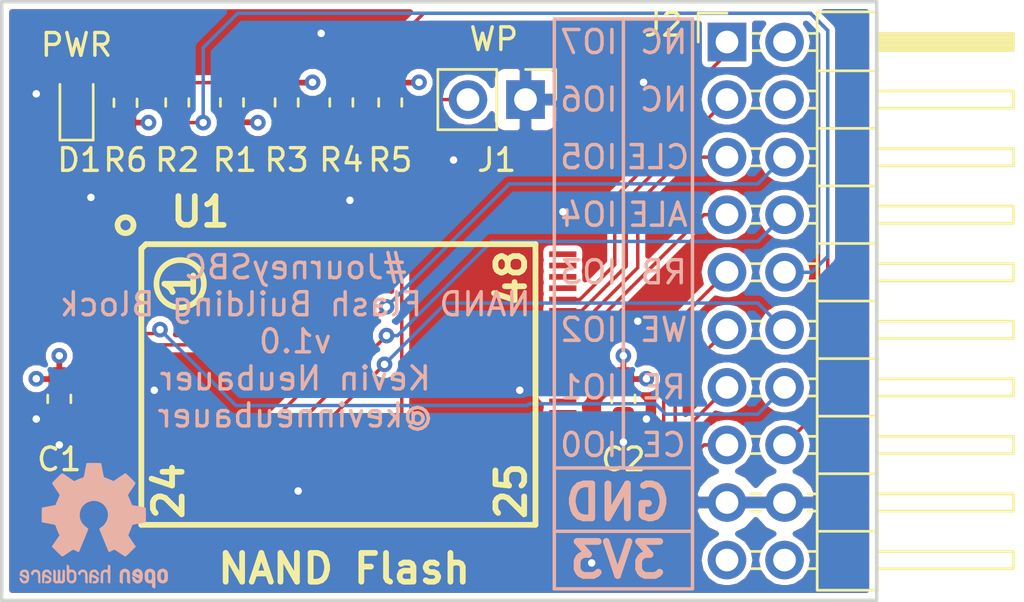
<source format=kicad_pcb>
(kicad_pcb (version 20171130) (host pcbnew "(5.0.1-3-g963ef8bb5)")

  (general
    (thickness 1.6)
    (drawings 30)
    (tracks 171)
    (zones 0)
    (modules 13)
    (nets 52)
  )

  (page USLetter)
  (title_block
    (title "Project Title")
  )

  (layers
    (0 F.Cu signal)
    (1 In1.Cu signal)
    (2 In2.Cu signal)
    (31 B.Cu signal)
    (34 B.Paste user)
    (35 F.Paste user)
    (36 B.SilkS user)
    (37 F.SilkS user)
    (38 B.Mask user)
    (39 F.Mask user)
    (40 Dwgs.User user)
    (44 Edge.Cuts user)
    (46 B.CrtYd user)
    (47 F.CrtYd user)
    (48 B.Fab user)
    (49 F.Fab user)
  )

  (setup
    (last_trace_width 0.127)
    (user_trace_width 0.1524)
    (user_trace_width 0.254)
    (user_trace_width 0.3302)
    (user_trace_width 0.508)
    (user_trace_width 0.762)
    (user_trace_width 1.27)
    (trace_clearance 0.127)
    (zone_clearance 0.254)
    (zone_45_only no)
    (trace_min 0.127)
    (segment_width 0.1524)
    (edge_width 0.1524)
    (via_size 0.6858)
    (via_drill 0.3302)
    (via_min_size 0.6858)
    (via_min_drill 0.3302)
    (user_via 0.6858 0.3302)
    (user_via 0.762 0.4064)
    (user_via 0.8636 0.508)
    (uvia_size 0.6858)
    (uvia_drill 0.3302)
    (uvias_allowed no)
    (uvia_min_size 0)
    (uvia_min_drill 0)
    (pcb_text_width 0.1524)
    (pcb_text_size 1.016 1.016)
    (mod_edge_width 0.1524)
    (mod_text_size 1.016 1.016)
    (mod_text_width 0.1524)
    (pad_size 1.7 1.7)
    (pad_drill 1)
    (pad_to_mask_clearance 0.0762)
    (solder_mask_min_width 0.1016)
    (pad_to_paste_clearance -0.0762)
    (aux_axis_origin 0 0)
    (visible_elements FFFEDF7D)
    (pcbplotparams
      (layerselection 0x310fc_80000001)
      (usegerberextensions true)
      (usegerberattributes false)
      (usegerberadvancedattributes false)
      (creategerberjobfile false)
      (excludeedgelayer true)
      (linewidth 0.100000)
      (plotframeref false)
      (viasonmask false)
      (mode 1)
      (useauxorigin false)
      (hpglpennumber 1)
      (hpglpenspeed 20)
      (hpglpendiameter 15.000000)
      (psnegative false)
      (psa4output false)
      (plotreference true)
      (plotvalue true)
      (plotinvisibletext false)
      (padsonsilk false)
      (subtractmaskfromsilk false)
      (outputformat 1)
      (mirror false)
      (drillshape 0)
      (scaleselection 1)
      (outputdirectory "gerbers"))
  )

  (net 0 "")
  (net 1 GND)
  (net 2 +3V3)
  (net 3 "Net-(D1-Pad2)")
  (net 4 "Net-(J1-Pad2)")
  (net 5 /IO7)
  (net 6 "Net-(J2-Pad2)")
  (net 7 /IO6)
  (net 8 "Net-(J2-Pad4)")
  (net 9 /IO5)
  (net 10 /CLE)
  (net 11 /IO4)
  (net 12 /ALE)
  (net 13 /IO3)
  (net 14 /RB)
  (net 15 /IO2)
  (net 16 /WE)
  (net 17 /IO1)
  (net 18 /RE)
  (net 19 /IO0)
  (net 20 /CE)
  (net 21 "Net-(R1-Pad2)")
  (net 22 "Net-(R3-Pad2)")
  (net 23 "Net-(U1-Pad1)")
  (net 24 "Net-(U1-Pad2)")
  (net 25 "Net-(U1-Pad3)")
  (net 26 "Net-(U1-Pad4)")
  (net 27 "Net-(U1-Pad5)")
  (net 28 "Net-(U1-Pad6)")
  (net 29 "Net-(U1-Pad10)")
  (net 30 "Net-(U1-Pad11)")
  (net 31 "Net-(U1-Pad14)")
  (net 32 "Net-(U1-Pad15)")
  (net 33 "Net-(U1-Pad20)")
  (net 34 "Net-(U1-Pad21)")
  (net 35 "Net-(U1-Pad22)")
  (net 36 "Net-(U1-Pad23)")
  (net 37 "Net-(U1-Pad24)")
  (net 38 "Net-(U1-Pad25)")
  (net 39 "Net-(U1-Pad26)")
  (net 40 "Net-(U1-Pad27)")
  (net 41 "Net-(U1-Pad28)")
  (net 42 "Net-(U1-Pad33)")
  (net 43 "Net-(U1-Pad34)")
  (net 44 "Net-(U1-Pad35)")
  (net 45 "Net-(U1-Pad38)")
  (net 46 "Net-(U1-Pad39)")
  (net 47 "Net-(U1-Pad40)")
  (net 48 "Net-(U1-Pad45)")
  (net 49 "Net-(U1-Pad46)")
  (net 50 "Net-(U1-Pad47)")
  (net 51 "Net-(U1-Pad48)")

  (net_class Default "This is the default net class."
    (clearance 0.127)
    (trace_width 0.127)
    (via_dia 0.6858)
    (via_drill 0.3302)
    (uvia_dia 0.6858)
    (uvia_drill 0.3302)
    (add_net +3V3)
    (add_net /ALE)
    (add_net /CE)
    (add_net /CLE)
    (add_net /IO0)
    (add_net /IO1)
    (add_net /IO2)
    (add_net /IO3)
    (add_net /IO4)
    (add_net /IO5)
    (add_net /IO6)
    (add_net /IO7)
    (add_net /RB)
    (add_net /RE)
    (add_net /WE)
    (add_net GND)
    (add_net "Net-(D1-Pad2)")
    (add_net "Net-(J1-Pad2)")
    (add_net "Net-(J2-Pad2)")
    (add_net "Net-(J2-Pad4)")
    (add_net "Net-(R1-Pad2)")
    (add_net "Net-(R3-Pad2)")
    (add_net "Net-(U1-Pad1)")
    (add_net "Net-(U1-Pad10)")
    (add_net "Net-(U1-Pad11)")
    (add_net "Net-(U1-Pad14)")
    (add_net "Net-(U1-Pad15)")
    (add_net "Net-(U1-Pad2)")
    (add_net "Net-(U1-Pad20)")
    (add_net "Net-(U1-Pad21)")
    (add_net "Net-(U1-Pad22)")
    (add_net "Net-(U1-Pad23)")
    (add_net "Net-(U1-Pad24)")
    (add_net "Net-(U1-Pad25)")
    (add_net "Net-(U1-Pad26)")
    (add_net "Net-(U1-Pad27)")
    (add_net "Net-(U1-Pad28)")
    (add_net "Net-(U1-Pad3)")
    (add_net "Net-(U1-Pad33)")
    (add_net "Net-(U1-Pad34)")
    (add_net "Net-(U1-Pad35)")
    (add_net "Net-(U1-Pad38)")
    (add_net "Net-(U1-Pad39)")
    (add_net "Net-(U1-Pad4)")
    (add_net "Net-(U1-Pad40)")
    (add_net "Net-(U1-Pad45)")
    (add_net "Net-(U1-Pad46)")
    (add_net "Net-(U1-Pad47)")
    (add_net "Net-(U1-Pad48)")
    (add_net "Net-(U1-Pad5)")
    (add_net "Net-(U1-Pad6)")
  )

  (module Symbol:OSHW-Logo2_7.3x6mm_SilkScreen (layer F.Cu) (tedit 0) (tstamp 5C19AF49)
    (at 132.08 108.458 180)
    (descr "Open Source Hardware Symbol")
    (tags "Logo Symbol OSHW")
    (attr virtual)
    (fp_text reference REF** (at 0 0 180) (layer B.SilkS) hide
      (effects (font (size 1 1) (thickness 0.15)) (justify mirror))
    )
    (fp_text value OSHW-Logo2_7.3x6mm_SilkScreen (at 0.75 0 180) (layer B.SilkS) hide
      (effects (font (size 1 1) (thickness 0.15)) (justify mirror))
    )
    (fp_poly (pts (xy 0.10391 2.757652) (xy 0.182454 2.757222) (xy 0.239298 2.756058) (xy 0.278105 2.753793)
      (xy 0.302538 2.75006) (xy 0.316262 2.744494) (xy 0.32294 2.736727) (xy 0.326236 2.726395)
      (xy 0.326556 2.725057) (xy 0.331562 2.700921) (xy 0.340829 2.653299) (xy 0.353392 2.587259)
      (xy 0.368287 2.507872) (xy 0.384551 2.420204) (xy 0.385119 2.417125) (xy 0.40141 2.331211)
      (xy 0.416652 2.255304) (xy 0.429861 2.193955) (xy 0.440054 2.151718) (xy 0.446248 2.133145)
      (xy 0.446543 2.132816) (xy 0.464788 2.123747) (xy 0.502405 2.108633) (xy 0.551271 2.090738)
      (xy 0.551543 2.090642) (xy 0.613093 2.067507) (xy 0.685657 2.038035) (xy 0.754057 2.008403)
      (xy 0.757294 2.006938) (xy 0.868702 1.956374) (xy 1.115399 2.12484) (xy 1.191077 2.176197)
      (xy 1.259631 2.222111) (xy 1.317088 2.25997) (xy 1.359476 2.287163) (xy 1.382825 2.301079)
      (xy 1.385042 2.302111) (xy 1.40201 2.297516) (xy 1.433701 2.275345) (xy 1.481352 2.234553)
      (xy 1.546198 2.174095) (xy 1.612397 2.109773) (xy 1.676214 2.046388) (xy 1.733329 1.988549)
      (xy 1.780305 1.939825) (xy 1.813703 1.90379) (xy 1.830085 1.884016) (xy 1.830694 1.882998)
      (xy 1.832505 1.869428) (xy 1.825683 1.847267) (xy 1.80854 1.813522) (xy 1.779393 1.7652)
      (xy 1.736555 1.699308) (xy 1.679448 1.614483) (xy 1.628766 1.539823) (xy 1.583461 1.47286)
      (xy 1.54615 1.417484) (xy 1.519452 1.37758) (xy 1.505985 1.357038) (xy 1.505137 1.355644)
      (xy 1.506781 1.335962) (xy 1.519245 1.297707) (xy 1.540048 1.248111) (xy 1.547462 1.232272)
      (xy 1.579814 1.16171) (xy 1.614328 1.081647) (xy 1.642365 1.012371) (xy 1.662568 0.960955)
      (xy 1.678615 0.921881) (xy 1.687888 0.901459) (xy 1.689041 0.899886) (xy 1.706096 0.897279)
      (xy 1.746298 0.890137) (xy 1.804302 0.879477) (xy 1.874763 0.866315) (xy 1.952335 0.851667)
      (xy 2.031672 0.836551) (xy 2.107431 0.821982) (xy 2.174264 0.808978) (xy 2.226828 0.798555)
      (xy 2.259776 0.79173) (xy 2.267857 0.789801) (xy 2.276205 0.785038) (xy 2.282506 0.774282)
      (xy 2.287045 0.753902) (xy 2.290104 0.720266) (xy 2.291967 0.669745) (xy 2.292918 0.598708)
      (xy 2.29324 0.503524) (xy 2.293257 0.464508) (xy 2.293257 0.147201) (xy 2.217057 0.132161)
      (xy 2.174663 0.124005) (xy 2.1114 0.112101) (xy 2.034962 0.097884) (xy 1.953043 0.08279)
      (xy 1.9304 0.078645) (xy 1.854806 0.063947) (xy 1.788953 0.049495) (xy 1.738366 0.036625)
      (xy 1.708574 0.026678) (xy 1.703612 0.023713) (xy 1.691426 0.002717) (xy 1.673953 -0.037967)
      (xy 1.654577 -0.090322) (xy 1.650734 -0.1016) (xy 1.625339 -0.171523) (xy 1.593817 -0.250418)
      (xy 1.562969 -0.321266) (xy 1.562817 -0.321595) (xy 1.511447 -0.432733) (xy 1.680399 -0.681253)
      (xy 1.849352 -0.929772) (xy 1.632429 -1.147058) (xy 1.566819 -1.211726) (xy 1.506979 -1.268733)
      (xy 1.456267 -1.315033) (xy 1.418046 -1.347584) (xy 1.395675 -1.363343) (xy 1.392466 -1.364343)
      (xy 1.373626 -1.356469) (xy 1.33518 -1.334578) (xy 1.28133 -1.301267) (xy 1.216276 -1.259131)
      (xy 1.14594 -1.211943) (xy 1.074555 -1.16381) (xy 1.010908 -1.121928) (xy 0.959041 -1.088871)
      (xy 0.922995 -1.067218) (xy 0.906867 -1.059543) (xy 0.887189 -1.066037) (xy 0.849875 -1.08315)
      (xy 0.802621 -1.107326) (xy 0.797612 -1.110013) (xy 0.733977 -1.141927) (xy 0.690341 -1.157579)
      (xy 0.663202 -1.157745) (xy 0.649057 -1.143204) (xy 0.648975 -1.143) (xy 0.641905 -1.125779)
      (xy 0.625042 -1.084899) (xy 0.599695 -1.023525) (xy 0.567171 -0.944819) (xy 0.528778 -0.851947)
      (xy 0.485822 -0.748072) (xy 0.444222 -0.647502) (xy 0.398504 -0.536516) (xy 0.356526 -0.433703)
      (xy 0.319548 -0.342215) (xy 0.288827 -0.265201) (xy 0.265622 -0.205815) (xy 0.25119 -0.167209)
      (xy 0.246743 -0.1528) (xy 0.257896 -0.136272) (xy 0.287069 -0.10993) (xy 0.325971 -0.080887)
      (xy 0.436757 0.010961) (xy 0.523351 0.116241) (xy 0.584716 0.232734) (xy 0.619815 0.358224)
      (xy 0.627608 0.490493) (xy 0.621943 0.551543) (xy 0.591078 0.678205) (xy 0.53792 0.790059)
      (xy 0.465767 0.885999) (xy 0.377917 0.964924) (xy 0.277665 1.02573) (xy 0.16831 1.067313)
      (xy 0.053147 1.088572) (xy -0.064525 1.088401) (xy -0.18141 1.065699) (xy -0.294211 1.019362)
      (xy -0.399631 0.948287) (xy -0.443632 0.908089) (xy -0.528021 0.804871) (xy -0.586778 0.692075)
      (xy -0.620296 0.57299) (xy -0.628965 0.450905) (xy -0.613177 0.329107) (xy -0.573322 0.210884)
      (xy -0.509793 0.099525) (xy -0.422979 -0.001684) (xy -0.325971 -0.080887) (xy -0.285563 -0.111162)
      (xy -0.257018 -0.137219) (xy -0.246743 -0.152825) (xy -0.252123 -0.169843) (xy -0.267425 -0.2105)
      (xy -0.291388 -0.271642) (xy -0.322756 -0.350119) (xy -0.360268 -0.44278) (xy -0.402667 -0.546472)
      (xy -0.444337 -0.647526) (xy -0.49031 -0.758607) (xy -0.532893 -0.861541) (xy -0.570779 -0.953165)
      (xy -0.60266 -1.030316) (xy -0.627229 -1.089831) (xy -0.64318 -1.128544) (xy -0.64909 -1.143)
      (xy -0.663052 -1.157685) (xy -0.69006 -1.157642) (xy -0.733587 -1.142099) (xy -0.79711 -1.110284)
      (xy -0.797612 -1.110013) (xy -0.84544 -1.085323) (xy -0.884103 -1.067338) (xy -0.905905 -1.059614)
      (xy -0.906867 -1.059543) (xy -0.923279 -1.067378) (xy -0.959513 -1.089165) (xy -1.011526 -1.122328)
      (xy -1.075275 -1.164291) (xy -1.14594 -1.211943) (xy -1.217884 -1.260191) (xy -1.282726 -1.302151)
      (xy -1.336265 -1.335227) (xy -1.374303 -1.356821) (xy -1.392467 -1.364343) (xy -1.409192 -1.354457)
      (xy -1.44282 -1.326826) (xy -1.48999 -1.284495) (xy -1.547342 -1.230505) (xy -1.611516 -1.167899)
      (xy -1.632503 -1.146983) (xy -1.849501 -0.929623) (xy -1.684332 -0.68722) (xy -1.634136 -0.612781)
      (xy -1.590081 -0.545972) (xy -1.554638 -0.490665) (xy -1.530281 -0.450729) (xy -1.519478 -0.430036)
      (xy -1.519162 -0.428563) (xy -1.524857 -0.409058) (xy -1.540174 -0.369822) (xy -1.562463 -0.31743)
      (xy -1.578107 -0.282355) (xy -1.607359 -0.215201) (xy -1.634906 -0.147358) (xy -1.656263 -0.090034)
      (xy -1.662065 -0.072572) (xy -1.678548 -0.025938) (xy -1.69466 0.010095) (xy -1.70351 0.023713)
      (xy -1.72304 0.032048) (xy -1.765666 0.043863) (xy -1.825855 0.057819) (xy -1.898078 0.072578)
      (xy -1.9304 0.078645) (xy -2.012478 0.093727) (xy -2.091205 0.108331) (xy -2.158891 0.12102)
      (xy -2.20784 0.130358) (xy -2.217057 0.132161) (xy -2.293257 0.147201) (xy -2.293257 0.464508)
      (xy -2.293086 0.568846) (xy -2.292384 0.647787) (xy -2.290866 0.704962) (xy -2.288251 0.744001)
      (xy -2.284254 0.768535) (xy -2.278591 0.782195) (xy -2.27098 0.788611) (xy -2.267857 0.789801)
      (xy -2.249022 0.79402) (xy -2.207412 0.802438) (xy -2.14837 0.814039) (xy -2.077243 0.827805)
      (xy -1.999375 0.84272) (xy -1.920113 0.857768) (xy -1.844802 0.871931) (xy -1.778787 0.884194)
      (xy -1.727413 0.893539) (xy -1.696025 0.89895) (xy -1.689041 0.899886) (xy -1.682715 0.912404)
      (xy -1.66871 0.945754) (xy -1.649645 0.993623) (xy -1.642366 1.012371) (xy -1.613004 1.084805)
      (xy -1.578429 1.16483) (xy -1.547463 1.232272) (xy -1.524677 1.283841) (xy -1.509518 1.326215)
      (xy -1.504458 1.352166) (xy -1.505264 1.355644) (xy -1.515959 1.372064) (xy -1.54038 1.408583)
      (xy -1.575905 1.461313) (xy -1.619913 1.526365) (xy -1.669783 1.599849) (xy -1.679644 1.614355)
      (xy -1.737508 1.700296) (xy -1.780044 1.765739) (xy -1.808946 1.813696) (xy -1.82591 1.84718)
      (xy -1.832633 1.869205) (xy -1.83081 1.882783) (xy -1.830764 1.882869) (xy -1.816414 1.900703)
      (xy -1.784677 1.935183) (xy -1.73899 1.982732) (xy -1.682796 2.039778) (xy -1.619532 2.102745)
      (xy -1.612398 2.109773) (xy -1.53267 2.18698) (xy -1.471143 2.24367) (xy -1.426579 2.28089)
      (xy -1.397743 2.299685) (xy -1.385042 2.302111) (xy -1.366506 2.291529) (xy -1.328039 2.267084)
      (xy -1.273614 2.231388) (xy -1.207202 2.187053) (xy -1.132775 2.136689) (xy -1.115399 2.12484)
      (xy -0.868703 1.956374) (xy -0.757294 2.006938) (xy -0.689543 2.036405) (xy -0.616817 2.066041)
      (xy -0.554297 2.08967) (xy -0.551543 2.090642) (xy -0.50264 2.108543) (xy -0.464943 2.12368)
      (xy -0.446575 2.13279) (xy -0.446544 2.132816) (xy -0.440715 2.149283) (xy -0.430808 2.189781)
      (xy -0.417805 2.249758) (xy -0.402691 2.32466) (xy -0.386448 2.409936) (xy -0.385119 2.417125)
      (xy -0.368825 2.504986) (xy -0.353867 2.58474) (xy -0.341209 2.651319) (xy -0.331814 2.699653)
      (xy -0.326646 2.724675) (xy -0.326556 2.725057) (xy -0.323411 2.735701) (xy -0.317296 2.743738)
      (xy -0.304547 2.749533) (xy -0.2815 2.753453) (xy -0.244491 2.755865) (xy -0.189856 2.757135)
      (xy -0.113933 2.757629) (xy -0.013056 2.757714) (xy 0 2.757714) (xy 0.10391 2.757652)) (layer B.SilkS) (width 0.01))
    (fp_poly (pts (xy 3.153595 -1.966966) (xy 3.211021 -2.004497) (xy 3.238719 -2.038096) (xy 3.260662 -2.099064)
      (xy 3.262405 -2.147308) (xy 3.258457 -2.211816) (xy 3.109686 -2.276934) (xy 3.037349 -2.310202)
      (xy 2.990084 -2.336964) (xy 2.965507 -2.360144) (xy 2.961237 -2.382667) (xy 2.974889 -2.407455)
      (xy 2.989943 -2.423886) (xy 3.033746 -2.450235) (xy 3.081389 -2.452081) (xy 3.125145 -2.431546)
      (xy 3.157289 -2.390752) (xy 3.163038 -2.376347) (xy 3.190576 -2.331356) (xy 3.222258 -2.312182)
      (xy 3.265714 -2.295779) (xy 3.265714 -2.357966) (xy 3.261872 -2.400283) (xy 3.246823 -2.435969)
      (xy 3.21528 -2.476943) (xy 3.210592 -2.482267) (xy 3.175506 -2.51872) (xy 3.145347 -2.538283)
      (xy 3.107615 -2.547283) (xy 3.076335 -2.55023) (xy 3.020385 -2.550965) (xy 2.980555 -2.54166)
      (xy 2.955708 -2.527846) (xy 2.916656 -2.497467) (xy 2.889625 -2.464613) (xy 2.872517 -2.423294)
      (xy 2.863238 -2.367521) (xy 2.859693 -2.291305) (xy 2.85941 -2.252622) (xy 2.860372 -2.206247)
      (xy 2.948007 -2.206247) (xy 2.949023 -2.231126) (xy 2.951556 -2.2352) (xy 2.968274 -2.229665)
      (xy 3.004249 -2.215017) (xy 3.052331 -2.19419) (xy 3.062386 -2.189714) (xy 3.123152 -2.158814)
      (xy 3.156632 -2.131657) (xy 3.16399 -2.10622) (xy 3.146391 -2.080481) (xy 3.131856 -2.069109)
      (xy 3.07941 -2.046364) (xy 3.030322 -2.050122) (xy 2.989227 -2.077884) (xy 2.960758 -2.127152)
      (xy 2.951631 -2.166257) (xy 2.948007 -2.206247) (xy 2.860372 -2.206247) (xy 2.861285 -2.162249)
      (xy 2.868196 -2.095384) (xy 2.881884 -2.046695) (xy 2.904096 -2.010849) (xy 2.936574 -1.982513)
      (xy 2.950733 -1.973355) (xy 3.015053 -1.949507) (xy 3.085473 -1.948006) (xy 3.153595 -1.966966)) (layer B.SilkS) (width 0.01))
    (fp_poly (pts (xy 2.6526 -1.958752) (xy 2.669948 -1.966334) (xy 2.711356 -1.999128) (xy 2.746765 -2.046547)
      (xy 2.768664 -2.097151) (xy 2.772229 -2.122098) (xy 2.760279 -2.156927) (xy 2.734067 -2.175357)
      (xy 2.705964 -2.186516) (xy 2.693095 -2.188572) (xy 2.686829 -2.173649) (xy 2.674456 -2.141175)
      (xy 2.669028 -2.126502) (xy 2.63859 -2.075744) (xy 2.59452 -2.050427) (xy 2.53801 -2.051206)
      (xy 2.533825 -2.052203) (xy 2.503655 -2.066507) (xy 2.481476 -2.094393) (xy 2.466327 -2.139287)
      (xy 2.45725 -2.204615) (xy 2.453286 -2.293804) (xy 2.452914 -2.341261) (xy 2.45273 -2.416071)
      (xy 2.451522 -2.467069) (xy 2.448309 -2.499471) (xy 2.442109 -2.518495) (xy 2.43194 -2.529356)
      (xy 2.416819 -2.537272) (xy 2.415946 -2.53767) (xy 2.386828 -2.549981) (xy 2.372403 -2.554514)
      (xy 2.370186 -2.540809) (xy 2.368289 -2.502925) (xy 2.366847 -2.445715) (xy 2.365998 -2.374027)
      (xy 2.365829 -2.321565) (xy 2.366692 -2.220047) (xy 2.37007 -2.143032) (xy 2.377142 -2.086023)
      (xy 2.389088 -2.044526) (xy 2.40709 -2.014043) (xy 2.432327 -1.99008) (xy 2.457247 -1.973355)
      (xy 2.517171 -1.951097) (xy 2.586911 -1.946076) (xy 2.6526 -1.958752)) (layer B.SilkS) (width 0.01))
    (fp_poly (pts (xy 2.144876 -1.956335) (xy 2.186667 -1.975344) (xy 2.219469 -1.998378) (xy 2.243503 -2.024133)
      (xy 2.260097 -2.057358) (xy 2.270577 -2.1028) (xy 2.276271 -2.165207) (xy 2.278507 -2.249327)
      (xy 2.278743 -2.304721) (xy 2.278743 -2.520826) (xy 2.241774 -2.53767) (xy 2.212656 -2.549981)
      (xy 2.198231 -2.554514) (xy 2.195472 -2.541025) (xy 2.193282 -2.504653) (xy 2.191942 -2.451542)
      (xy 2.191657 -2.409372) (xy 2.190434 -2.348447) (xy 2.187136 -2.300115) (xy 2.182321 -2.270518)
      (xy 2.178496 -2.264229) (xy 2.152783 -2.270652) (xy 2.112418 -2.287125) (xy 2.065679 -2.309458)
      (xy 2.020845 -2.333457) (xy 1.986193 -2.35493) (xy 1.970002 -2.369685) (xy 1.969938 -2.369845)
      (xy 1.97133 -2.397152) (xy 1.983818 -2.423219) (xy 2.005743 -2.444392) (xy 2.037743 -2.451474)
      (xy 2.065092 -2.450649) (xy 2.103826 -2.450042) (xy 2.124158 -2.459116) (xy 2.136369 -2.483092)
      (xy 2.137909 -2.487613) (xy 2.143203 -2.521806) (xy 2.129047 -2.542568) (xy 2.092148 -2.552462)
      (xy 2.052289 -2.554292) (xy 1.980562 -2.540727) (xy 1.943432 -2.521355) (xy 1.897576 -2.475845)
      (xy 1.873256 -2.419983) (xy 1.871073 -2.360957) (xy 1.891629 -2.305953) (xy 1.922549 -2.271486)
      (xy 1.95342 -2.252189) (xy 2.001942 -2.227759) (xy 2.058485 -2.202985) (xy 2.06791 -2.199199)
      (xy 2.130019 -2.171791) (xy 2.165822 -2.147634) (xy 2.177337 -2.123619) (xy 2.16658 -2.096635)
      (xy 2.148114 -2.075543) (xy 2.104469 -2.049572) (xy 2.056446 -2.047624) (xy 2.012406 -2.067637)
      (xy 1.980709 -2.107551) (xy 1.976549 -2.117848) (xy 1.952327 -2.155724) (xy 1.916965 -2.183842)
      (xy 1.872343 -2.206917) (xy 1.872343 -2.141485) (xy 1.874969 -2.101506) (xy 1.88623 -2.069997)
      (xy 1.911199 -2.036378) (xy 1.935169 -2.010484) (xy 1.972441 -1.973817) (xy 2.001401 -1.954121)
      (xy 2.032505 -1.94622) (xy 2.067713 -1.944914) (xy 2.144876 -1.956335)) (layer B.SilkS) (width 0.01))
    (fp_poly (pts (xy 1.779833 -1.958663) (xy 1.782048 -1.99685) (xy 1.783784 -2.054886) (xy 1.784899 -2.12818)
      (xy 1.785257 -2.205055) (xy 1.785257 -2.465196) (xy 1.739326 -2.511127) (xy 1.707675 -2.539429)
      (xy 1.67989 -2.550893) (xy 1.641915 -2.550168) (xy 1.62684 -2.548321) (xy 1.579726 -2.542948)
      (xy 1.540756 -2.539869) (xy 1.531257 -2.539585) (xy 1.499233 -2.541445) (xy 1.453432 -2.546114)
      (xy 1.435674 -2.548321) (xy 1.392057 -2.551735) (xy 1.362745 -2.54432) (xy 1.33368 -2.521427)
      (xy 1.323188 -2.511127) (xy 1.277257 -2.465196) (xy 1.277257 -1.978602) (xy 1.314226 -1.961758)
      (xy 1.346059 -1.949282) (xy 1.364683 -1.944914) (xy 1.369458 -1.958718) (xy 1.373921 -1.997286)
      (xy 1.377775 -2.056356) (xy 1.380722 -2.131663) (xy 1.382143 -2.195286) (xy 1.386114 -2.445657)
      (xy 1.420759 -2.450556) (xy 1.452268 -2.447131) (xy 1.467708 -2.436041) (xy 1.472023 -2.415308)
      (xy 1.475708 -2.371145) (xy 1.478469 -2.309146) (xy 1.480012 -2.234909) (xy 1.480235 -2.196706)
      (xy 1.480457 -1.976783) (xy 1.526166 -1.960849) (xy 1.558518 -1.950015) (xy 1.576115 -1.944962)
      (xy 1.576623 -1.944914) (xy 1.578388 -1.958648) (xy 1.580329 -1.99673) (xy 1.582282 -2.054482)
      (xy 1.584084 -2.127227) (xy 1.585343 -2.195286) (xy 1.589314 -2.445657) (xy 1.6764 -2.445657)
      (xy 1.680396 -2.21724) (xy 1.684392 -1.988822) (xy 1.726847 -1.966868) (xy 1.758192 -1.951793)
      (xy 1.776744 -1.944951) (xy 1.777279 -1.944914) (xy 1.779833 -1.958663)) (layer B.SilkS) (width 0.01))
    (fp_poly (pts (xy 1.190117 -2.065358) (xy 1.189933 -2.173837) (xy 1.189219 -2.257287) (xy 1.187675 -2.319704)
      (xy 1.185001 -2.365085) (xy 1.180894 -2.397429) (xy 1.175055 -2.420733) (xy 1.167182 -2.438995)
      (xy 1.161221 -2.449418) (xy 1.111855 -2.505945) (xy 1.049264 -2.541377) (xy 0.980013 -2.55409)
      (xy 0.910668 -2.542463) (xy 0.869375 -2.521568) (xy 0.826025 -2.485422) (xy 0.796481 -2.441276)
      (xy 0.778655 -2.383462) (xy 0.770463 -2.306313) (xy 0.769302 -2.249714) (xy 0.769458 -2.245647)
      (xy 0.870857 -2.245647) (xy 0.871476 -2.31055) (xy 0.874314 -2.353514) (xy 0.88084 -2.381622)
      (xy 0.892523 -2.401953) (xy 0.906483 -2.417288) (xy 0.953365 -2.44689) (xy 1.003701 -2.449419)
      (xy 1.051276 -2.424705) (xy 1.054979 -2.421356) (xy 1.070783 -2.403935) (xy 1.080693 -2.383209)
      (xy 1.086058 -2.352362) (xy 1.088228 -2.304577) (xy 1.088571 -2.251748) (xy 1.087827 -2.185381)
      (xy 1.084748 -2.141106) (xy 1.078061 -2.112009) (xy 1.066496 -2.091173) (xy 1.057013 -2.080107)
      (xy 1.01296 -2.052198) (xy 0.962224 -2.048843) (xy 0.913796 -2.070159) (xy 0.90445 -2.078073)
      (xy 0.88854 -2.095647) (xy 0.87861 -2.116587) (xy 0.873278 -2.147782) (xy 0.871163 -2.196122)
      (xy 0.870857 -2.245647) (xy 0.769458 -2.245647) (xy 0.77281 -2.158568) (xy 0.784726 -2.090086)
      (xy 0.807135 -2.0386) (xy 0.842124 -1.998443) (xy 0.869375 -1.977861) (xy 0.918907 -1.955625)
      (xy 0.976316 -1.945304) (xy 1.029682 -1.948067) (xy 1.059543 -1.959212) (xy 1.071261 -1.962383)
      (xy 1.079037 -1.950557) (xy 1.084465 -1.918866) (xy 1.088571 -1.870593) (xy 1.093067 -1.816829)
      (xy 1.099313 -1.784482) (xy 1.110676 -1.765985) (xy 1.130528 -1.75377) (xy 1.143 -1.748362)
      (xy 1.190171 -1.728601) (xy 1.190117 -2.065358)) (layer B.SilkS) (width 0.01))
    (fp_poly (pts (xy 0.529926 -1.949755) (xy 0.595858 -1.974084) (xy 0.649273 -2.017117) (xy 0.670164 -2.047409)
      (xy 0.692939 -2.102994) (xy 0.692466 -2.143186) (xy 0.668562 -2.170217) (xy 0.659717 -2.174813)
      (xy 0.62153 -2.189144) (xy 0.602028 -2.185472) (xy 0.595422 -2.161407) (xy 0.595086 -2.148114)
      (xy 0.582992 -2.09921) (xy 0.551471 -2.064999) (xy 0.507659 -2.048476) (xy 0.458695 -2.052634)
      (xy 0.418894 -2.074227) (xy 0.40545 -2.086544) (xy 0.395921 -2.101487) (xy 0.389485 -2.124075)
      (xy 0.385317 -2.159328) (xy 0.382597 -2.212266) (xy 0.380502 -2.287907) (xy 0.37996 -2.311857)
      (xy 0.377981 -2.39379) (xy 0.375731 -2.451455) (xy 0.372357 -2.489608) (xy 0.367006 -2.513004)
      (xy 0.358824 -2.526398) (xy 0.346959 -2.534545) (xy 0.339362 -2.538144) (xy 0.307102 -2.550452)
      (xy 0.288111 -2.554514) (xy 0.281836 -2.540948) (xy 0.278006 -2.499934) (xy 0.2766 -2.430999)
      (xy 0.277598 -2.333669) (xy 0.277908 -2.318657) (xy 0.280101 -2.229859) (xy 0.282693 -2.165019)
      (xy 0.286382 -2.119067) (xy 0.291864 -2.086935) (xy 0.299835 -2.063553) (xy 0.310993 -2.043852)
      (xy 0.31683 -2.03541) (xy 0.350296 -1.998057) (xy 0.387727 -1.969003) (xy 0.392309 -1.966467)
      (xy 0.459426 -1.946443) (xy 0.529926 -1.949755)) (layer B.SilkS) (width 0.01))
    (fp_poly (pts (xy 0.039744 -1.950968) (xy 0.096616 -1.972087) (xy 0.097267 -1.972493) (xy 0.13244 -1.99838)
      (xy 0.158407 -2.028633) (xy 0.17667 -2.068058) (xy 0.188732 -2.121462) (xy 0.196096 -2.193651)
      (xy 0.200264 -2.289432) (xy 0.200629 -2.303078) (xy 0.205876 -2.508842) (xy 0.161716 -2.531678)
      (xy 0.129763 -2.54711) (xy 0.11047 -2.554423) (xy 0.109578 -2.554514) (xy 0.106239 -2.541022)
      (xy 0.103587 -2.504626) (xy 0.101956 -2.451452) (xy 0.1016 -2.408393) (xy 0.101592 -2.338641)
      (xy 0.098403 -2.294837) (xy 0.087288 -2.273944) (xy 0.063501 -2.272925) (xy 0.022296 -2.288741)
      (xy -0.039914 -2.317815) (xy -0.085659 -2.341963) (xy -0.109187 -2.362913) (xy -0.116104 -2.385747)
      (xy -0.116114 -2.386877) (xy -0.104701 -2.426212) (xy -0.070908 -2.447462) (xy -0.019191 -2.450539)
      (xy 0.018061 -2.450006) (xy 0.037703 -2.460735) (xy 0.049952 -2.486505) (xy 0.057002 -2.519337)
      (xy 0.046842 -2.537966) (xy 0.043017 -2.540632) (xy 0.007001 -2.55134) (xy -0.043434 -2.552856)
      (xy -0.095374 -2.545759) (xy -0.132178 -2.532788) (xy -0.183062 -2.489585) (xy -0.211986 -2.429446)
      (xy -0.217714 -2.382462) (xy -0.213343 -2.340082) (xy -0.197525 -2.305488) (xy -0.166203 -2.274763)
      (xy -0.115322 -2.24399) (xy -0.040824 -2.209252) (xy -0.036286 -2.207288) (xy 0.030821 -2.176287)
      (xy 0.072232 -2.150862) (xy 0.089981 -2.128014) (xy 0.086107 -2.104745) (xy 0.062643 -2.078056)
      (xy 0.055627 -2.071914) (xy 0.00863 -2.0481) (xy -0.040067 -2.049103) (xy -0.082478 -2.072451)
      (xy -0.110616 -2.115675) (xy -0.113231 -2.12416) (xy -0.138692 -2.165308) (xy -0.170999 -2.185128)
      (xy -0.217714 -2.20477) (xy -0.217714 -2.15395) (xy -0.203504 -2.080082) (xy -0.161325 -2.012327)
      (xy -0.139376 -1.989661) (xy -0.089483 -1.960569) (xy -0.026033 -1.9474) (xy 0.039744 -1.950968)) (layer B.SilkS) (width 0.01))
    (fp_poly (pts (xy -0.624114 -1.851289) (xy -0.619861 -1.910613) (xy -0.614975 -1.945572) (xy -0.608205 -1.96082)
      (xy -0.598298 -1.961015) (xy -0.595086 -1.959195) (xy -0.552356 -1.946015) (xy -0.496773 -1.946785)
      (xy -0.440263 -1.960333) (xy -0.404918 -1.977861) (xy -0.368679 -2.005861) (xy -0.342187 -2.037549)
      (xy -0.324001 -2.077813) (xy -0.312678 -2.131543) (xy -0.306778 -2.203626) (xy -0.304857 -2.298951)
      (xy -0.304823 -2.317237) (xy -0.3048 -2.522646) (xy -0.350509 -2.53858) (xy -0.382973 -2.54942)
      (xy -0.400785 -2.554468) (xy -0.401309 -2.554514) (xy -0.403063 -2.540828) (xy -0.404556 -2.503076)
      (xy -0.405674 -2.446224) (xy -0.406303 -2.375234) (xy -0.4064 -2.332073) (xy -0.406602 -2.246973)
      (xy -0.407642 -2.185981) (xy -0.410169 -2.144177) (xy -0.414836 -2.116642) (xy -0.422293 -2.098456)
      (xy -0.433189 -2.084698) (xy -0.439993 -2.078073) (xy -0.486728 -2.051375) (xy -0.537728 -2.049375)
      (xy -0.583999 -2.071955) (xy -0.592556 -2.080107) (xy -0.605107 -2.095436) (xy -0.613812 -2.113618)
      (xy -0.619369 -2.139909) (xy -0.622474 -2.179562) (xy -0.623824 -2.237832) (xy -0.624114 -2.318173)
      (xy -0.624114 -2.522646) (xy -0.669823 -2.53858) (xy -0.702287 -2.54942) (xy -0.720099 -2.554468)
      (xy -0.720623 -2.554514) (xy -0.721963 -2.540623) (xy -0.723172 -2.501439) (xy -0.724199 -2.4407)
      (xy -0.724998 -2.362141) (xy -0.725519 -2.269498) (xy -0.725714 -2.166509) (xy -0.725714 -1.769342)
      (xy -0.678543 -1.749444) (xy -0.631371 -1.729547) (xy -0.624114 -1.851289)) (layer B.SilkS) (width 0.01))
    (fp_poly (pts (xy -1.831697 -1.931239) (xy -1.774473 -1.969735) (xy -1.730251 -2.025335) (xy -1.703833 -2.096086)
      (xy -1.69849 -2.148162) (xy -1.699097 -2.169893) (xy -1.704178 -2.186531) (xy -1.718145 -2.201437)
      (xy -1.745411 -2.217973) (xy -1.790388 -2.239498) (xy -1.857489 -2.269374) (xy -1.857829 -2.269524)
      (xy -1.919593 -2.297813) (xy -1.970241 -2.322933) (xy -2.004596 -2.342179) (xy -2.017482 -2.352848)
      (xy -2.017486 -2.352934) (xy -2.006128 -2.376166) (xy -1.979569 -2.401774) (xy -1.949077 -2.420221)
      (xy -1.93363 -2.423886) (xy -1.891485 -2.411212) (xy -1.855192 -2.379471) (xy -1.837483 -2.344572)
      (xy -1.820448 -2.318845) (xy -1.787078 -2.289546) (xy -1.747851 -2.264235) (xy -1.713244 -2.250471)
      (xy -1.706007 -2.249714) (xy -1.697861 -2.26216) (xy -1.69737 -2.293972) (xy -1.703357 -2.336866)
      (xy -1.714643 -2.382558) (xy -1.73005 -2.422761) (xy -1.730829 -2.424322) (xy -1.777196 -2.489062)
      (xy -1.837289 -2.533097) (xy -1.905535 -2.554711) (xy -1.976362 -2.552185) (xy -2.044196 -2.523804)
      (xy -2.047212 -2.521808) (xy -2.100573 -2.473448) (xy -2.13566 -2.410352) (xy -2.155078 -2.327387)
      (xy -2.157684 -2.304078) (xy -2.162299 -2.194055) (xy -2.156767 -2.142748) (xy -2.017486 -2.142748)
      (xy -2.015676 -2.174753) (xy -2.005778 -2.184093) (xy -1.981102 -2.177105) (xy -1.942205 -2.160587)
      (xy -1.898725 -2.139881) (xy -1.897644 -2.139333) (xy -1.860791 -2.119949) (xy -1.846 -2.107013)
      (xy -1.849647 -2.093451) (xy -1.865005 -2.075632) (xy -1.904077 -2.049845) (xy -1.946154 -2.04795)
      (xy -1.983897 -2.066717) (xy -2.009966 -2.102915) (xy -2.017486 -2.142748) (xy -2.156767 -2.142748)
      (xy -2.152806 -2.106027) (xy -2.12845 -2.036212) (xy -2.094544 -1.987302) (xy -2.033347 -1.937878)
      (xy -1.965937 -1.913359) (xy -1.89712 -1.911797) (xy -1.831697 -1.931239)) (layer B.SilkS) (width 0.01))
    (fp_poly (pts (xy -2.958885 -1.921962) (xy -2.890855 -1.957733) (xy -2.840649 -2.015301) (xy -2.822815 -2.052312)
      (xy -2.808937 -2.107882) (xy -2.801833 -2.178096) (xy -2.80116 -2.254727) (xy -2.806573 -2.329552)
      (xy -2.81773 -2.394342) (xy -2.834286 -2.440873) (xy -2.839374 -2.448887) (xy -2.899645 -2.508707)
      (xy -2.971231 -2.544535) (xy -3.048908 -2.55502) (xy -3.127452 -2.53881) (xy -3.149311 -2.529092)
      (xy -3.191878 -2.499143) (xy -3.229237 -2.459433) (xy -3.232768 -2.454397) (xy -3.247119 -2.430124)
      (xy -3.256606 -2.404178) (xy -3.26221 -2.370022) (xy -3.264914 -2.321119) (xy -3.265701 -2.250935)
      (xy -3.265714 -2.2352) (xy -3.265678 -2.230192) (xy -3.120571 -2.230192) (xy -3.119727 -2.29643)
      (xy -3.116404 -2.340386) (xy -3.109417 -2.368779) (xy -3.097584 -2.388325) (xy -3.091543 -2.394857)
      (xy -3.056814 -2.41968) (xy -3.023097 -2.418548) (xy -2.989005 -2.397016) (xy -2.968671 -2.374029)
      (xy -2.956629 -2.340478) (xy -2.949866 -2.287569) (xy -2.949402 -2.281399) (xy -2.948248 -2.185513)
      (xy -2.960312 -2.114299) (xy -2.98543 -2.068194) (xy -3.02344 -2.047635) (xy -3.037008 -2.046514)
      (xy -3.072636 -2.052152) (xy -3.097006 -2.071686) (xy -3.111907 -2.109042) (xy -3.119125 -2.16815)
      (xy -3.120571 -2.230192) (xy -3.265678 -2.230192) (xy -3.265174 -2.160413) (xy -3.262904 -2.108159)
      (xy -3.257932 -2.071949) (xy -3.249287 -2.045299) (xy -3.235995 -2.021722) (xy -3.233057 -2.017338)
      (xy -3.183687 -1.958249) (xy -3.129891 -1.923947) (xy -3.064398 -1.910331) (xy -3.042158 -1.909665)
      (xy -2.958885 -1.921962)) (layer B.SilkS) (width 0.01))
    (fp_poly (pts (xy -1.283907 -1.92778) (xy -1.237328 -1.954723) (xy -1.204943 -1.981466) (xy -1.181258 -2.009484)
      (xy -1.164941 -2.043748) (xy -1.154661 -2.089227) (xy -1.149086 -2.150892) (xy -1.146884 -2.233711)
      (xy -1.146629 -2.293246) (xy -1.146629 -2.512391) (xy -1.208314 -2.540044) (xy -1.27 -2.567697)
      (xy -1.277257 -2.32767) (xy -1.280256 -2.238028) (xy -1.283402 -2.172962) (xy -1.287299 -2.128026)
      (xy -1.292553 -2.09877) (xy -1.299769 -2.080748) (xy -1.30955 -2.069511) (xy -1.312688 -2.067079)
      (xy -1.360239 -2.048083) (xy -1.408303 -2.0556) (xy -1.436914 -2.075543) (xy -1.448553 -2.089675)
      (xy -1.456609 -2.10822) (xy -1.461729 -2.136334) (xy -1.464559 -2.179173) (xy -1.465744 -2.241895)
      (xy -1.465943 -2.307261) (xy -1.465982 -2.389268) (xy -1.467386 -2.447316) (xy -1.472086 -2.486465)
      (xy -1.482013 -2.51178) (xy -1.499097 -2.528323) (xy -1.525268 -2.541156) (xy -1.560225 -2.554491)
      (xy -1.598404 -2.569007) (xy -1.593859 -2.311389) (xy -1.592029 -2.218519) (xy -1.589888 -2.149889)
      (xy -1.586819 -2.100711) (xy -1.582206 -2.066198) (xy -1.575432 -2.041562) (xy -1.565881 -2.022016)
      (xy -1.554366 -2.00477) (xy -1.49881 -1.94968) (xy -1.43102 -1.917822) (xy -1.357287 -1.910191)
      (xy -1.283907 -1.92778)) (layer B.SilkS) (width 0.01))
    (fp_poly (pts (xy -2.400256 -1.919918) (xy -2.344799 -1.947568) (xy -2.295852 -1.99848) (xy -2.282371 -2.017338)
      (xy -2.267686 -2.042015) (xy -2.258158 -2.068816) (xy -2.252707 -2.104587) (xy -2.250253 -2.156169)
      (xy -2.249714 -2.224267) (xy -2.252148 -2.317588) (xy -2.260606 -2.387657) (xy -2.276826 -2.439931)
      (xy -2.302546 -2.479869) (xy -2.339503 -2.512929) (xy -2.342218 -2.514886) (xy -2.37864 -2.534908)
      (xy -2.422498 -2.544815) (xy -2.478276 -2.547257) (xy -2.568952 -2.547257) (xy -2.56899 -2.635283)
      (xy -2.569834 -2.684308) (xy -2.574976 -2.713065) (xy -2.588413 -2.730311) (xy -2.614142 -2.744808)
      (xy -2.620321 -2.747769) (xy -2.649236 -2.761648) (xy -2.671624 -2.770414) (xy -2.688271 -2.771171)
      (xy -2.699964 -2.761023) (xy -2.70749 -2.737073) (xy -2.711634 -2.696426) (xy -2.713185 -2.636186)
      (xy -2.712929 -2.553455) (xy -2.711651 -2.445339) (xy -2.711252 -2.413) (xy -2.709815 -2.301524)
      (xy -2.708528 -2.228603) (xy -2.569029 -2.228603) (xy -2.568245 -2.290499) (xy -2.56476 -2.330997)
      (xy -2.556876 -2.357708) (xy -2.542895 -2.378244) (xy -2.533403 -2.38826) (xy -2.494596 -2.417567)
      (xy -2.460237 -2.419952) (xy -2.424784 -2.39575) (xy -2.423886 -2.394857) (xy -2.409461 -2.376153)
      (xy -2.400687 -2.350732) (xy -2.396261 -2.311584) (xy -2.394882 -2.251697) (xy -2.394857 -2.23843)
      (xy -2.398188 -2.155901) (xy -2.409031 -2.098691) (xy -2.42866 -2.063766) (xy -2.45835 -2.048094)
      (xy -2.475509 -2.046514) (xy -2.516234 -2.053926) (xy -2.544168 -2.07833) (xy -2.560983 -2.12298)
      (xy -2.56835 -2.19113) (xy -2.569029 -2.228603) (xy -2.708528 -2.228603) (xy -2.708292 -2.215245)
      (xy -2.706323 -2.150333) (xy -2.70355 -2.102958) (xy -2.699612 -2.06929) (xy -2.694151 -2.045498)
      (xy -2.686808 -2.027753) (xy -2.677223 -2.012224) (xy -2.673113 -2.006381) (xy -2.618595 -1.951185)
      (xy -2.549664 -1.91989) (xy -2.469928 -1.911165) (xy -2.400256 -1.919918)) (layer B.SilkS) (width 0.01))
  )

  (module Capacitor_SMD:C_0603_1608Metric_Pad1.05x0.95mm_HandSolder (layer F.Cu) (tedit 5BF495BE) (tstamp 5C0D68CA)
    (at 130.556 102.87 270)
    (descr "Capacitor SMD 0603 (1608 Metric), square (rectangular) end terminal, IPC_7351 nominal with elongated pad for handsoldering. (Body size source: http://www.tortai-tech.com/upload/download/2011102023233369053.pdf), generated with kicad-footprint-generator")
    (tags "capacitor handsolder")
    (path /5BF4C288)
    (attr smd)
    (fp_text reference C1 (at 2.667 0) (layer F.SilkS)
      (effects (font (size 1 1) (thickness 0.15)))
    )
    (fp_text value 0.1uF (at 0 1.43 270) (layer F.Fab) hide
      (effects (font (size 1 1) (thickness 0.15)))
    )
    (fp_text user %R (at 0 0 270) (layer F.Fab)
      (effects (font (size 0.4 0.4) (thickness 0.06)))
    )
    (fp_line (start 1.65 0.73) (end -1.65 0.73) (layer F.CrtYd) (width 0.05))
    (fp_line (start 1.65 -0.73) (end 1.65 0.73) (layer F.CrtYd) (width 0.05))
    (fp_line (start -1.65 -0.73) (end 1.65 -0.73) (layer F.CrtYd) (width 0.05))
    (fp_line (start -1.65 0.73) (end -1.65 -0.73) (layer F.CrtYd) (width 0.05))
    (fp_line (start -0.171267 0.51) (end 0.171267 0.51) (layer F.SilkS) (width 0.12))
    (fp_line (start -0.171267 -0.51) (end 0.171267 -0.51) (layer F.SilkS) (width 0.12))
    (fp_line (start 0.8 0.4) (end -0.8 0.4) (layer F.Fab) (width 0.1))
    (fp_line (start 0.8 -0.4) (end 0.8 0.4) (layer F.Fab) (width 0.1))
    (fp_line (start -0.8 -0.4) (end 0.8 -0.4) (layer F.Fab) (width 0.1))
    (fp_line (start -0.8 0.4) (end -0.8 -0.4) (layer F.Fab) (width 0.1))
    (pad 2 smd roundrect (at 0.875 0 270) (size 1.05 0.95) (layers F.Cu F.Paste F.Mask) (roundrect_rratio 0.25)
      (net 1 GND))
    (pad 1 smd roundrect (at -0.875 0 270) (size 1.05 0.95) (layers F.Cu F.Paste F.Mask) (roundrect_rratio 0.25)
      (net 2 +3V3))
    (model ${KISYS3DMOD}/Capacitor_SMD.3dshapes/C_0603_1608Metric.wrl
      (at (xyz 0 0 0))
      (scale (xyz 1 1 1))
      (rotate (xyz 0 0 0))
    )
  )

  (module Capacitor_SMD:C_0603_1608Metric_Pad1.05x0.95mm_HandSolder (layer F.Cu) (tedit 5BF49605) (tstamp 5C0D4C8D)
    (at 155.448 102.87 270)
    (descr "Capacitor SMD 0603 (1608 Metric), square (rectangular) end terminal, IPC_7351 nominal with elongated pad for handsoldering. (Body size source: http://www.tortai-tech.com/upload/download/2011102023233369053.pdf), generated with kicad-footprint-generator")
    (tags "capacitor handsolder")
    (path /5BF4C21C)
    (attr smd)
    (fp_text reference C2 (at 2.667 0) (layer F.SilkS)
      (effects (font (size 1 1) (thickness 0.15)))
    )
    (fp_text value 0.1uF (at 0 1.43 270) (layer F.Fab) hide
      (effects (font (size 1 1) (thickness 0.15)))
    )
    (fp_line (start -0.8 0.4) (end -0.8 -0.4) (layer F.Fab) (width 0.1))
    (fp_line (start -0.8 -0.4) (end 0.8 -0.4) (layer F.Fab) (width 0.1))
    (fp_line (start 0.8 -0.4) (end 0.8 0.4) (layer F.Fab) (width 0.1))
    (fp_line (start 0.8 0.4) (end -0.8 0.4) (layer F.Fab) (width 0.1))
    (fp_line (start -0.171267 -0.51) (end 0.171267 -0.51) (layer F.SilkS) (width 0.12))
    (fp_line (start -0.171267 0.51) (end 0.171267 0.51) (layer F.SilkS) (width 0.12))
    (fp_line (start -1.65 0.73) (end -1.65 -0.73) (layer F.CrtYd) (width 0.05))
    (fp_line (start -1.65 -0.73) (end 1.65 -0.73) (layer F.CrtYd) (width 0.05))
    (fp_line (start 1.65 -0.73) (end 1.65 0.73) (layer F.CrtYd) (width 0.05))
    (fp_line (start 1.65 0.73) (end -1.65 0.73) (layer F.CrtYd) (width 0.05))
    (fp_text user %R (at 0 0 270) (layer F.Fab)
      (effects (font (size 0.4 0.4) (thickness 0.06)))
    )
    (pad 1 smd roundrect (at -0.875 0 270) (size 1.05 0.95) (layers F.Cu F.Paste F.Mask) (roundrect_rratio 0.25)
      (net 2 +3V3))
    (pad 2 smd roundrect (at 0.875 0 270) (size 1.05 0.95) (layers F.Cu F.Paste F.Mask) (roundrect_rratio 0.25)
      (net 1 GND))
    (model ${KISYS3DMOD}/Capacitor_SMD.3dshapes/C_0603_1608Metric.wrl
      (at (xyz 0 0 0))
      (scale (xyz 1 1 1))
      (rotate (xyz 0 0 0))
    )
  )

  (module LED_SMD:LED_0603_1608Metric_Pad1.05x0.95mm_HandSolder (layer F.Cu) (tedit 5BF88E42) (tstamp 5C0D4CA0)
    (at 131.318 89.789 90)
    (descr "LED SMD 0603 (1608 Metric), square (rectangular) end terminal, IPC_7351 nominal, (Body size source: http://www.tortai-tech.com/upload/download/2011102023233369053.pdf), generated with kicad-footprint-generator")
    (tags "LED handsolder")
    (path /5BF6FBCB)
    (attr smd)
    (fp_text reference D1 (at -2.54 0.127 180) (layer F.SilkS)
      (effects (font (size 1 1) (thickness 0.15)))
    )
    (fp_text value PWR (at 2.54 0) (layer F.SilkS)
      (effects (font (size 1 1) (thickness 0.15)))
    )
    (fp_line (start 0.8 -0.4) (end -0.5 -0.4) (layer F.Fab) (width 0.1))
    (fp_line (start -0.5 -0.4) (end -0.8 -0.1) (layer F.Fab) (width 0.1))
    (fp_line (start -0.8 -0.1) (end -0.8 0.4) (layer F.Fab) (width 0.1))
    (fp_line (start -0.8 0.4) (end 0.8 0.4) (layer F.Fab) (width 0.1))
    (fp_line (start 0.8 0.4) (end 0.8 -0.4) (layer F.Fab) (width 0.1))
    (fp_line (start 0.8 -0.735) (end -1.66 -0.735) (layer F.SilkS) (width 0.12))
    (fp_line (start -1.66 -0.735) (end -1.66 0.735) (layer F.SilkS) (width 0.12))
    (fp_line (start -1.66 0.735) (end 0.8 0.735) (layer F.SilkS) (width 0.12))
    (fp_line (start -1.65 0.73) (end -1.65 -0.73) (layer F.CrtYd) (width 0.05))
    (fp_line (start -1.65 -0.73) (end 1.65 -0.73) (layer F.CrtYd) (width 0.05))
    (fp_line (start 1.65 -0.73) (end 1.65 0.73) (layer F.CrtYd) (width 0.05))
    (fp_line (start 1.65 0.73) (end -1.65 0.73) (layer F.CrtYd) (width 0.05))
    (fp_text user %R (at 0 0 90) (layer F.Fab)
      (effects (font (size 0.4 0.4) (thickness 0.06)))
    )
    (pad 1 smd roundrect (at -0.875 0 90) (size 1.05 0.95) (layers F.Cu F.Paste F.Mask) (roundrect_rratio 0.25)
      (net 1 GND))
    (pad 2 smd roundrect (at 0.875 0 90) (size 1.05 0.95) (layers F.Cu F.Paste F.Mask) (roundrect_rratio 0.25)
      (net 3 "Net-(D1-Pad2)"))
    (model ${KISYS3DMOD}/LED_SMD.3dshapes/LED_0603_1608Metric.wrl
      (at (xyz 0 0 0))
      (scale (xyz 1 1 1))
      (rotate (xyz 0 0 0))
    )
  )

  (module Connector_PinHeader_2.54mm:PinHeader_1x02_P2.54mm_Vertical (layer F.Cu) (tedit 5BF88E3D) (tstamp 5C0D4CB6)
    (at 151.13 89.662 270)
    (descr "Through hole straight pin header, 1x02, 2.54mm pitch, single row")
    (tags "Through hole pin header THT 1x02 2.54mm single row")
    (path /5BF6BB73)
    (fp_text reference J1 (at 2.667 1.27) (layer F.SilkS)
      (effects (font (size 1 1) (thickness 0.15)))
    )
    (fp_text value WP (at -2.667 1.397) (layer F.SilkS)
      (effects (font (size 1 1) (thickness 0.15)))
    )
    (fp_line (start -0.635 -1.27) (end 1.27 -1.27) (layer F.Fab) (width 0.1))
    (fp_line (start 1.27 -1.27) (end 1.27 3.81) (layer F.Fab) (width 0.1))
    (fp_line (start 1.27 3.81) (end -1.27 3.81) (layer F.Fab) (width 0.1))
    (fp_line (start -1.27 3.81) (end -1.27 -0.635) (layer F.Fab) (width 0.1))
    (fp_line (start -1.27 -0.635) (end -0.635 -1.27) (layer F.Fab) (width 0.1))
    (fp_line (start -1.33 3.87) (end 1.33 3.87) (layer F.SilkS) (width 0.12))
    (fp_line (start -1.33 1.27) (end -1.33 3.87) (layer F.SilkS) (width 0.12))
    (fp_line (start 1.33 1.27) (end 1.33 3.87) (layer F.SilkS) (width 0.12))
    (fp_line (start -1.33 1.27) (end 1.33 1.27) (layer F.SilkS) (width 0.12))
    (fp_line (start -1.33 0) (end -1.33 -1.33) (layer F.SilkS) (width 0.12))
    (fp_line (start -1.33 -1.33) (end 0 -1.33) (layer F.SilkS) (width 0.12))
    (fp_line (start -1.8 -1.8) (end -1.8 4.35) (layer F.CrtYd) (width 0.05))
    (fp_line (start -1.8 4.35) (end 1.8 4.35) (layer F.CrtYd) (width 0.05))
    (fp_line (start 1.8 4.35) (end 1.8 -1.8) (layer F.CrtYd) (width 0.05))
    (fp_line (start 1.8 -1.8) (end -1.8 -1.8) (layer F.CrtYd) (width 0.05))
    (fp_text user %R (at 0 1.27) (layer F.Fab)
      (effects (font (size 1 1) (thickness 0.15)))
    )
    (pad 1 thru_hole rect (at 0 0 270) (size 1.7 1.7) (drill 1) (layers *.Cu *.Mask)
      (net 1 GND))
    (pad 2 thru_hole oval (at 0 2.54 270) (size 1.7 1.7) (drill 1) (layers *.Cu *.Mask)
      (net 4 "Net-(J1-Pad2)"))
    (model ${KISYS3DMOD}/Connector_PinHeader_2.54mm.3dshapes/PinHeader_1x02_P2.54mm_Vertical.wrl
      (at (xyz 0 0 0))
      (scale (xyz 1 1 1))
      (rotate (xyz 0 0 0))
    )
  )

  (module Connector_PinHeader_2.54mm:PinHeader_2x10_P2.54mm_Horizontal (layer F.Cu) (tedit 5BF88E84) (tstamp 5BF894F5)
    (at 160.02 87.122)
    (descr "Through hole angled pin header, 2x10, 2.54mm pitch, 6mm pin length, double rows")
    (tags "Through hole angled pin header THT 2x10 2.54mm double row")
    (path /5BF44860)
    (fp_text reference J2 (at -2.794 -0.762) (layer F.SilkS)
      (effects (font (size 1 1) (thickness 0.15)))
    )
    (fp_text value Conn_02x10_Counter_Clockwise (at 5.655 25.13) (layer F.Fab) hide
      (effects (font (size 1 1) (thickness 0.15)))
    )
    (fp_line (start 4.675 -1.27) (end 6.58 -1.27) (layer F.Fab) (width 0.1))
    (fp_line (start 6.58 -1.27) (end 6.58 24.13) (layer F.Fab) (width 0.1))
    (fp_line (start 6.58 24.13) (end 4.04 24.13) (layer F.Fab) (width 0.1))
    (fp_line (start 4.04 24.13) (end 4.04 -0.635) (layer F.Fab) (width 0.1))
    (fp_line (start 4.04 -0.635) (end 4.675 -1.27) (layer F.Fab) (width 0.1))
    (fp_line (start -0.32 -0.32) (end 4.04 -0.32) (layer F.Fab) (width 0.1))
    (fp_line (start -0.32 -0.32) (end -0.32 0.32) (layer F.Fab) (width 0.1))
    (fp_line (start -0.32 0.32) (end 4.04 0.32) (layer F.Fab) (width 0.1))
    (fp_line (start 6.58 -0.32) (end 12.58 -0.32) (layer F.Fab) (width 0.1))
    (fp_line (start 12.58 -0.32) (end 12.58 0.32) (layer F.Fab) (width 0.1))
    (fp_line (start 6.58 0.32) (end 12.58 0.32) (layer F.Fab) (width 0.1))
    (fp_line (start -0.32 2.22) (end 4.04 2.22) (layer F.Fab) (width 0.1))
    (fp_line (start -0.32 2.22) (end -0.32 2.86) (layer F.Fab) (width 0.1))
    (fp_line (start -0.32 2.86) (end 4.04 2.86) (layer F.Fab) (width 0.1))
    (fp_line (start 6.58 2.22) (end 12.58 2.22) (layer F.Fab) (width 0.1))
    (fp_line (start 12.58 2.22) (end 12.58 2.86) (layer F.Fab) (width 0.1))
    (fp_line (start 6.58 2.86) (end 12.58 2.86) (layer F.Fab) (width 0.1))
    (fp_line (start -0.32 4.76) (end 4.04 4.76) (layer F.Fab) (width 0.1))
    (fp_line (start -0.32 4.76) (end -0.32 5.4) (layer F.Fab) (width 0.1))
    (fp_line (start -0.32 5.4) (end 4.04 5.4) (layer F.Fab) (width 0.1))
    (fp_line (start 6.58 4.76) (end 12.58 4.76) (layer F.Fab) (width 0.1))
    (fp_line (start 12.58 4.76) (end 12.58 5.4) (layer F.Fab) (width 0.1))
    (fp_line (start 6.58 5.4) (end 12.58 5.4) (layer F.Fab) (width 0.1))
    (fp_line (start -0.32 7.3) (end 4.04 7.3) (layer F.Fab) (width 0.1))
    (fp_line (start -0.32 7.3) (end -0.32 7.94) (layer F.Fab) (width 0.1))
    (fp_line (start -0.32 7.94) (end 4.04 7.94) (layer F.Fab) (width 0.1))
    (fp_line (start 6.58 7.3) (end 12.58 7.3) (layer F.Fab) (width 0.1))
    (fp_line (start 12.58 7.3) (end 12.58 7.94) (layer F.Fab) (width 0.1))
    (fp_line (start 6.58 7.94) (end 12.58 7.94) (layer F.Fab) (width 0.1))
    (fp_line (start -0.32 9.84) (end 4.04 9.84) (layer F.Fab) (width 0.1))
    (fp_line (start -0.32 9.84) (end -0.32 10.48) (layer F.Fab) (width 0.1))
    (fp_line (start -0.32 10.48) (end 4.04 10.48) (layer F.Fab) (width 0.1))
    (fp_line (start 6.58 9.84) (end 12.58 9.84) (layer F.Fab) (width 0.1))
    (fp_line (start 12.58 9.84) (end 12.58 10.48) (layer F.Fab) (width 0.1))
    (fp_line (start 6.58 10.48) (end 12.58 10.48) (layer F.Fab) (width 0.1))
    (fp_line (start -0.32 12.38) (end 4.04 12.38) (layer F.Fab) (width 0.1))
    (fp_line (start -0.32 12.38) (end -0.32 13.02) (layer F.Fab) (width 0.1))
    (fp_line (start -0.32 13.02) (end 4.04 13.02) (layer F.Fab) (width 0.1))
    (fp_line (start 6.58 12.38) (end 12.58 12.38) (layer F.Fab) (width 0.1))
    (fp_line (start 12.58 12.38) (end 12.58 13.02) (layer F.Fab) (width 0.1))
    (fp_line (start 6.58 13.02) (end 12.58 13.02) (layer F.Fab) (width 0.1))
    (fp_line (start -0.32 14.92) (end 4.04 14.92) (layer F.Fab) (width 0.1))
    (fp_line (start -0.32 14.92) (end -0.32 15.56) (layer F.Fab) (width 0.1))
    (fp_line (start -0.32 15.56) (end 4.04 15.56) (layer F.Fab) (width 0.1))
    (fp_line (start 6.58 14.92) (end 12.58 14.92) (layer F.Fab) (width 0.1))
    (fp_line (start 12.58 14.92) (end 12.58 15.56) (layer F.Fab) (width 0.1))
    (fp_line (start 6.58 15.56) (end 12.58 15.56) (layer F.Fab) (width 0.1))
    (fp_line (start -0.32 17.46) (end 4.04 17.46) (layer F.Fab) (width 0.1))
    (fp_line (start -0.32 17.46) (end -0.32 18.1) (layer F.Fab) (width 0.1))
    (fp_line (start -0.32 18.1) (end 4.04 18.1) (layer F.Fab) (width 0.1))
    (fp_line (start 6.58 17.46) (end 12.58 17.46) (layer F.Fab) (width 0.1))
    (fp_line (start 12.58 17.46) (end 12.58 18.1) (layer F.Fab) (width 0.1))
    (fp_line (start 6.58 18.1) (end 12.58 18.1) (layer F.Fab) (width 0.1))
    (fp_line (start -0.32 20) (end 4.04 20) (layer F.Fab) (width 0.1))
    (fp_line (start -0.32 20) (end -0.32 20.64) (layer F.Fab) (width 0.1))
    (fp_line (start -0.32 20.64) (end 4.04 20.64) (layer F.Fab) (width 0.1))
    (fp_line (start 6.58 20) (end 12.58 20) (layer F.Fab) (width 0.1))
    (fp_line (start 12.58 20) (end 12.58 20.64) (layer F.Fab) (width 0.1))
    (fp_line (start 6.58 20.64) (end 12.58 20.64) (layer F.Fab) (width 0.1))
    (fp_line (start -0.32 22.54) (end 4.04 22.54) (layer F.Fab) (width 0.1))
    (fp_line (start -0.32 22.54) (end -0.32 23.18) (layer F.Fab) (width 0.1))
    (fp_line (start -0.32 23.18) (end 4.04 23.18) (layer F.Fab) (width 0.1))
    (fp_line (start 6.58 22.54) (end 12.58 22.54) (layer F.Fab) (width 0.1))
    (fp_line (start 12.58 22.54) (end 12.58 23.18) (layer F.Fab) (width 0.1))
    (fp_line (start 6.58 23.18) (end 12.58 23.18) (layer F.Fab) (width 0.1))
    (fp_line (start 3.98 -1.33) (end 3.98 24.19) (layer F.SilkS) (width 0.12))
    (fp_line (start 3.98 24.19) (end 6.64 24.19) (layer F.SilkS) (width 0.12))
    (fp_line (start 6.64 24.19) (end 6.64 -1.33) (layer F.SilkS) (width 0.12))
    (fp_line (start 6.64 -1.33) (end 3.98 -1.33) (layer F.SilkS) (width 0.12))
    (fp_line (start 6.64 -0.38) (end 12.64 -0.38) (layer F.SilkS) (width 0.12))
    (fp_line (start 12.64 -0.38) (end 12.64 0.38) (layer F.SilkS) (width 0.12))
    (fp_line (start 12.64 0.38) (end 6.64 0.38) (layer F.SilkS) (width 0.12))
    (fp_line (start 6.64 -0.32) (end 12.64 -0.32) (layer F.SilkS) (width 0.12))
    (fp_line (start 6.64 -0.2) (end 12.64 -0.2) (layer F.SilkS) (width 0.12))
    (fp_line (start 6.64 -0.08) (end 12.64 -0.08) (layer F.SilkS) (width 0.12))
    (fp_line (start 6.64 0.04) (end 12.64 0.04) (layer F.SilkS) (width 0.12))
    (fp_line (start 6.64 0.16) (end 12.64 0.16) (layer F.SilkS) (width 0.12))
    (fp_line (start 6.64 0.28) (end 12.64 0.28) (layer F.SilkS) (width 0.12))
    (fp_line (start 3.582929 -0.38) (end 3.98 -0.38) (layer F.SilkS) (width 0.12))
    (fp_line (start 3.582929 0.38) (end 3.98 0.38) (layer F.SilkS) (width 0.12))
    (fp_line (start 1.11 -0.38) (end 1.497071 -0.38) (layer F.SilkS) (width 0.12))
    (fp_line (start 1.11 0.38) (end 1.497071 0.38) (layer F.SilkS) (width 0.12))
    (fp_line (start 3.98 1.27) (end 6.64 1.27) (layer F.SilkS) (width 0.12))
    (fp_line (start 6.64 2.16) (end 12.64 2.16) (layer F.SilkS) (width 0.12))
    (fp_line (start 12.64 2.16) (end 12.64 2.92) (layer F.SilkS) (width 0.12))
    (fp_line (start 12.64 2.92) (end 6.64 2.92) (layer F.SilkS) (width 0.12))
    (fp_line (start 3.582929 2.16) (end 3.98 2.16) (layer F.SilkS) (width 0.12))
    (fp_line (start 3.582929 2.92) (end 3.98 2.92) (layer F.SilkS) (width 0.12))
    (fp_line (start 1.042929 2.16) (end 1.497071 2.16) (layer F.SilkS) (width 0.12))
    (fp_line (start 1.042929 2.92) (end 1.497071 2.92) (layer F.SilkS) (width 0.12))
    (fp_line (start 3.98 3.81) (end 6.64 3.81) (layer F.SilkS) (width 0.12))
    (fp_line (start 6.64 4.7) (end 12.64 4.7) (layer F.SilkS) (width 0.12))
    (fp_line (start 12.64 4.7) (end 12.64 5.46) (layer F.SilkS) (width 0.12))
    (fp_line (start 12.64 5.46) (end 6.64 5.46) (layer F.SilkS) (width 0.12))
    (fp_line (start 3.582929 4.7) (end 3.98 4.7) (layer F.SilkS) (width 0.12))
    (fp_line (start 3.582929 5.46) (end 3.98 5.46) (layer F.SilkS) (width 0.12))
    (fp_line (start 1.042929 4.7) (end 1.497071 4.7) (layer F.SilkS) (width 0.12))
    (fp_line (start 1.042929 5.46) (end 1.497071 5.46) (layer F.SilkS) (width 0.12))
    (fp_line (start 3.98 6.35) (end 6.64 6.35) (layer F.SilkS) (width 0.12))
    (fp_line (start 6.64 7.24) (end 12.64 7.24) (layer F.SilkS) (width 0.12))
    (fp_line (start 12.64 7.24) (end 12.64 8) (layer F.SilkS) (width 0.12))
    (fp_line (start 12.64 8) (end 6.64 8) (layer F.SilkS) (width 0.12))
    (fp_line (start 3.582929 7.24) (end 3.98 7.24) (layer F.SilkS) (width 0.12))
    (fp_line (start 3.582929 8) (end 3.98 8) (layer F.SilkS) (width 0.12))
    (fp_line (start 1.042929 7.24) (end 1.497071 7.24) (layer F.SilkS) (width 0.12))
    (fp_line (start 1.042929 8) (end 1.497071 8) (layer F.SilkS) (width 0.12))
    (fp_line (start 3.98 8.89) (end 6.64 8.89) (layer F.SilkS) (width 0.12))
    (fp_line (start 6.64 9.78) (end 12.64 9.78) (layer F.SilkS) (width 0.12))
    (fp_line (start 12.64 9.78) (end 12.64 10.54) (layer F.SilkS) (width 0.12))
    (fp_line (start 12.64 10.54) (end 6.64 10.54) (layer F.SilkS) (width 0.12))
    (fp_line (start 3.582929 9.78) (end 3.98 9.78) (layer F.SilkS) (width 0.12))
    (fp_line (start 3.582929 10.54) (end 3.98 10.54) (layer F.SilkS) (width 0.12))
    (fp_line (start 1.042929 9.78) (end 1.497071 9.78) (layer F.SilkS) (width 0.12))
    (fp_line (start 1.042929 10.54) (end 1.497071 10.54) (layer F.SilkS) (width 0.12))
    (fp_line (start 3.98 11.43) (end 6.64 11.43) (layer F.SilkS) (width 0.12))
    (fp_line (start 6.64 12.32) (end 12.64 12.32) (layer F.SilkS) (width 0.12))
    (fp_line (start 12.64 12.32) (end 12.64 13.08) (layer F.SilkS) (width 0.12))
    (fp_line (start 12.64 13.08) (end 6.64 13.08) (layer F.SilkS) (width 0.12))
    (fp_line (start 3.582929 12.32) (end 3.98 12.32) (layer F.SilkS) (width 0.12))
    (fp_line (start 3.582929 13.08) (end 3.98 13.08) (layer F.SilkS) (width 0.12))
    (fp_line (start 1.042929 12.32) (end 1.497071 12.32) (layer F.SilkS) (width 0.12))
    (fp_line (start 1.042929 13.08) (end 1.497071 13.08) (layer F.SilkS) (width 0.12))
    (fp_line (start 3.98 13.97) (end 6.64 13.97) (layer F.SilkS) (width 0.12))
    (fp_line (start 6.64 14.86) (end 12.64 14.86) (layer F.SilkS) (width 0.12))
    (fp_line (start 12.64 14.86) (end 12.64 15.62) (layer F.SilkS) (width 0.12))
    (fp_line (start 12.64 15.62) (end 6.64 15.62) (layer F.SilkS) (width 0.12))
    (fp_line (start 3.582929 14.86) (end 3.98 14.86) (layer F.SilkS) (width 0.12))
    (fp_line (start 3.582929 15.62) (end 3.98 15.62) (layer F.SilkS) (width 0.12))
    (fp_line (start 1.042929 14.86) (end 1.497071 14.86) (layer F.SilkS) (width 0.12))
    (fp_line (start 1.042929 15.62) (end 1.497071 15.62) (layer F.SilkS) (width 0.12))
    (fp_line (start 3.98 16.51) (end 6.64 16.51) (layer F.SilkS) (width 0.12))
    (fp_line (start 6.64 17.4) (end 12.64 17.4) (layer F.SilkS) (width 0.12))
    (fp_line (start 12.64 17.4) (end 12.64 18.16) (layer F.SilkS) (width 0.12))
    (fp_line (start 12.64 18.16) (end 6.64 18.16) (layer F.SilkS) (width 0.12))
    (fp_line (start 3.582929 17.4) (end 3.98 17.4) (layer F.SilkS) (width 0.12))
    (fp_line (start 3.582929 18.16) (end 3.98 18.16) (layer F.SilkS) (width 0.12))
    (fp_line (start 1.042929 17.4) (end 1.497071 17.4) (layer F.SilkS) (width 0.12))
    (fp_line (start 1.042929 18.16) (end 1.497071 18.16) (layer F.SilkS) (width 0.12))
    (fp_line (start 3.98 19.05) (end 6.64 19.05) (layer F.SilkS) (width 0.12))
    (fp_line (start 6.64 19.94) (end 12.64 19.94) (layer F.SilkS) (width 0.12))
    (fp_line (start 12.64 19.94) (end 12.64 20.7) (layer F.SilkS) (width 0.12))
    (fp_line (start 12.64 20.7) (end 6.64 20.7) (layer F.SilkS) (width 0.12))
    (fp_line (start 3.582929 19.94) (end 3.98 19.94) (layer F.SilkS) (width 0.12))
    (fp_line (start 3.582929 20.7) (end 3.98 20.7) (layer F.SilkS) (width 0.12))
    (fp_line (start 1.042929 19.94) (end 1.497071 19.94) (layer F.SilkS) (width 0.12))
    (fp_line (start 1.042929 20.7) (end 1.497071 20.7) (layer F.SilkS) (width 0.12))
    (fp_line (start 3.98 21.59) (end 6.64 21.59) (layer F.SilkS) (width 0.12))
    (fp_line (start 6.64 22.48) (end 12.64 22.48) (layer F.SilkS) (width 0.12))
    (fp_line (start 12.64 22.48) (end 12.64 23.24) (layer F.SilkS) (width 0.12))
    (fp_line (start 12.64 23.24) (end 6.64 23.24) (layer F.SilkS) (width 0.12))
    (fp_line (start 3.582929 22.48) (end 3.98 22.48) (layer F.SilkS) (width 0.12))
    (fp_line (start 3.582929 23.24) (end 3.98 23.24) (layer F.SilkS) (width 0.12))
    (fp_line (start 1.042929 22.48) (end 1.497071 22.48) (layer F.SilkS) (width 0.12))
    (fp_line (start 1.042929 23.24) (end 1.497071 23.24) (layer F.SilkS) (width 0.12))
    (fp_line (start -1.27 0) (end -1.27 -1.27) (layer F.SilkS) (width 0.12))
    (fp_line (start -1.27 -1.27) (end 0 -1.27) (layer F.SilkS) (width 0.12))
    (fp_line (start -1.8 -1.8) (end -1.8 24.65) (layer F.CrtYd) (width 0.05))
    (fp_line (start -1.8 24.65) (end 13.1 24.65) (layer F.CrtYd) (width 0.05))
    (fp_line (start 13.1 24.65) (end 13.1 -1.8) (layer F.CrtYd) (width 0.05))
    (fp_line (start 13.1 -1.8) (end -1.8 -1.8) (layer F.CrtYd) (width 0.05))
    (fp_text user "" (at 5.31 11.43 90) (layer F.Fab) hide
      (effects (font (size 1 1) (thickness 0.15)))
    )
    (pad 1 thru_hole rect (at 0 0) (size 1.7 1.7) (drill 1) (layers *.Cu *.Mask)
      (net 5 /IO7))
    (pad 2 thru_hole oval (at 2.54 0) (size 1.7 1.7) (drill 1) (layers *.Cu *.Mask)
      (net 6 "Net-(J2-Pad2)"))
    (pad 3 thru_hole oval (at 0 2.54) (size 1.7 1.7) (drill 1) (layers *.Cu *.Mask)
      (net 7 /IO6))
    (pad 4 thru_hole oval (at 2.54 2.54) (size 1.7 1.7) (drill 1) (layers *.Cu *.Mask)
      (net 8 "Net-(J2-Pad4)"))
    (pad 5 thru_hole oval (at 0 5.08) (size 1.7 1.7) (drill 1) (layers *.Cu *.Mask)
      (net 9 /IO5))
    (pad 6 thru_hole oval (at 2.54 5.08) (size 1.7 1.7) (drill 1) (layers *.Cu *.Mask)
      (net 10 /CLE))
    (pad 7 thru_hole oval (at 0 7.62) (size 1.7 1.7) (drill 1) (layers *.Cu *.Mask)
      (net 11 /IO4))
    (pad 8 thru_hole oval (at 2.54 7.62) (size 1.7 1.7) (drill 1) (layers *.Cu *.Mask)
      (net 12 /ALE))
    (pad 9 thru_hole oval (at 0 10.16) (size 1.7 1.7) (drill 1) (layers *.Cu *.Mask)
      (net 13 /IO3))
    (pad 10 thru_hole oval (at 2.54 10.16) (size 1.7 1.7) (drill 1) (layers *.Cu *.Mask)
      (net 14 /RB))
    (pad 11 thru_hole oval (at 0 12.7) (size 1.7 1.7) (drill 1) (layers *.Cu *.Mask)
      (net 15 /IO2))
    (pad 12 thru_hole oval (at 2.54 12.7) (size 1.7 1.7) (drill 1) (layers *.Cu *.Mask)
      (net 16 /WE))
    (pad 13 thru_hole oval (at 0 15.24) (size 1.7 1.7) (drill 1) (layers *.Cu *.Mask)
      (net 17 /IO1))
    (pad 14 thru_hole oval (at 2.54 15.24) (size 1.7 1.7) (drill 1) (layers *.Cu *.Mask)
      (net 18 /RE))
    (pad 15 thru_hole oval (at 0 17.78) (size 1.7 1.7) (drill 1) (layers *.Cu *.Mask)
      (net 19 /IO0))
    (pad 16 thru_hole oval (at 2.54 17.78) (size 1.7 1.7) (drill 1) (layers *.Cu *.Mask)
      (net 20 /CE))
    (pad 17 thru_hole oval (at 0 20.32) (size 1.7 1.7) (drill 1) (layers *.Cu *.Mask)
      (net 1 GND))
    (pad 18 thru_hole oval (at 2.54 20.32) (size 1.7 1.7) (drill 1) (layers *.Cu *.Mask)
      (net 1 GND))
    (pad 19 thru_hole oval (at 0 22.86) (size 1.7 1.7) (drill 1) (layers *.Cu *.Mask)
      (net 2 +3V3) (zone_connect 1))
    (pad 20 thru_hole oval (at 2.54 22.86) (size 1.7 1.7) (drill 1) (layers *.Cu *.Mask)
      (net 2 +3V3) (zone_connect 1))
    (model ${KISYS3DMOD}/Connector_PinHeader_2.54mm.3dshapes/PinHeader_2x10_P2.54mm_Horizontal.wrl
      (at (xyz 0 0 0))
      (scale (xyz 1 1 1))
      (rotate (xyz 0 0 0))
    )
  )

  (module Resistor_SMD:R_0603_1608Metric_Pad1.05x0.95mm_HandSolder (layer F.Cu) (tedit 5BF4986E) (tstamp 5C0D5D7F)
    (at 138.176 89.789 90)
    (descr "Resistor SMD 0603 (1608 Metric), square (rectangular) end terminal, IPC_7351 nominal with elongated pad for handsoldering. (Body size source: http://www.tortai-tech.com/upload/download/2011102023233369053.pdf), generated with kicad-footprint-generator")
    (tags "resistor handsolder")
    (path /5BF58E8B)
    (attr smd)
    (fp_text reference R1 (at -2.54 0.127 180) (layer F.SilkS)
      (effects (font (size 1 1) (thickness 0.15)))
    )
    (fp_text value 10K (at 0 1.43 90) (layer F.Fab) hide
      (effects (font (size 1 1) (thickness 0.15)))
    )
    (fp_text user %R (at 0 0 90) (layer F.Fab)
      (effects (font (size 0.4 0.4) (thickness 0.06)))
    )
    (fp_line (start 1.65 0.73) (end -1.65 0.73) (layer F.CrtYd) (width 0.05))
    (fp_line (start 1.65 -0.73) (end 1.65 0.73) (layer F.CrtYd) (width 0.05))
    (fp_line (start -1.65 -0.73) (end 1.65 -0.73) (layer F.CrtYd) (width 0.05))
    (fp_line (start -1.65 0.73) (end -1.65 -0.73) (layer F.CrtYd) (width 0.05))
    (fp_line (start -0.171267 0.51) (end 0.171267 0.51) (layer F.SilkS) (width 0.12))
    (fp_line (start -0.171267 -0.51) (end 0.171267 -0.51) (layer F.SilkS) (width 0.12))
    (fp_line (start 0.8 0.4) (end -0.8 0.4) (layer F.Fab) (width 0.1))
    (fp_line (start 0.8 -0.4) (end 0.8 0.4) (layer F.Fab) (width 0.1))
    (fp_line (start -0.8 -0.4) (end 0.8 -0.4) (layer F.Fab) (width 0.1))
    (fp_line (start -0.8 0.4) (end -0.8 -0.4) (layer F.Fab) (width 0.1))
    (pad 2 smd roundrect (at 0.875 0 90) (size 1.05 0.95) (layers F.Cu F.Paste F.Mask) (roundrect_rratio 0.25)
      (net 21 "Net-(R1-Pad2)"))
    (pad 1 smd roundrect (at -0.875 0 90) (size 1.05 0.95) (layers F.Cu F.Paste F.Mask) (roundrect_rratio 0.25)
      (net 2 +3V3))
    (model ${KISYS3DMOD}/Resistor_SMD.3dshapes/R_0603_1608Metric.wrl
      (at (xyz 0 0 0))
      (scale (xyz 1 1 1))
      (rotate (xyz 0 0 0))
    )
  )

  (module Resistor_SMD:R_0603_1608Metric_Pad1.05x0.95mm_HandSolder (layer F.Cu) (tedit 5BF497A7) (tstamp 5C0D4D91)
    (at 135.763 89.789 90)
    (descr "Resistor SMD 0603 (1608 Metric), square (rectangular) end terminal, IPC_7351 nominal with elongated pad for handsoldering. (Body size source: http://www.tortai-tech.com/upload/download/2011102023233369053.pdf), generated with kicad-footprint-generator")
    (tags "resistor handsolder")
    (path /5BF58E84)
    (attr smd)
    (fp_text reference R2 (at -2.54 0 180) (layer F.SilkS)
      (effects (font (size 1 1) (thickness 0.15)))
    )
    (fp_text value R0 (at 0 1.43 90) (layer F.Fab) hide
      (effects (font (size 1 1) (thickness 0.15)))
    )
    (fp_line (start -0.8 0.4) (end -0.8 -0.4) (layer F.Fab) (width 0.1))
    (fp_line (start -0.8 -0.4) (end 0.8 -0.4) (layer F.Fab) (width 0.1))
    (fp_line (start 0.8 -0.4) (end 0.8 0.4) (layer F.Fab) (width 0.1))
    (fp_line (start 0.8 0.4) (end -0.8 0.4) (layer F.Fab) (width 0.1))
    (fp_line (start -0.171267 -0.51) (end 0.171267 -0.51) (layer F.SilkS) (width 0.12))
    (fp_line (start -0.171267 0.51) (end 0.171267 0.51) (layer F.SilkS) (width 0.12))
    (fp_line (start -1.65 0.73) (end -1.65 -0.73) (layer F.CrtYd) (width 0.05))
    (fp_line (start -1.65 -0.73) (end 1.65 -0.73) (layer F.CrtYd) (width 0.05))
    (fp_line (start 1.65 -0.73) (end 1.65 0.73) (layer F.CrtYd) (width 0.05))
    (fp_line (start 1.65 0.73) (end -1.65 0.73) (layer F.CrtYd) (width 0.05))
    (fp_text user %R (at 0 0 90) (layer F.Fab)
      (effects (font (size 0.4 0.4) (thickness 0.06)))
    )
    (pad 1 smd roundrect (at -0.875 0 90) (size 1.05 0.95) (layers F.Cu F.Paste F.Mask) (roundrect_rratio 0.25)
      (net 14 /RB))
    (pad 2 smd roundrect (at 0.875 0 90) (size 1.05 0.95) (layers F.Cu F.Paste F.Mask) (roundrect_rratio 0.25)
      (net 21 "Net-(R1-Pad2)"))
    (model ${KISYS3DMOD}/Resistor_SMD.3dshapes/R_0603_1608Metric.wrl
      (at (xyz 0 0 0))
      (scale (xyz 1 1 1))
      (rotate (xyz 0 0 0))
    )
  )

  (module Resistor_SMD:R_0603_1608Metric_Pad1.05x0.95mm_HandSolder (layer F.Cu) (tedit 5BF49806) (tstamp 5C0D4DA2)
    (at 140.589 89.789 270)
    (descr "Resistor SMD 0603 (1608 Metric), square (rectangular) end terminal, IPC_7351 nominal with elongated pad for handsoldering. (Body size source: http://www.tortai-tech.com/upload/download/2011102023233369053.pdf), generated with kicad-footprint-generator")
    (tags "resistor handsolder")
    (path /5BF522A1)
    (attr smd)
    (fp_text reference R3 (at 2.54 0) (layer F.SilkS)
      (effects (font (size 1 1) (thickness 0.15)))
    )
    (fp_text value 10K (at 0 1.43 270) (layer F.Fab) hide
      (effects (font (size 1 1) (thickness 0.15)))
    )
    (fp_text user %R (at 0 0 270) (layer F.Fab)
      (effects (font (size 0.4 0.4) (thickness 0.06)))
    )
    (fp_line (start 1.65 0.73) (end -1.65 0.73) (layer F.CrtYd) (width 0.05))
    (fp_line (start 1.65 -0.73) (end 1.65 0.73) (layer F.CrtYd) (width 0.05))
    (fp_line (start -1.65 -0.73) (end 1.65 -0.73) (layer F.CrtYd) (width 0.05))
    (fp_line (start -1.65 0.73) (end -1.65 -0.73) (layer F.CrtYd) (width 0.05))
    (fp_line (start -0.171267 0.51) (end 0.171267 0.51) (layer F.SilkS) (width 0.12))
    (fp_line (start -0.171267 -0.51) (end 0.171267 -0.51) (layer F.SilkS) (width 0.12))
    (fp_line (start 0.8 0.4) (end -0.8 0.4) (layer F.Fab) (width 0.1))
    (fp_line (start 0.8 -0.4) (end 0.8 0.4) (layer F.Fab) (width 0.1))
    (fp_line (start -0.8 -0.4) (end 0.8 -0.4) (layer F.Fab) (width 0.1))
    (fp_line (start -0.8 0.4) (end -0.8 -0.4) (layer F.Fab) (width 0.1))
    (pad 2 smd roundrect (at 0.875 0 270) (size 1.05 0.95) (layers F.Cu F.Paste F.Mask) (roundrect_rratio 0.25)
      (net 22 "Net-(R3-Pad2)"))
    (pad 1 smd roundrect (at -0.875 0 270) (size 1.05 0.95) (layers F.Cu F.Paste F.Mask) (roundrect_rratio 0.25)
      (net 2 +3V3))
    (model ${KISYS3DMOD}/Resistor_SMD.3dshapes/R_0603_1608Metric.wrl
      (at (xyz 0 0 0))
      (scale (xyz 1 1 1))
      (rotate (xyz 0 0 0))
    )
  )

  (module Resistor_SMD:R_0603_1608Metric_Pad1.05x0.95mm_HandSolder (layer F.Cu) (tedit 5BF499EF) (tstamp 5C0D4DB3)
    (at 143.002 89.789 270)
    (descr "Resistor SMD 0603 (1608 Metric), square (rectangular) end terminal, IPC_7351 nominal with elongated pad for handsoldering. (Body size source: http://www.tortai-tech.com/upload/download/2011102023233369053.pdf), generated with kicad-footprint-generator")
    (tags "resistor handsolder")
    (path /5BF52082)
    (attr smd)
    (fp_text reference R4 (at 2.54 0) (layer F.SilkS)
      (effects (font (size 1 1) (thickness 0.15)))
    )
    (fp_text value R0 (at 0 1.43 270) (layer F.Fab) hide
      (effects (font (size 1 1) (thickness 0.15)))
    )
    (fp_line (start -0.8 0.4) (end -0.8 -0.4) (layer F.Fab) (width 0.1))
    (fp_line (start -0.8 -0.4) (end 0.8 -0.4) (layer F.Fab) (width 0.1))
    (fp_line (start 0.8 -0.4) (end 0.8 0.4) (layer F.Fab) (width 0.1))
    (fp_line (start 0.8 0.4) (end -0.8 0.4) (layer F.Fab) (width 0.1))
    (fp_line (start -0.171267 -0.51) (end 0.171267 -0.51) (layer F.SilkS) (width 0.12))
    (fp_line (start -0.171267 0.51) (end 0.171267 0.51) (layer F.SilkS) (width 0.12))
    (fp_line (start -1.65 0.73) (end -1.65 -0.73) (layer F.CrtYd) (width 0.05))
    (fp_line (start -1.65 -0.73) (end 1.65 -0.73) (layer F.CrtYd) (width 0.05))
    (fp_line (start 1.65 -0.73) (end 1.65 0.73) (layer F.CrtYd) (width 0.05))
    (fp_line (start 1.65 0.73) (end -1.65 0.73) (layer F.CrtYd) (width 0.05))
    (fp_text user %R (at 0 0 270) (layer F.Fab)
      (effects (font (size 0.4 0.4) (thickness 0.06)))
    )
    (pad 1 smd roundrect (at -0.875 0 270) (size 1.05 0.95) (layers F.Cu F.Paste F.Mask) (roundrect_rratio 0.25)
      (net 20 /CE))
    (pad 2 smd roundrect (at 0.875 0 270) (size 1.05 0.95) (layers F.Cu F.Paste F.Mask) (roundrect_rratio 0.25)
      (net 22 "Net-(R3-Pad2)"))
    (model ${KISYS3DMOD}/Resistor_SMD.3dshapes/R_0603_1608Metric.wrl
      (at (xyz 0 0 0))
      (scale (xyz 1 1 1))
      (rotate (xyz 0 0 0))
    )
  )

  (module Resistor_SMD:R_0603_1608Metric_Pad1.05x0.95mm_HandSolder (layer F.Cu) (tedit 5BF49A23) (tstamp 5C0D4DC4)
    (at 145.161 89.789 270)
    (descr "Resistor SMD 0603 (1608 Metric), square (rectangular) end terminal, IPC_7351 nominal with elongated pad for handsoldering. (Body size source: http://www.tortai-tech.com/upload/download/2011102023233369053.pdf), generated with kicad-footprint-generator")
    (tags "resistor handsolder")
    (path /5BF682FE)
    (attr smd)
    (fp_text reference R5 (at 2.54 0) (layer F.SilkS)
      (effects (font (size 1 1) (thickness 0.15)))
    )
    (fp_text value 10K (at 0 1.43 270) (layer F.Fab) hide
      (effects (font (size 1 1) (thickness 0.15)))
    )
    (fp_line (start -0.8 0.4) (end -0.8 -0.4) (layer F.Fab) (width 0.1))
    (fp_line (start -0.8 -0.4) (end 0.8 -0.4) (layer F.Fab) (width 0.1))
    (fp_line (start 0.8 -0.4) (end 0.8 0.4) (layer F.Fab) (width 0.1))
    (fp_line (start 0.8 0.4) (end -0.8 0.4) (layer F.Fab) (width 0.1))
    (fp_line (start -0.171267 -0.51) (end 0.171267 -0.51) (layer F.SilkS) (width 0.12))
    (fp_line (start -0.171267 0.51) (end 0.171267 0.51) (layer F.SilkS) (width 0.12))
    (fp_line (start -1.65 0.73) (end -1.65 -0.73) (layer F.CrtYd) (width 0.05))
    (fp_line (start -1.65 -0.73) (end 1.65 -0.73) (layer F.CrtYd) (width 0.05))
    (fp_line (start 1.65 -0.73) (end 1.65 0.73) (layer F.CrtYd) (width 0.05))
    (fp_line (start 1.65 0.73) (end -1.65 0.73) (layer F.CrtYd) (width 0.05))
    (fp_text user %R (at 0 0 270) (layer F.Fab)
      (effects (font (size 0.4 0.4) (thickness 0.06)))
    )
    (pad 1 smd roundrect (at -0.875 0 270) (size 1.05 0.95) (layers F.Cu F.Paste F.Mask) (roundrect_rratio 0.25)
      (net 2 +3V3))
    (pad 2 smd roundrect (at 0.875 0 270) (size 1.05 0.95) (layers F.Cu F.Paste F.Mask) (roundrect_rratio 0.25)
      (net 4 "Net-(J1-Pad2)"))
    (model ${KISYS3DMOD}/Resistor_SMD.3dshapes/R_0603_1608Metric.wrl
      (at (xyz 0 0 0))
      (scale (xyz 1 1 1))
      (rotate (xyz 0 0 0))
    )
  )

  (module Resistor_SMD:R_0603_1608Metric_Pad1.05x0.95mm_HandSolder (layer F.Cu) (tedit 5BF497D1) (tstamp 5C0D4DD5)
    (at 133.477 89.803 90)
    (descr "Resistor SMD 0603 (1608 Metric), square (rectangular) end terminal, IPC_7351 nominal with elongated pad for handsoldering. (Body size source: http://www.tortai-tech.com/upload/download/2011102023233369053.pdf), generated with kicad-footprint-generator")
    (tags "resistor handsolder")
    (path /5BF6FA4D)
    (attr smd)
    (fp_text reference R6 (at -2.526 0 180) (layer F.SilkS)
      (effects (font (size 1 1) (thickness 0.15)))
    )
    (fp_text value 330 (at 0 1.43 90) (layer F.Fab) hide
      (effects (font (size 1 1) (thickness 0.15)))
    )
    (fp_text user %R (at 0 0 90) (layer F.Fab)
      (effects (font (size 0.4 0.4) (thickness 0.06)))
    )
    (fp_line (start 1.65 0.73) (end -1.65 0.73) (layer F.CrtYd) (width 0.05))
    (fp_line (start 1.65 -0.73) (end 1.65 0.73) (layer F.CrtYd) (width 0.05))
    (fp_line (start -1.65 -0.73) (end 1.65 -0.73) (layer F.CrtYd) (width 0.05))
    (fp_line (start -1.65 0.73) (end -1.65 -0.73) (layer F.CrtYd) (width 0.05))
    (fp_line (start -0.171267 0.51) (end 0.171267 0.51) (layer F.SilkS) (width 0.12))
    (fp_line (start -0.171267 -0.51) (end 0.171267 -0.51) (layer F.SilkS) (width 0.12))
    (fp_line (start 0.8 0.4) (end -0.8 0.4) (layer F.Fab) (width 0.1))
    (fp_line (start 0.8 -0.4) (end 0.8 0.4) (layer F.Fab) (width 0.1))
    (fp_line (start -0.8 -0.4) (end 0.8 -0.4) (layer F.Fab) (width 0.1))
    (fp_line (start -0.8 0.4) (end -0.8 -0.4) (layer F.Fab) (width 0.1))
    (pad 2 smd roundrect (at 0.875 0 90) (size 1.05 0.95) (layers F.Cu F.Paste F.Mask) (roundrect_rratio 0.25)
      (net 3 "Net-(D1-Pad2)"))
    (pad 1 smd roundrect (at -0.875 0 90) (size 1.05 0.95) (layers F.Cu F.Paste F.Mask) (roundrect_rratio 0.25)
      (net 2 +3V3))
    (model ${KISYS3DMOD}/Resistor_SMD.3dshapes/R_0603_1608Metric.wrl
      (at (xyz 0 0 0))
      (scale (xyz 1 1 1))
      (rotate (xyz 0 0 0))
    )
  )

  (module OLIMEX_IC-FP:TSOP48 (layer F.Cu) (tedit 5BF88E38) (tstamp 5C0D4E44)
    (at 142.875 102.235)
    (descr "ROTATED COUNTERCLOCKWISE 270")
    (tags "ROTATED COUNTERCLOCKWISE 270")
    (path /5BF44693)
    (attr smd)
    (fp_text reference U1 (at -6.096 -7.62) (layer F.SilkS)
      (effects (font (size 1.27 1.27) (thickness 0.254)))
    )
    (fp_text value "NAND Flash" (at 0.254 8.128 180) (layer F.SilkS)
      (effects (font (size 1.27 1.27) (thickness 0.254)))
    )
    (fp_line (start 8.815 5.75) (end 9.865 5.75) (layer F.Fab) (width 0.3))
    (fp_line (start 8.815 5.25) (end 9.865 5.25) (layer F.Fab) (width 0.3))
    (fp_line (start 8.815 4.75) (end 9.865 4.75) (layer F.Fab) (width 0.3))
    (fp_line (start 8.815 4.25) (end 9.865 4.25) (layer F.Fab) (width 0.3))
    (fp_line (start 8.815 3.75) (end 9.865 3.75) (layer F.Fab) (width 0.3))
    (fp_line (start 8.815 3.25) (end 9.865 3.25) (layer F.Fab) (width 0.3))
    (fp_line (start 8.815 2.75) (end 9.865 2.75) (layer F.Fab) (width 0.3))
    (fp_line (start 8.815 2.25) (end 9.865 2.25) (layer F.Fab) (width 0.3))
    (fp_line (start 8.815 1.75) (end 9.865 1.75) (layer F.Fab) (width 0.3))
    (fp_line (start 8.815 1.25) (end 9.865 1.25) (layer F.Fab) (width 0.3))
    (fp_line (start 8.815 0.75) (end 9.865 0.75) (layer F.Fab) (width 0.3))
    (fp_line (start 8.815 0.25) (end 9.865 0.25) (layer F.Fab) (width 0.3))
    (fp_line (start 8.815 -0.25) (end 9.865 -0.25) (layer F.Fab) (width 0.3))
    (fp_line (start 8.815 -0.75) (end 9.865 -0.75) (layer F.Fab) (width 0.3))
    (fp_line (start 8.815 -1.25) (end 9.865 -1.25) (layer F.Fab) (width 0.3))
    (fp_line (start 8.815 -1.75) (end 9.865 -1.75) (layer F.Fab) (width 0.3))
    (fp_line (start 8.815 -2.25) (end 9.865 -2.25) (layer F.Fab) (width 0.3))
    (fp_line (start 8.815 -2.75) (end 9.865 -2.75) (layer F.Fab) (width 0.3))
    (fp_line (start 8.815 -3.25) (end 9.865 -3.25) (layer F.Fab) (width 0.3))
    (fp_line (start 8.815 -3.75) (end 9.865 -3.75) (layer F.Fab) (width 0.3))
    (fp_line (start 8.815 -4.25) (end 9.865 -4.25) (layer F.Fab) (width 0.3))
    (fp_line (start 8.815 -4.75) (end 9.865 -4.75) (layer F.Fab) (width 0.3))
    (fp_line (start 8.815 -5.25) (end 9.865 -5.25) (layer F.Fab) (width 0.3))
    (fp_line (start 8.815 -5.75) (end 9.865 -5.75) (layer F.Fab) (width 0.3))
    (fp_line (start -9.86 5.75) (end -8.81 5.75) (layer F.Fab) (width 0.3))
    (fp_line (start -9.86 5.25) (end -8.81 5.25) (layer F.Fab) (width 0.3))
    (fp_line (start -9.86 4.75) (end -8.81 4.75) (layer F.Fab) (width 0.3))
    (fp_line (start -9.86 4.25) (end -8.81 4.25) (layer F.Fab) (width 0.3))
    (fp_line (start -9.86 3.75) (end -8.81 3.75) (layer F.Fab) (width 0.3))
    (fp_line (start -9.86 3.25) (end -8.81 3.25) (layer F.Fab) (width 0.3))
    (fp_line (start -9.86 2.75) (end -8.81 2.75) (layer F.Fab) (width 0.3))
    (fp_line (start -9.86 2.25) (end -8.81 2.25) (layer F.Fab) (width 0.3))
    (fp_line (start -9.86 1.75) (end -8.81 1.75) (layer F.Fab) (width 0.3))
    (fp_line (start -9.86 1.25) (end -8.81 1.25) (layer F.Fab) (width 0.3))
    (fp_line (start -9.86 0.75) (end -8.81 0.75) (layer F.Fab) (width 0.3))
    (fp_line (start -9.86 0.25) (end -8.81 0.25) (layer F.Fab) (width 0.3))
    (fp_line (start -9.86 -0.25) (end -8.81 -0.25) (layer F.Fab) (width 0.3))
    (fp_line (start -9.86 -0.75) (end -8.81 -0.75) (layer F.Fab) (width 0.3))
    (fp_line (start -9.86 -1.25) (end -8.81 -1.25) (layer F.Fab) (width 0.3))
    (fp_line (start -9.86 -1.75) (end -8.81 -1.75) (layer F.Fab) (width 0.3))
    (fp_line (start -9.86 -2.25) (end -8.81 -2.25) (layer F.Fab) (width 0.3))
    (fp_line (start -9.86 -2.75) (end -8.81 -2.75) (layer F.Fab) (width 0.3))
    (fp_line (start -9.86 -3.25) (end -8.81 -3.25) (layer F.Fab) (width 0.3))
    (fp_line (start -9.86 -3.75) (end -8.81 -3.75) (layer F.Fab) (width 0.3))
    (fp_line (start -9.86 -4.25) (end -8.81 -4.25) (layer F.Fab) (width 0.3))
    (fp_line (start -9.86 -4.75) (end -8.81 -4.75) (layer F.Fab) (width 0.3))
    (fp_line (start -9.86 -5.25) (end -8.81 -5.25) (layer F.Fab) (width 0.3))
    (fp_line (start -9.86 -5.75) (end -8.81 -5.75) (layer F.Fab) (width 0.3))
    (fp_circle (center -6.985 -4.445) (end -5.969 -4.699) (layer F.SilkS) (width 0.25))
    (fp_text user 1 (at -6.985 -4.445 90) (layer F.SilkS)
      (effects (font (size 1.27 1.27) (thickness 0.254)))
    )
    (fp_text user 48 (at 7.62 -4.699 90) (layer F.SilkS)
      (effects (font (size 1.27 1.27) (thickness 0.254)))
    )
    (fp_line (start 8.69442 6.19252) (end -8.6995 6.19252) (layer F.SilkS) (width 0.254))
    (fp_line (start -8.6995 6.19252) (end -8.6995 -5.98932) (layer F.SilkS) (width 0.254))
    (fp_line (start -8.6995 -5.98932) (end -8.49376 -6.19252) (layer F.SilkS) (width 0.254))
    (fp_line (start -8.49376 -6.19252) (end 8.69442 -6.19252) (layer F.SilkS) (width 0.254))
    (fp_line (start 8.69442 -6.19252) (end 8.69442 6.19252) (layer F.SilkS) (width 0.254))
    (fp_circle (center -9.39546 -7.03072) (end -9.64438 -7.27964) (layer F.SilkS) (width 0.254))
    (fp_text user 25 (at 7.62 4.699 90) (layer F.SilkS)
      (effects (font (size 1.27 1.27) (thickness 0.254)))
    )
    (fp_text user 24 (at -7.493 4.699 90) (layer F.SilkS)
      (effects (font (size 1.27 1.27) (thickness 0.254)))
    )
    (pad 1 smd rect (at -9.9 -5.75 270) (size 0.25 1.2) (layers F.Cu F.Paste F.Mask)
      (net 23 "Net-(U1-Pad1)") (solder_mask_margin 0.05) (solder_paste_margin -0.01))
    (pad 2 smd rect (at -9.9 -5.25 270) (size 0.25 1.2) (layers F.Cu F.Paste F.Mask)
      (net 24 "Net-(U1-Pad2)") (solder_mask_margin 0.05) (solder_paste_margin -0.01))
    (pad 3 smd rect (at -9.9 -4.75 270) (size 0.25 1.2) (layers F.Cu F.Paste F.Mask)
      (net 25 "Net-(U1-Pad3)") (solder_mask_margin 0.05) (solder_paste_margin -0.01))
    (pad 4 smd rect (at -9.9 -4.25 270) (size 0.25 1.2) (layers F.Cu F.Paste F.Mask)
      (net 26 "Net-(U1-Pad4)") (solder_mask_margin 0.05) (solder_paste_margin -0.01))
    (pad 5 smd rect (at -9.9 -3.75 270) (size 0.25 1.2) (layers F.Cu F.Paste F.Mask)
      (net 27 "Net-(U1-Pad5)") (solder_mask_margin 0.05) (solder_paste_margin -0.01))
    (pad 6 smd rect (at -9.9 -3.25 270) (size 0.25 1.2) (layers F.Cu F.Paste F.Mask)
      (net 28 "Net-(U1-Pad6)") (solder_mask_margin 0.05) (solder_paste_margin -0.01))
    (pad 7 smd rect (at -9.9 -2.75 270) (size 0.25 1.2) (layers F.Cu F.Paste F.Mask)
      (net 21 "Net-(R1-Pad2)") (solder_mask_margin 0.05) (solder_paste_margin -0.01))
    (pad 8 smd rect (at -9.9 -2.25 270) (size 0.25 1.2) (layers F.Cu F.Paste F.Mask)
      (net 18 /RE) (solder_mask_margin 0.05) (solder_paste_margin -0.01))
    (pad 9 smd rect (at -9.9 -1.75 270) (size 0.25 1.2) (layers F.Cu F.Paste F.Mask)
      (net 22 "Net-(R3-Pad2)") (solder_mask_margin 0.05) (solder_paste_margin -0.01))
    (pad 10 smd rect (at -9.9 -1.25 270) (size 0.25 1.2) (layers F.Cu F.Paste F.Mask)
      (net 29 "Net-(U1-Pad10)") (solder_mask_margin 0.05) (solder_paste_margin -0.01))
    (pad 11 smd rect (at -9.9 -0.75 270) (size 0.25 1.2) (layers F.Cu F.Paste F.Mask)
      (net 30 "Net-(U1-Pad11)") (solder_mask_margin 0.05) (solder_paste_margin -0.01))
    (pad 12 smd rect (at -9.9 -0.25 270) (size 0.25 1.2) (layers F.Cu F.Paste F.Mask)
      (net 2 +3V3) (solder_mask_margin 0.05) (solder_paste_margin -0.01))
    (pad 13 smd rect (at -9.9 0.25 270) (size 0.25 1.2) (layers F.Cu F.Paste F.Mask)
      (net 1 GND) (solder_mask_margin 0.05) (solder_paste_margin -0.01))
    (pad 14 smd rect (at -9.9 0.75 270) (size 0.25 1.2) (layers F.Cu F.Paste F.Mask)
      (net 31 "Net-(U1-Pad14)") (solder_mask_margin 0.05) (solder_paste_margin -0.01))
    (pad 15 smd rect (at -9.9 1.25 270) (size 0.25 1.2) (layers F.Cu F.Paste F.Mask)
      (net 32 "Net-(U1-Pad15)") (solder_mask_margin 0.05) (solder_paste_margin -0.01))
    (pad 16 smd rect (at -9.9 1.75 270) (size 0.25 1.2) (layers F.Cu F.Paste F.Mask)
      (net 10 /CLE) (solder_mask_margin 0.05) (solder_paste_margin -0.01))
    (pad 17 smd rect (at -9.9 2.25 270) (size 0.25 1.2) (layers F.Cu F.Paste F.Mask)
      (net 12 /ALE) (solder_mask_margin 0.05) (solder_paste_margin -0.01))
    (pad 18 smd rect (at -9.9 2.75 270) (size 0.25 1.2) (layers F.Cu F.Paste F.Mask)
      (net 16 /WE) (solder_mask_margin 0.05) (solder_paste_margin -0.01))
    (pad 19 smd rect (at -9.9 3.25 270) (size 0.25 1.2) (layers F.Cu F.Paste F.Mask)
      (net 4 "Net-(J1-Pad2)") (solder_mask_margin 0.05) (solder_paste_margin -0.01))
    (pad 20 smd rect (at -9.9 3.75 270) (size 0.25 1.2) (layers F.Cu F.Paste F.Mask)
      (net 33 "Net-(U1-Pad20)") (solder_mask_margin 0.05) (solder_paste_margin -0.01))
    (pad 21 smd rect (at -9.9 4.25 270) (size 0.25 1.2) (layers F.Cu F.Paste F.Mask)
      (net 34 "Net-(U1-Pad21)") (solder_mask_margin 0.05) (solder_paste_margin -0.01))
    (pad 22 smd rect (at -9.9 4.75 270) (size 0.25 1.2) (layers F.Cu F.Paste F.Mask)
      (net 35 "Net-(U1-Pad22)") (solder_mask_margin 0.05) (solder_paste_margin -0.01))
    (pad 23 smd rect (at -9.9 5.25 270) (size 0.25 1.2) (layers F.Cu F.Paste F.Mask)
      (net 36 "Net-(U1-Pad23)") (solder_mask_margin 0.05) (solder_paste_margin -0.01))
    (pad 24 smd rect (at -9.9 5.75 270) (size 0.25 1.2) (layers F.Cu F.Paste F.Mask)
      (net 37 "Net-(U1-Pad24)") (solder_mask_margin 0.05) (solder_paste_margin -0.01))
    (pad 25 smd rect (at 9.9 5.75 270) (size 0.25 1.2) (layers F.Cu F.Paste F.Mask)
      (net 38 "Net-(U1-Pad25)") (solder_mask_margin 0.05) (solder_paste_margin -0.01))
    (pad 26 smd rect (at 9.9 5.25 270) (size 0.25 1.2) (layers F.Cu F.Paste F.Mask)
      (net 39 "Net-(U1-Pad26)") (solder_mask_margin 0.05) (solder_paste_margin -0.01))
    (pad 27 smd rect (at 9.9 4.75 270) (size 0.25 1.2) (layers F.Cu F.Paste F.Mask)
      (net 40 "Net-(U1-Pad27)") (solder_mask_margin 0.05) (solder_paste_margin -0.01))
    (pad 28 smd rect (at 9.9 4.25 270) (size 0.25 1.2) (layers F.Cu F.Paste F.Mask)
      (net 41 "Net-(U1-Pad28)") (solder_mask_margin 0.05) (solder_paste_margin -0.01))
    (pad 29 smd rect (at 9.9 3.75 270) (size 0.25 1.2) (layers F.Cu F.Paste F.Mask)
      (net 19 /IO0) (solder_mask_margin 0.05) (solder_paste_margin -0.01))
    (pad 30 smd rect (at 9.9 3.25 270) (size 0.25 1.2) (layers F.Cu F.Paste F.Mask)
      (net 17 /IO1) (solder_mask_margin 0.05) (solder_paste_margin -0.01))
    (pad 31 smd rect (at 9.9 2.75 270) (size 0.25 1.2) (layers F.Cu F.Paste F.Mask)
      (net 15 /IO2) (solder_mask_margin 0.05) (solder_paste_margin -0.01))
    (pad 32 smd rect (at 9.9 2.25 270) (size 0.25 1.2) (layers F.Cu F.Paste F.Mask)
      (net 13 /IO3) (solder_mask_margin 0.05) (solder_paste_margin -0.01))
    (pad 33 smd rect (at 9.9 1.75 270) (size 0.25 1.2) (layers F.Cu F.Paste F.Mask)
      (net 42 "Net-(U1-Pad33)") (solder_mask_margin 0.05) (solder_paste_margin -0.01))
    (pad 34 smd rect (at 9.9 1.25 270) (size 0.25 1.2) (layers F.Cu F.Paste F.Mask)
      (net 43 "Net-(U1-Pad34)") (solder_mask_margin 0.05) (solder_paste_margin -0.01))
    (pad 35 smd rect (at 9.9 0.75 270) (size 0.25 1.2) (layers F.Cu F.Paste F.Mask)
      (net 44 "Net-(U1-Pad35)") (solder_mask_margin 0.05) (solder_paste_margin -0.01))
    (pad 36 smd rect (at 9.9 0.25 270) (size 0.25 1.2) (layers F.Cu F.Paste F.Mask)
      (net 1 GND) (solder_mask_margin 0.05) (solder_paste_margin -0.01))
    (pad 37 smd rect (at 9.9 -0.25 270) (size 0.25 1.2) (layers F.Cu F.Paste F.Mask)
      (net 2 +3V3) (solder_mask_margin 0.05) (solder_paste_margin -0.01))
    (pad 38 smd rect (at 9.9 -0.75 270) (size 0.25 1.2) (layers F.Cu F.Paste F.Mask)
      (net 45 "Net-(U1-Pad38)") (solder_mask_margin 0.05) (solder_paste_margin -0.01))
    (pad 39 smd rect (at 9.9 -1.25 270) (size 0.25 1.2) (layers F.Cu F.Paste F.Mask)
      (net 46 "Net-(U1-Pad39)") (solder_mask_margin 0.05) (solder_paste_margin -0.01))
    (pad 40 smd rect (at 9.9 -1.75 270) (size 0.25 1.2) (layers F.Cu F.Paste F.Mask)
      (net 47 "Net-(U1-Pad40)") (solder_mask_margin 0.05) (solder_paste_margin -0.01))
    (pad 41 smd rect (at 9.9 -2.25 270) (size 0.25 1.2) (layers F.Cu F.Paste F.Mask)
      (net 11 /IO4) (solder_mask_margin 0.05) (solder_paste_margin -0.01))
    (pad 42 smd rect (at 9.9 -2.75 270) (size 0.25 1.2) (layers F.Cu F.Paste F.Mask)
      (net 9 /IO5) (solder_mask_margin 0.05) (solder_paste_margin -0.01))
    (pad 43 smd rect (at 9.9 -3.25 270) (size 0.25 1.2) (layers F.Cu F.Paste F.Mask)
      (net 7 /IO6) (solder_mask_margin 0.05) (solder_paste_margin -0.01))
    (pad 44 smd rect (at 9.9 -3.75 270) (size 0.25 1.2) (layers F.Cu F.Paste F.Mask)
      (net 5 /IO7) (solder_mask_margin 0.05) (solder_paste_margin -0.01))
    (pad 45 smd rect (at 9.9 -4.25 270) (size 0.25 1.2) (layers F.Cu F.Paste F.Mask)
      (net 48 "Net-(U1-Pad45)") (solder_mask_margin 0.05) (solder_paste_margin -0.01))
    (pad 46 smd rect (at 9.9 -4.75 270) (size 0.25 1.2) (layers F.Cu F.Paste F.Mask)
      (net 49 "Net-(U1-Pad46)") (solder_mask_margin 0.05) (solder_paste_margin -0.01))
    (pad 47 smd rect (at 9.9 -5.25 270) (size 0.25 1.2) (layers F.Cu F.Paste F.Mask)
      (net 50 "Net-(U1-Pad47)") (solder_mask_margin 0.05) (solder_paste_margin -0.01))
    (pad 48 smd rect (at 9.9 -5.75 270) (size 0.25 1.2) (layers F.Cu F.Paste F.Mask)
      (net 51 "Net-(U1-Pad48)") (solder_mask_margin 0.05) (solder_paste_margin -0.01))
  )

  (gr_text "#JourneySBC\nNAND Flash Building Block\nv1.0\nKevin Neubauer\n@kevinneubauer" (at 140.97 100.33) (layer B.SilkS)
    (effects (font (size 1.016 1.016) (thickness 0.1524)) (justify mirror))
  )
  (gr_line (start 155.448 86.106) (end 155.448 105.918) (layer B.SilkS) (width 0.1524))
  (gr_line (start 158.496 108.712) (end 152.4 108.712) (layer B.SilkS) (width 0.1524))
  (gr_line (start 158.496 105.918) (end 152.4 105.918) (layer B.SilkS) (width 0.1524))
  (gr_line (start 152.4 86.106) (end 158.496 86.106) (layer B.SilkS) (width 0.1524))
  (gr_line (start 152.4 111.252) (end 152.4 86.106) (layer B.SilkS) (width 0.1524))
  (gr_line (start 158.496 111.252) (end 152.4 111.252) (layer B.SilkS) (width 0.1524))
  (gr_line (start 158.496 86.106) (end 158.496 111.252) (layer B.SilkS) (width 0.1524))
  (gr_text CLE (at 156.972 92.202) (layer B.SilkS) (tstamp 5C0D7D0C)
    (effects (font (size 1.016 1.016) (thickness 0.1524)) (justify mirror))
  )
  (gr_text ALE (at 156.972 94.742) (layer B.SilkS) (tstamp 5C0D7D09)
    (effects (font (size 1.016 1.016) (thickness 0.1524)) (justify mirror))
  )
  (gr_text RB (at 157.226 97.282) (layer B.SilkS) (tstamp 5C0D7D06)
    (effects (font (size 1.016 1.016) (thickness 0.1524)) (justify mirror))
  )
  (gr_text WE (at 157.226 99.822) (layer B.SilkS) (tstamp 5C0D7D03)
    (effects (font (size 1.016 1.016) (thickness 0.1524)) (justify mirror))
  )
  (gr_text RE (at 157.226 102.362) (layer B.SilkS) (tstamp 5C0D7D00)
    (effects (font (size 1.016 1.016) (thickness 0.1524)) (justify mirror))
  )
  (gr_text CE (at 157.226 104.902) (layer B.SilkS) (tstamp 5C0D7CFD)
    (effects (font (size 1.016 1.016) (thickness 0.1524)) (justify mirror))
  )
  (gr_text 3V3 (at 155.194 109.982) (layer B.SilkS) (tstamp 5C0D7CF8)
    (effects (font (size 1.5 1.5) (thickness 0.3)) (justify mirror))
  )
  (gr_text GND (at 155.194 107.442) (layer B.SilkS) (tstamp 5C0D7C7F)
    (effects (font (size 1.5 1.5) (thickness 0.3)) (justify mirror))
  )
  (gr_text IO0 (at 153.924 104.902) (layer B.SilkS) (tstamp 5C0D7C7C)
    (effects (font (size 1.016 1.016) (thickness 0.1524)) (justify mirror))
  )
  (gr_text IO1 (at 153.924 102.362) (layer B.SilkS) (tstamp 5C0D7C79)
    (effects (font (size 1.016 1.016) (thickness 0.1524)) (justify mirror))
  )
  (gr_text IO2 (at 153.924 99.822) (layer B.SilkS) (tstamp 5C0D7C76)
    (effects (font (size 1.016 1.016) (thickness 0.1524)) (justify mirror))
  )
  (gr_text IO3 (at 153.924 97.282) (layer B.SilkS) (tstamp 5C0D7C6D)
    (effects (font (size 1.016 1.016) (thickness 0.1524)) (justify mirror))
  )
  (gr_text IO4 (at 153.924 94.742) (layer B.SilkS) (tstamp 5C0D7C6A)
    (effects (font (size 1.016 1.016) (thickness 0.1524)) (justify mirror))
  )
  (gr_text IO5 (at 153.924 92.202) (layer B.SilkS) (tstamp 5C0D7C67)
    (effects (font (size 1.016 1.016) (thickness 0.1524)) (justify mirror))
  )
  (gr_text IO6 (at 153.924 89.662) (layer B.SilkS) (tstamp 5C0D7C64)
    (effects (font (size 1.016 1.016) (thickness 0.1524)) (justify mirror))
  )
  (gr_text IO7 (at 153.924 87.122) (layer B.SilkS) (tstamp 5C0D7BF1)
    (effects (font (size 1.016 1.016) (thickness 0.1524)) (justify mirror))
  )
  (gr_text NC (at 157.226 89.662) (layer B.SilkS) (tstamp 5C0D7BEF)
    (effects (font (size 1.016 1.016) (thickness 0.1524)) (justify mirror))
  )
  (gr_text NC (at 157.226 87.122) (layer B.SilkS)
    (effects (font (size 1.016 1.016) (thickness 0.1524)) (justify mirror))
  )
  (gr_line (start 128.016 111.76) (end 166.624 111.76) (layer Edge.Cuts) (width 0.1524))
  (gr_line (start 128.016 85.344) (end 128.016 111.76) (layer Edge.Cuts) (width 0.1524))
  (gr_line (start 166.624 85.344) (end 128.016 85.344) (layer Edge.Cuts) (width 0.1524))
  (gr_line (start 166.624 111.76) (end 166.624 85.344) (layer Edge.Cuts) (width 0.1524))

  (via (at 156.464 103.759) (size 0.6858) (drill 0.3302) (layers F.Cu B.Cu) (net 1))
  (via (at 155.448 104.775) (size 0.6858) (drill 0.3302) (layers F.Cu B.Cu) (net 1) (tstamp 5C0D6E0C))
  (segment (start 156.45 103.745) (end 156.464 103.759) (width 0.508) (layer F.Cu) (net 1))
  (segment (start 155.448 103.745) (end 156.45 103.745) (width 0.508) (layer F.Cu) (net 1))
  (segment (start 155.448 103.745) (end 155.448 104.775) (width 0.508) (layer F.Cu) (net 1))
  (via (at 150.876 102.489) (size 0.6858) (drill 0.3302) (layers F.Cu B.Cu) (net 1))
  (segment (start 150.88 102.485) (end 150.876 102.489) (width 0.1524) (layer F.Cu) (net 1))
  (segment (start 152.775 102.485) (end 150.88 102.485) (width 0.1524) (layer F.Cu) (net 1))
  (via (at 130.556 104.902) (size 0.6858) (drill 0.3302) (layers F.Cu B.Cu) (net 1))
  (segment (start 130.556 103.745) (end 130.556 104.902) (width 0.254) (layer F.Cu) (net 1))
  (via (at 129.54 103.759) (size 0.6858) (drill 0.3302) (layers F.Cu B.Cu) (net 1))
  (segment (start 129.554 103.745) (end 129.54 103.759) (width 0.254) (layer F.Cu) (net 1))
  (segment (start 130.556 103.745) (end 129.554 103.745) (width 0.254) (layer F.Cu) (net 1))
  (via (at 134.747 102.489) (size 0.6858) (drill 0.3302) (layers F.Cu B.Cu) (net 1))
  (segment (start 134.743 102.485) (end 134.747 102.489) (width 0.1524) (layer F.Cu) (net 1))
  (segment (start 132.975 102.485) (end 134.743 102.485) (width 0.1524) (layer F.Cu) (net 1))
  (via (at 131.953 93.98) (size 0.6858) (drill 0.3302) (layers F.Cu B.Cu) (net 1))
  (via (at 143.383 94.107) (size 0.6858) (drill 0.3302) (layers F.Cu B.Cu) (net 1))
  (via (at 147.955 92.329) (size 0.6858) (drill 0.3302) (layers F.Cu B.Cu) (net 1))
  (via (at 156.337 88.9) (size 0.6858) (drill 0.3302) (layers F.Cu B.Cu) (net 1))
  (via (at 156.083 99.441) (size 0.6858) (drill 0.3302) (layers F.Cu B.Cu) (net 1))
  (via (at 152.781 94.615) (size 0.6858) (drill 0.3302) (layers F.Cu B.Cu) (net 1))
  (via (at 154.051 110.109) (size 0.6858) (drill 0.3302) (layers F.Cu B.Cu) (net 1))
  (via (at 141.097 106.934) (size 0.6858) (drill 0.3302) (layers F.Cu B.Cu) (net 1))
  (via (at 129.54 89.408) (size 0.6858) (drill 0.3302) (layers F.Cu B.Cu) (net 1))
  (via (at 142.113 86.741) (size 0.6858) (drill 0.3302) (layers F.Cu B.Cu) (net 1))
  (segment (start 130.566 101.985) (end 130.556 101.995) (width 0.1524) (layer F.Cu) (net 2))
  (segment (start 132.975 101.985) (end 130.566 101.985) (width 0.1524) (layer F.Cu) (net 2))
  (segment (start 155.438 101.985) (end 155.448 101.995) (width 0.1524) (layer F.Cu) (net 2))
  (segment (start 152.775 101.985) (end 155.438 101.985) (width 0.1524) (layer F.Cu) (net 2))
  (via (at 146.431 88.9) (size 0.6858) (drill 0.3302) (layers F.Cu B.Cu) (net 2))
  (segment (start 146.417 88.914) (end 146.431 88.9) (width 0.254) (layer F.Cu) (net 2))
  (segment (start 145.161 88.914) (end 146.417 88.914) (width 0.254) (layer F.Cu) (net 2))
  (segment (start 141.718 88.914) (end 141.732 88.9) (width 0.254) (layer F.Cu) (net 2))
  (via (at 141.732 88.9) (size 0.6858) (drill 0.3302) (layers F.Cu B.Cu) (net 2))
  (segment (start 140.589 88.914) (end 141.718 88.914) (width 0.254) (layer F.Cu) (net 2))
  (via (at 139.319 90.678) (size 0.6858) (drill 0.3302) (layers F.Cu B.Cu) (net 2))
  (segment (start 139.305 90.664) (end 139.319 90.678) (width 0.254) (layer F.Cu) (net 2))
  (segment (start 138.176 90.664) (end 139.305 90.664) (width 0.254) (layer F.Cu) (net 2))
  (via (at 134.493 90.678) (size 0.6858) (drill 0.3302) (layers F.Cu B.Cu) (net 2))
  (segment (start 133.477 90.678) (end 134.493 90.678) (width 0.254) (layer F.Cu) (net 2))
  (via (at 156.464 101.981) (size 0.6858) (drill 0.3302) (layers F.Cu B.Cu) (net 2))
  (segment (start 156.45 101.995) (end 156.464 101.981) (width 0.254) (layer F.Cu) (net 2))
  (segment (start 155.448 101.995) (end 156.45 101.995) (width 0.254) (layer F.Cu) (net 2))
  (via (at 155.448 100.965) (size 0.6858) (drill 0.3302) (layers F.Cu B.Cu) (net 2))
  (segment (start 155.448 101.995) (end 155.448 100.965) (width 0.254) (layer F.Cu) (net 2))
  (via (at 129.54 101.981) (size 0.6858) (drill 0.3302) (layers F.Cu B.Cu) (net 2))
  (segment (start 129.554 101.995) (end 129.54 101.981) (width 0.254) (layer F.Cu) (net 2))
  (segment (start 130.556 101.995) (end 129.554 101.995) (width 0.254) (layer F.Cu) (net 2))
  (via (at 130.556 100.965) (size 0.6858) (drill 0.3302) (layers F.Cu B.Cu) (net 2))
  (segment (start 130.556 101.995) (end 130.556 100.965) (width 0.254) (layer F.Cu) (net 2))
  (segment (start 131.332 88.928) (end 131.318 88.914) (width 0.254) (layer F.Cu) (net 3))
  (segment (start 133.477 88.928) (end 131.332 88.928) (width 0.254) (layer F.Cu) (net 3))
  (segment (start 144.197 105.485) (end 132.975 105.485) (width 0.1524) (layer F.Cu) (net 4))
  (segment (start 145.669 104.013) (end 144.197 105.485) (width 0.1524) (layer F.Cu) (net 4))
  (segment (start 146.163 89.662) (end 145.161 90.664) (width 0.1524) (layer F.Cu) (net 4))
  (segment (start 148.59 89.662) (end 146.163 89.662) (width 0.1524) (layer F.Cu) (net 4))
  (segment (start 145.669 91.172) (end 145.161 90.664) (width 0.1524) (layer F.Cu) (net 4))
  (segment (start 145.669 104.013) (end 145.669 91.172) (width 0.1524) (layer F.Cu) (net 4))
  (segment (start 160.02 87.63) (end 160.02 87.122) (width 0.1524) (layer F.Cu) (net 5))
  (segment (start 152.775 98.485) (end 153.5274 98.485) (width 0.1524) (layer F.Cu) (net 5))
  (segment (start 153.5274 98.485) (end 155.067 96.9454) (width 0.1524) (layer F.Cu) (net 5))
  (segment (start 155.067 96.9454) (end 155.067 93.98) (width 0.1524) (layer F.Cu) (net 5))
  (segment (start 155.067 93.98) (end 158.496 90.551) (width 0.1524) (layer F.Cu) (net 5))
  (segment (start 158.496 90.551) (end 158.496 89.154) (width 0.1524) (layer F.Cu) (net 5))
  (segment (start 158.496 89.154) (end 160.02 87.63) (width 0.1524) (layer F.Cu) (net 5))
  (segment (start 155.575 97.01215) (end 155.575 94.107) (width 0.1524) (layer F.Cu) (net 7))
  (segment (start 159.170001 90.511999) (end 160.02 89.662) (width 0.1524) (layer F.Cu) (net 7))
  (segment (start 153.60215 98.985) (end 155.575 97.01215) (width 0.1524) (layer F.Cu) (net 7))
  (segment (start 155.575 94.107) (end 159.170001 90.511999) (width 0.1524) (layer F.Cu) (net 7))
  (segment (start 152.775 98.985) (end 153.60215 98.985) (width 0.1524) (layer F.Cu) (net 7))
  (segment (start 156.083 97.0789) (end 156.083 94.234) (width 0.1524) (layer F.Cu) (net 9))
  (segment (start 158.115 92.202) (end 160.02 92.202) (width 0.1524) (layer F.Cu) (net 9))
  (segment (start 153.6769 99.485) (end 156.083 97.0789) (width 0.1524) (layer F.Cu) (net 9))
  (segment (start 156.083 94.234) (end 158.115 92.202) (width 0.1524) (layer F.Cu) (net 9))
  (segment (start 152.775 99.485) (end 153.6769 99.485) (width 0.1524) (layer F.Cu) (net 9))
  (via (at 144.9959 98.806) (size 0.6858) (drill 0.3302) (layers F.Cu B.Cu) (net 10))
  (segment (start 139.8169 103.985) (end 144.9959 98.806) (width 0.1524) (layer F.Cu) (net 10))
  (segment (start 132.975 103.985) (end 139.8169 103.985) (width 0.1524) (layer F.Cu) (net 10))
  (segment (start 161.379799 93.382201) (end 161.710001 93.051999) (width 0.1524) (layer B.Cu) (net 10))
  (segment (start 161.710001 93.051999) (end 162.56 92.202) (width 0.1524) (layer B.Cu) (net 10))
  (segment (start 150.419699 93.382201) (end 161.379799 93.382201) (width 0.1524) (layer B.Cu) (net 10))
  (segment (start 144.9959 98.806) (end 150.419699 93.382201) (width 0.1524) (layer B.Cu) (net 10))
  (segment (start 159.004 94.742) (end 160.02 94.742) (width 0.1524) (layer F.Cu) (net 11))
  (segment (start 153.761 99.985) (end 159.004 94.742) (width 0.1524) (layer F.Cu) (net 11))
  (segment (start 152.775 99.985) (end 153.761 99.985) (width 0.1524) (layer F.Cu) (net 11))
  (via (at 144.9959 100.076) (size 0.6858) (drill 0.3302) (layers F.Cu B.Cu) (net 12))
  (segment (start 140.5869 104.485) (end 144.9959 100.076) (width 0.1524) (layer F.Cu) (net 12))
  (segment (start 132.975 104.485) (end 140.5869 104.485) (width 0.1524) (layer F.Cu) (net 12))
  (segment (start 161.710001 95.591999) (end 162.56 94.742) (width 0.1524) (layer B.Cu) (net 12))
  (segment (start 149.634632 95.922201) (end 161.379799 95.922201) (width 0.1524) (layer B.Cu) (net 12))
  (segment (start 161.379799 95.922201) (end 161.710001 95.591999) (width 0.1524) (layer B.Cu) (net 12))
  (segment (start 145.480833 100.076) (end 149.634632 95.922201) (width 0.1524) (layer B.Cu) (net 12))
  (segment (start 144.9959 100.076) (end 145.480833 100.076) (width 0.1524) (layer B.Cu) (net 12))
  (segment (start 157.226 100.076) (end 159.170001 98.131999) (width 0.1524) (layer F.Cu) (net 13))
  (segment (start 155.105101 105.448101) (end 156.679899 105.448101) (width 0.1524) (layer F.Cu) (net 13))
  (segment (start 157.226 104.902) (end 157.226 100.076) (width 0.1524) (layer F.Cu) (net 13))
  (segment (start 156.679899 105.448101) (end 157.226 104.902) (width 0.1524) (layer F.Cu) (net 13))
  (segment (start 154.142 104.485) (end 155.105101 105.448101) (width 0.1524) (layer F.Cu) (net 13))
  (segment (start 159.170001 98.131999) (end 160.02 97.282) (width 0.1524) (layer F.Cu) (net 13))
  (segment (start 152.775 104.485) (end 154.142 104.485) (width 0.1524) (layer F.Cu) (net 13))
  (via (at 136.906 90.678) (size 0.6858) (drill 0.3302) (layers F.Cu B.Cu) (net 14))
  (segment (start 135.777 90.678) (end 135.763 90.664) (width 0.1524) (layer F.Cu) (net 14))
  (segment (start 136.906 90.678) (end 135.777 90.678) (width 0.1524) (layer F.Cu) (net 14))
  (segment (start 138.43 85.852) (end 136.906 87.376) (width 0.1524) (layer B.Cu) (net 14))
  (segment (start 163.703 85.852) (end 138.43 85.852) (width 0.1524) (layer B.Cu) (net 14))
  (segment (start 164.465 86.614) (end 163.703 85.852) (width 0.1524) (layer B.Cu) (net 14))
  (segment (start 164.465 96.579081) (end 164.465 86.614) (width 0.1524) (layer B.Cu) (net 14))
  (segment (start 163.762081 97.282) (end 164.465 96.579081) (width 0.1524) (layer B.Cu) (net 14))
  (segment (start 136.906 87.376) (end 136.906 90.678) (width 0.1524) (layer B.Cu) (net 14))
  (segment (start 162.56 97.282) (end 163.762081 97.282) (width 0.1524) (layer B.Cu) (net 14))
  (segment (start 157.708589 104.09866) (end 157.734 104.073249) (width 0.1524) (layer F.Cu) (net 15))
  (segment (start 154.876509 105.85451) (end 156.84824 105.85451) (width 0.1524) (layer F.Cu) (net 15))
  (segment (start 157.734 102.108) (end 159.170001 100.671999) (width 0.1524) (layer F.Cu) (net 15))
  (segment (start 154.006999 104.985) (end 154.876509 105.85451) (width 0.1524) (layer F.Cu) (net 15))
  (segment (start 152.775 104.985) (end 154.006999 104.985) (width 0.1524) (layer F.Cu) (net 15))
  (segment (start 156.84824 105.85451) (end 157.708589 104.994161) (width 0.1524) (layer F.Cu) (net 15))
  (segment (start 157.734 104.073249) (end 157.734 102.108) (width 0.1524) (layer F.Cu) (net 15))
  (segment (start 157.708589 104.994161) (end 157.708589 104.09866) (width 0.1524) (layer F.Cu) (net 15))
  (segment (start 159.170001 100.671999) (end 160.02 99.822) (width 0.1524) (layer F.Cu) (net 15))
  (via (at 144.907 101.346) (size 0.6858) (drill 0.3302) (layers F.Cu B.Cu) (net 16))
  (segment (start 141.268 104.985) (end 144.907 101.346) (width 0.1524) (layer F.Cu) (net 16))
  (segment (start 132.975 104.985) (end 141.268 104.985) (width 0.1524) (layer F.Cu) (net 16))
  (segment (start 161.710001 98.972001) (end 162.56 99.822) (width 0.1524) (layer B.Cu) (net 16))
  (segment (start 161.379799 98.641799) (end 161.710001 98.972001) (width 0.1524) (layer B.Cu) (net 16))
  (segment (start 147.611201 98.641799) (end 161.379799 98.641799) (width 0.1524) (layer B.Cu) (net 16))
  (segment (start 144.907 101.346) (end 147.611201 98.641799) (width 0.1524) (layer B.Cu) (net 16))
  (segment (start 159.170001 103.211999) (end 160.02 102.362) (width 0.1524) (layer F.Cu) (net 17))
  (segment (start 158.115 104.267) (end 159.170001 103.211999) (width 0.1524) (layer F.Cu) (net 17))
  (segment (start 153.872 105.485) (end 154.647919 106.260919) (width 0.1524) (layer F.Cu) (net 17))
  (segment (start 154.647919 106.260919) (end 157.016581 106.260919) (width 0.1524) (layer F.Cu) (net 17))
  (segment (start 157.016581 106.260919) (end 158.115 105.1625) (width 0.1524) (layer F.Cu) (net 17))
  (segment (start 158.115 105.1625) (end 158.115 104.267) (width 0.1524) (layer F.Cu) (net 17))
  (segment (start 152.775 105.485) (end 153.872 105.485) (width 0.1524) (layer F.Cu) (net 17))
  (via (at 135.001 99.8119) (size 0.6858) (drill 0.3302) (layers F.Cu B.Cu) (net 18))
  (segment (start 134.8279 99.985) (end 135.001 99.8119) (width 0.1524) (layer F.Cu) (net 18))
  (segment (start 132.975 99.985) (end 134.8279 99.985) (width 0.1524) (layer F.Cu) (net 18))
  (segment (start 135.343899 100.154799) (end 135.001 99.8119) (width 0.1524) (layer B.Cu) (net 18))
  (segment (start 138.351201 103.162101) (end 135.343899 100.154799) (width 0.1524) (layer B.Cu) (net 18))
  (segment (start 151.275291 103.085899) (end 151.199089 103.162101) (width 0.1524) (layer B.Cu) (net 18))
  (segment (start 151.199089 103.162101) (end 138.351201 103.162101) (width 0.1524) (layer B.Cu) (net 18))
  (segment (start 156.859497 103.085899) (end 151.275291 103.085899) (width 0.1524) (layer B.Cu) (net 18))
  (segment (start 161.379799 103.542201) (end 157.315799 103.542201) (width 0.1524) (layer B.Cu) (net 18))
  (segment (start 157.315799 103.542201) (end 156.859497 103.085899) (width 0.1524) (layer B.Cu) (net 18))
  (segment (start 162.56 102.362) (end 161.379799 103.542201) (width 0.1524) (layer B.Cu) (net 18))
  (segment (start 159.004 104.902) (end 160.02 104.902) (width 0.1524) (layer F.Cu) (net 19))
  (segment (start 153.737 105.985) (end 154.419328 106.667328) (width 0.1524) (layer F.Cu) (net 19))
  (segment (start 157.238672 106.667328) (end 159.004 104.902) (width 0.1524) (layer F.Cu) (net 19))
  (segment (start 154.419328 106.667328) (end 157.238672 106.667328) (width 0.1524) (layer F.Cu) (net 19))
  (segment (start 152.775 105.985) (end 153.737 105.985) (width 0.1524) (layer F.Cu) (net 19))
  (segment (start 163.703 85.852) (end 164.465 86.614) (width 0.1524) (layer F.Cu) (net 20))
  (segment (start 164.465 102.997) (end 162.56 104.902) (width 0.1524) (layer F.Cu) (net 20))
  (segment (start 143.577 88.914) (end 146.639 85.852) (width 0.1524) (layer F.Cu) (net 20))
  (segment (start 146.639 85.852) (end 163.703 85.852) (width 0.1524) (layer F.Cu) (net 20))
  (segment (start 164.465 86.614) (end 164.465 102.997) (width 0.1524) (layer F.Cu) (net 20))
  (segment (start 143.002 88.914) (end 143.577 88.914) (width 0.1524) (layer F.Cu) (net 20))
  (segment (start 137.601 88.914) (end 135.763 88.914) (width 0.1524) (layer F.Cu) (net 21))
  (segment (start 138.176 88.914) (end 137.601 88.914) (width 0.1524) (layer F.Cu) (net 21))
  (segment (start 135.763 88.289) (end 135.358 87.884) (width 0.1524) (layer F.Cu) (net 21))
  (segment (start 135.763 88.914) (end 135.763 88.289) (width 0.1524) (layer F.Cu) (net 21))
  (segment (start 131.020134 87.884) (end 130.429 88.475134) (width 0.1524) (layer F.Cu) (net 21))
  (segment (start 135.358 87.884) (end 131.020134 87.884) (width 0.1524) (layer F.Cu) (net 21))
  (segment (start 132.2226 99.485) (end 132.975 99.485) (width 0.1524) (layer F.Cu) (net 21))
  (segment (start 132.155638 99.485) (end 132.2226 99.485) (width 0.1524) (layer F.Cu) (net 21))
  (segment (start 130.429 97.758362) (end 132.155638 99.485) (width 0.1524) (layer F.Cu) (net 21))
  (segment (start 130.429 88.475134) (end 130.429 97.758362) (width 0.1524) (layer F.Cu) (net 21))
  (segment (start 142.427 90.664) (end 140.589 90.664) (width 0.1524) (layer F.Cu) (net 22))
  (segment (start 143.002 90.664) (end 142.427 90.664) (width 0.1524) (layer F.Cu) (net 22))
  (segment (start 140.589 90.664) (end 140.589 97.282) (width 0.1524) (layer F.Cu) (net 22))
  (segment (start 137.386 100.485) (end 132.975 100.485) (width 0.1524) (layer F.Cu) (net 22))
  (segment (start 140.589 97.282) (end 137.386 100.485) (width 0.1524) (layer F.Cu) (net 22))

  (zone (net 1) (net_name GND) (layer F.Cu) (tstamp 5BFA1BCF) (hatch edge 0.508)
    (connect_pads (clearance 0.254))
    (min_thickness 0.254)
    (fill yes (arc_segments 16) (thermal_gap 0.508) (thermal_bridge_width 0.508))
    (polygon
      (pts
        (xy 128.016 85.344) (xy 128.016 111.76) (xy 166.624 111.76) (xy 166.624 85.344)
      )
    )
    (filled_polygon
      (pts
        (xy 143.669188 88.175234) (xy 143.479046 88.048185) (xy 143.2395 88.000536) (xy 142.7645 88.000536) (xy 142.524954 88.048185)
        (xy 142.321877 88.183877) (xy 142.208823 88.353074) (xy 142.142056 88.286307) (xy 141.875993 88.1761) (xy 141.588007 88.1761)
        (xy 141.334179 88.281239) (xy 141.269123 88.183877) (xy 141.066046 88.048185) (xy 140.8265 88.000536) (xy 140.3515 88.000536)
        (xy 140.111954 88.048185) (xy 139.908877 88.183877) (xy 139.773185 88.386954) (xy 139.725536 88.6265) (xy 139.725536 89.2015)
        (xy 139.773185 89.441046) (xy 139.908877 89.644123) (xy 140.111954 89.779815) (xy 140.15813 89.789) (xy 140.111954 89.798185)
        (xy 139.908877 89.933877) (xy 139.784608 90.119859) (xy 139.729056 90.064307) (xy 139.462993 89.9541) (xy 139.175007 89.9541)
        (xy 138.935832 90.05317) (xy 138.856123 89.933877) (xy 138.653046 89.798185) (xy 138.60687 89.789) (xy 138.653046 89.779815)
        (xy 138.856123 89.644123) (xy 138.991815 89.441046) (xy 139.039464 89.2015) (xy 139.039464 88.6265) (xy 138.991815 88.386954)
        (xy 138.856123 88.183877) (xy 138.653046 88.048185) (xy 138.4135 88.000536) (xy 137.9385 88.000536) (xy 137.698954 88.048185)
        (xy 137.495877 88.183877) (xy 137.360185 88.386954) (xy 137.346292 88.4568) (xy 136.592708 88.4568) (xy 136.578815 88.386954)
        (xy 136.443123 88.183877) (xy 136.240046 88.048185) (xy 136.138461 88.027978) (xy 136.092623 87.959377) (xy 136.054446 87.933868)
        (xy 135.713132 87.592554) (xy 135.687623 87.554377) (xy 135.536391 87.453327) (xy 135.40303 87.4268) (xy 135.358 87.417843)
        (xy 135.31297 87.4268) (xy 131.065164 87.4268) (xy 131.020134 87.417843) (xy 130.975104 87.4268) (xy 130.841743 87.453327)
        (xy 130.690511 87.554377) (xy 130.665004 87.592551) (xy 130.137554 88.120002) (xy 130.099377 88.145511) (xy 130.008462 88.281576)
        (xy 129.998327 88.296744) (xy 129.962843 88.475134) (xy 129.9718 88.520164) (xy 129.971801 97.713327) (xy 129.962843 97.758362)
        (xy 129.998327 97.936752) (xy 130.07387 98.04981) (xy 130.099378 98.087985) (xy 130.137552 98.113492) (xy 131.800508 99.776449)
        (xy 131.826015 99.814623) (xy 131.930872 99.884686) (xy 131.977247 99.915673) (xy 131.986536 99.917521) (xy 131.986536 100.11)
        (xy 132.0114 100.235) (xy 131.986536 100.36) (xy 131.986536 100.61) (xy 132.0114 100.735) (xy 131.986536 100.86)
        (xy 131.986536 101.11) (xy 132.0114 101.235) (xy 131.986536 101.36) (xy 131.986536 101.5278) (xy 131.383719 101.5278)
        (xy 131.371815 101.467954) (xy 131.236123 101.264877) (xy 131.219838 101.253996) (xy 131.2799 101.108993) (xy 131.2799 100.821007)
        (xy 131.169693 100.554944) (xy 130.966056 100.351307) (xy 130.699993 100.2411) (xy 130.412007 100.2411) (xy 130.145944 100.351307)
        (xy 129.942307 100.554944) (xy 129.8321 100.821007) (xy 129.8321 101.108993) (xy 129.892162 101.253996) (xy 129.875877 101.264877)
        (xy 129.838352 101.321038) (xy 129.683993 101.2571) (xy 129.396007 101.2571) (xy 129.129944 101.367307) (xy 128.926307 101.570944)
        (xy 128.8161 101.837007) (xy 128.8161 102.124993) (xy 128.926307 102.391056) (xy 129.129944 102.594693) (xy 129.396007 102.7049)
        (xy 129.683993 102.7049) (xy 129.708031 102.694943) (xy 129.542673 102.860302) (xy 129.446 103.093691) (xy 129.446 103.45925)
        (xy 129.60475 103.618) (xy 130.429 103.618) (xy 130.429 103.598) (xy 130.683 103.598) (xy 130.683 103.618)
        (xy 131.50725 103.618) (xy 131.666 103.45925) (xy 131.666 103.093691) (xy 131.569327 102.860302) (xy 131.390699 102.681673)
        (xy 131.29237 102.640944) (xy 131.371815 102.522046) (xy 131.387697 102.4422) (xy 132.18639 102.4422) (xy 132.226341 102.468894)
        (xy 132.307312 102.485) (xy 132.226341 102.501106) (xy 132.156907 102.5475) (xy 131.89875 102.5475) (xy 131.74 102.70625)
        (xy 131.74 102.736309) (xy 131.836673 102.969698) (xy 131.98891 103.121936) (xy 132.0114 103.235) (xy 131.986536 103.36)
        (xy 131.986536 103.61) (xy 132.0114 103.735) (xy 131.986536 103.86) (xy 131.986536 104.11) (xy 132.0114 104.235)
        (xy 131.986536 104.36) (xy 131.986536 104.61) (xy 132.0114 104.735) (xy 131.986536 104.86) (xy 131.986536 105.11)
        (xy 132.0114 105.235) (xy 131.986536 105.36) (xy 131.986536 105.61) (xy 132.0114 105.735) (xy 131.986536 105.86)
        (xy 131.986536 106.11) (xy 132.0114 106.235) (xy 131.986536 106.36) (xy 131.986536 106.61) (xy 132.0114 106.735)
        (xy 131.986536 106.86) (xy 131.986536 107.11) (xy 132.0114 107.235) (xy 131.986536 107.36) (xy 131.986536 107.61)
        (xy 132.0114 107.735) (xy 131.986536 107.86) (xy 131.986536 108.11) (xy 132.016106 108.258659) (xy 132.100314 108.384686)
        (xy 132.226341 108.468894) (xy 132.375 108.498464) (xy 133.575 108.498464) (xy 133.723659 108.468894) (xy 133.849686 108.384686)
        (xy 133.933894 108.258659) (xy 133.963464 108.11) (xy 133.963464 107.86) (xy 133.9386 107.735) (xy 133.963464 107.61)
        (xy 133.963464 107.36) (xy 133.9386 107.235) (xy 133.963464 107.11) (xy 133.963464 106.86) (xy 133.9386 106.735)
        (xy 133.963464 106.61) (xy 133.963464 106.36) (xy 133.9386 106.235) (xy 133.963464 106.11) (xy 133.963464 105.9422)
        (xy 144.15197 105.9422) (xy 144.197 105.951157) (xy 144.24203 105.9422) (xy 144.375391 105.915673) (xy 144.526623 105.814623)
        (xy 144.552132 105.776446) (xy 145.960446 104.368132) (xy 145.998623 104.342623) (xy 146.099673 104.191391) (xy 146.120117 104.08861)
        (xy 146.135157 104.013001) (xy 146.1262 103.967971) (xy 146.1262 91.217024) (xy 146.135156 91.171999) (xy 146.1262 91.126974)
        (xy 146.1262 91.12697) (xy 146.099673 90.993609) (xy 146.024464 90.881051) (xy 146.024464 90.447115) (xy 146.352379 90.1192)
        (xy 147.425827 90.1192) (xy 147.430424 90.142312) (xy 147.702499 90.549501) (xy 148.109688 90.821576) (xy 148.468761 90.893)
        (xy 148.711239 90.893) (xy 149.070312 90.821576) (xy 149.477501 90.549501) (xy 149.645 90.298821) (xy 149.645 90.638309)
        (xy 149.741673 90.871698) (xy 149.920301 91.050327) (xy 150.15369 91.147) (xy 150.84425 91.147) (xy 151.003 90.98825)
        (xy 151.003 89.789) (xy 151.257 89.789) (xy 151.257 90.98825) (xy 151.41575 91.147) (xy 152.10631 91.147)
        (xy 152.339699 91.050327) (xy 152.518327 90.871698) (xy 152.615 90.638309) (xy 152.615 89.94775) (xy 152.45625 89.789)
        (xy 151.257 89.789) (xy 151.003 89.789) (xy 150.983 89.789) (xy 150.983 89.535) (xy 151.003 89.535)
        (xy 151.003 88.33575) (xy 151.257 88.33575) (xy 151.257 89.535) (xy 152.45625 89.535) (xy 152.615 89.37625)
        (xy 152.615 88.685691) (xy 152.518327 88.452302) (xy 152.339699 88.273673) (xy 152.10631 88.177) (xy 151.41575 88.177)
        (xy 151.257 88.33575) (xy 151.003 88.33575) (xy 150.84425 88.177) (xy 150.15369 88.177) (xy 149.920301 88.273673)
        (xy 149.741673 88.452302) (xy 149.645 88.685691) (xy 149.645 89.025179) (xy 149.477501 88.774499) (xy 149.070312 88.502424)
        (xy 148.711239 88.431) (xy 148.468761 88.431) (xy 148.109688 88.502424) (xy 147.702499 88.774499) (xy 147.430424 89.181688)
        (xy 147.425827 89.2048) (xy 147.088292 89.2048) (xy 147.1549 89.043993) (xy 147.1549 88.756007) (xy 147.044693 88.489944)
        (xy 146.841056 88.286307) (xy 146.574993 88.1761) (xy 146.287007 88.1761) (xy 146.020944 88.286307) (xy 145.954177 88.353074)
        (xy 145.841123 88.183877) (xy 145.638046 88.048185) (xy 145.3985 88.000536) (xy 145.137042 88.000536) (xy 146.828379 86.3092)
        (xy 158.781536 86.3092) (xy 158.781536 87.972) (xy 158.811106 88.120659) (xy 158.839808 88.163614) (xy 158.204552 88.79887)
        (xy 158.166378 88.824377) (xy 158.140871 88.862551) (xy 158.14087 88.862552) (xy 158.065327 88.97561) (xy 158.029843 89.154)
        (xy 158.038801 89.199035) (xy 158.0388 90.361621) (xy 154.775552 93.62487) (xy 154.737378 93.650377) (xy 154.711871 93.688551)
        (xy 154.71187 93.688552) (xy 154.636327 93.80161) (xy 154.600843 93.98) (xy 154.609801 94.025035) (xy 154.6098 96.756021)
        (xy 153.763464 97.602358) (xy 153.763464 97.36) (xy 153.7386 97.235) (xy 153.763464 97.11) (xy 153.763464 96.86)
        (xy 153.7386 96.735) (xy 153.763464 96.61) (xy 153.763464 96.36) (xy 153.733894 96.211341) (xy 153.649686 96.085314)
        (xy 153.523659 96.001106) (xy 153.375 95.971536) (xy 152.175 95.971536) (xy 152.026341 96.001106) (xy 151.900314 96.085314)
        (xy 151.816106 96.211341) (xy 151.786536 96.36) (xy 151.786536 96.61) (xy 151.8114 96.735) (xy 151.786536 96.86)
        (xy 151.786536 97.11) (xy 151.8114 97.235) (xy 151.786536 97.36) (xy 151.786536 97.61) (xy 151.8114 97.735)
        (xy 151.786536 97.86) (xy 151.786536 98.11) (xy 151.8114 98.235) (xy 151.786536 98.36) (xy 151.786536 98.61)
        (xy 151.8114 98.735) (xy 151.786536 98.86) (xy 151.786536 99.11) (xy 151.8114 99.235) (xy 151.786536 99.36)
        (xy 151.786536 99.61) (xy 151.8114 99.735) (xy 151.786536 99.86) (xy 151.786536 100.11) (xy 151.8114 100.235)
        (xy 151.786536 100.36) (xy 151.786536 100.61) (xy 151.8114 100.735) (xy 151.786536 100.86) (xy 151.786536 101.11)
        (xy 151.8114 101.235) (xy 151.786536 101.36) (xy 151.786536 101.61) (xy 151.8114 101.735) (xy 151.78891 101.848064)
        (xy 151.636673 102.000302) (xy 151.54 102.233691) (xy 151.54 102.26375) (xy 151.69875 102.4225) (xy 151.956907 102.4225)
        (xy 152.026341 102.468894) (xy 152.107312 102.485) (xy 152.026341 102.501106) (xy 151.956907 102.5475) (xy 151.69875 102.5475)
        (xy 151.54 102.70625) (xy 151.54 102.736309) (xy 151.636673 102.969698) (xy 151.78891 103.121936) (xy 151.8114 103.235)
        (xy 151.786536 103.36) (xy 151.786536 103.61) (xy 151.8114 103.735) (xy 151.786536 103.86) (xy 151.786536 104.11)
        (xy 151.8114 104.235) (xy 151.786536 104.36) (xy 151.786536 104.61) (xy 151.8114 104.735) (xy 151.786536 104.86)
        (xy 151.786536 105.11) (xy 151.8114 105.235) (xy 151.786536 105.36) (xy 151.786536 105.61) (xy 151.8114 105.735)
        (xy 151.786536 105.86) (xy 151.786536 106.11) (xy 151.8114 106.235) (xy 151.786536 106.36) (xy 151.786536 106.61)
        (xy 151.8114 106.735) (xy 151.786536 106.86) (xy 151.786536 107.11) (xy 151.8114 107.235) (xy 151.786536 107.36)
        (xy 151.786536 107.61) (xy 151.8114 107.735) (xy 151.786536 107.86) (xy 151.786536 108.11) (xy 151.816106 108.258659)
        (xy 151.900314 108.384686) (xy 152.026341 108.468894) (xy 152.175 108.498464) (xy 153.375 108.498464) (xy 153.523659 108.468894)
        (xy 153.649686 108.384686) (xy 153.733894 108.258659) (xy 153.763464 108.11) (xy 153.763464 107.86) (xy 153.751309 107.79889)
        (xy 158.578524 107.79889) (xy 158.748355 108.208924) (xy 159.138642 108.637183) (xy 159.536963 108.824245) (xy 159.132499 109.094499)
        (xy 158.860424 109.501688) (xy 158.764884 109.982) (xy 158.860424 110.462312) (xy 159.132499 110.869501) (xy 159.539688 111.141576)
        (xy 159.898761 111.213) (xy 160.141239 111.213) (xy 160.500312 111.141576) (xy 160.907501 110.869501) (xy 161.179576 110.462312)
        (xy 161.275116 109.982) (xy 161.179576 109.501688) (xy 160.907501 109.094499) (xy 160.503037 108.824245) (xy 160.901358 108.637183)
        (xy 161.29 108.210729) (xy 161.678642 108.637183) (xy 162.076963 108.824245) (xy 161.672499 109.094499) (xy 161.400424 109.501688)
        (xy 161.304884 109.982) (xy 161.400424 110.462312) (xy 161.672499 110.869501) (xy 162.079688 111.141576) (xy 162.438761 111.213)
        (xy 162.681239 111.213) (xy 163.040312 111.141576) (xy 163.447501 110.869501) (xy 163.719576 110.462312) (xy 163.815116 109.982)
        (xy 163.719576 109.501688) (xy 163.447501 109.094499) (xy 163.043037 108.824245) (xy 163.441358 108.637183) (xy 163.831645 108.208924)
        (xy 164.001476 107.79889) (xy 163.880155 107.569) (xy 162.687 107.569) (xy 162.687 107.589) (xy 162.433 107.589)
        (xy 162.433 107.569) (xy 160.147 107.569) (xy 160.147 107.589) (xy 159.893 107.589) (xy 159.893 107.569)
        (xy 158.699845 107.569) (xy 158.578524 107.79889) (xy 153.751309 107.79889) (xy 153.7386 107.735) (xy 153.763464 107.61)
        (xy 153.763464 107.36) (xy 153.7386 107.235) (xy 153.763464 107.11) (xy 153.763464 106.86) (xy 153.7386 106.735)
        (xy 153.755493 106.650071) (xy 154.064196 106.958774) (xy 154.089705 106.996951) (xy 154.240937 107.098001) (xy 154.374298 107.124528)
        (xy 154.419328 107.133485) (xy 154.464358 107.124528) (xy 157.193642 107.124528) (xy 157.238672 107.133485) (xy 157.283702 107.124528)
        (xy 157.417063 107.098001) (xy 157.568295 106.996951) (xy 157.593804 106.958774) (xy 158.98453 105.568049) (xy 159.132499 105.789501)
        (xy 159.536963 106.059755) (xy 159.138642 106.246817) (xy 158.748355 106.675076) (xy 158.578524 107.08511) (xy 158.699845 107.315)
        (xy 159.893 107.315) (xy 159.893 107.295) (xy 160.147 107.295) (xy 160.147 107.315) (xy 162.433 107.315)
        (xy 162.433 107.295) (xy 162.687 107.295) (xy 162.687 107.315) (xy 163.880155 107.315) (xy 164.001476 107.08511)
        (xy 163.831645 106.675076) (xy 163.441358 106.246817) (xy 163.043037 106.059755) (xy 163.447501 105.789501) (xy 163.719576 105.382312)
        (xy 163.815116 104.902) (xy 163.719576 104.421688) (xy 163.706484 104.402094) (xy 164.756449 103.35213) (xy 164.794623 103.326623)
        (xy 164.895673 103.175391) (xy 164.9222 103.04203) (xy 164.931157 102.997) (xy 164.9222 102.95197) (xy 164.9222 86.65903)
        (xy 164.931157 86.614) (xy 164.895673 86.435609) (xy 164.82013 86.322551) (xy 164.794623 86.284377) (xy 164.756449 86.25887)
        (xy 164.298778 85.8012) (xy 166.166801 85.8012) (xy 166.1668 111.3028) (xy 128.4732 111.3028) (xy 128.4732 104.03075)
        (xy 129.446 104.03075) (xy 129.446 104.396309) (xy 129.542673 104.629698) (xy 129.721301 104.808327) (xy 129.95469 104.905)
        (xy 130.27025 104.905) (xy 130.429 104.74625) (xy 130.429 103.872) (xy 130.683 103.872) (xy 130.683 104.74625)
        (xy 130.84175 104.905) (xy 131.15731 104.905) (xy 131.390699 104.808327) (xy 131.569327 104.629698) (xy 131.666 104.396309)
        (xy 131.666 104.03075) (xy 131.50725 103.872) (xy 130.683 103.872) (xy 130.429 103.872) (xy 129.60475 103.872)
        (xy 129.446 104.03075) (xy 128.4732 104.03075) (xy 128.4732 85.8012) (xy 146.043221 85.8012)
      )
    )
    (filled_polygon
      (pts
        (xy 161.400424 86.641688) (xy 161.304884 87.122) (xy 161.400424 87.602312) (xy 161.672499 88.009501) (xy 162.079688 88.281576)
        (xy 162.438761 88.353) (xy 162.681239 88.353) (xy 163.040312 88.281576) (xy 163.447501 88.009501) (xy 163.719576 87.602312)
        (xy 163.815116 87.122) (xy 163.719576 86.641688) (xy 163.497415 86.3092) (xy 163.513622 86.3092) (xy 164.0078 86.803379)
        (xy 164.007801 102.80762) (xy 163.059906 103.755516) (xy 163.040312 103.742424) (xy 162.681239 103.671) (xy 162.438761 103.671)
        (xy 162.079688 103.742424) (xy 161.672499 104.014499) (xy 161.400424 104.421688) (xy 161.304884 104.902) (xy 161.400424 105.382312)
        (xy 161.672499 105.789501) (xy 162.076963 106.059755) (xy 161.678642 106.246817) (xy 161.29 106.673271) (xy 160.901358 106.246817)
        (xy 160.503037 106.059755) (xy 160.907501 105.789501) (xy 161.179576 105.382312) (xy 161.275116 104.902) (xy 161.179576 104.421688)
        (xy 160.907501 104.014499) (xy 160.500312 103.742424) (xy 160.141239 103.671) (xy 159.898761 103.671) (xy 159.539688 103.742424)
        (xy 159.132499 104.014499) (xy 158.860424 104.421688) (xy 158.851578 104.466162) (xy 158.825609 104.471327) (xy 158.674377 104.572377)
        (xy 158.64887 104.610551) (xy 158.5722 104.687221) (xy 158.5722 104.456378) (xy 159.520095 103.508484) (xy 159.539688 103.521576)
        (xy 159.898761 103.593) (xy 160.141239 103.593) (xy 160.500312 103.521576) (xy 160.907501 103.249501) (xy 161.179576 102.842312)
        (xy 161.275116 102.362) (xy 161.304884 102.362) (xy 161.400424 102.842312) (xy 161.672499 103.249501) (xy 162.079688 103.521576)
        (xy 162.438761 103.593) (xy 162.681239 103.593) (xy 163.040312 103.521576) (xy 163.447501 103.249501) (xy 163.719576 102.842312)
        (xy 163.815116 102.362) (xy 163.719576 101.881688) (xy 163.447501 101.474499) (xy 163.040312 101.202424) (xy 162.681239 101.131)
        (xy 162.438761 101.131) (xy 162.079688 101.202424) (xy 161.672499 101.474499) (xy 161.400424 101.881688) (xy 161.304884 102.362)
        (xy 161.275116 102.362) (xy 161.179576 101.881688) (xy 160.907501 101.474499) (xy 160.500312 101.202424) (xy 160.141239 101.131)
        (xy 159.898761 101.131) (xy 159.539688 101.202424) (xy 159.132499 101.474499) (xy 158.860424 101.881688) (xy 158.764884 102.362)
        (xy 158.860424 102.842312) (xy 158.873516 102.861905) (xy 158.1912 103.544222) (xy 158.1912 102.297378) (xy 159.520095 100.968484)
        (xy 159.539688 100.981576) (xy 159.898761 101.053) (xy 160.141239 101.053) (xy 160.500312 100.981576) (xy 160.907501 100.709501)
        (xy 161.179576 100.302312) (xy 161.275116 99.822) (xy 161.304884 99.822) (xy 161.400424 100.302312) (xy 161.672499 100.709501)
        (xy 162.079688 100.981576) (xy 162.438761 101.053) (xy 162.681239 101.053) (xy 163.040312 100.981576) (xy 163.447501 100.709501)
        (xy 163.719576 100.302312) (xy 163.815116 99.822) (xy 163.719576 99.341688) (xy 163.447501 98.934499) (xy 163.040312 98.662424)
        (xy 162.681239 98.591) (xy 162.438761 98.591) (xy 162.079688 98.662424) (xy 161.672499 98.934499) (xy 161.400424 99.341688)
        (xy 161.304884 99.822) (xy 161.275116 99.822) (xy 161.179576 99.341688) (xy 160.907501 98.934499) (xy 160.500312 98.662424)
        (xy 160.141239 98.591) (xy 159.898761 98.591) (xy 159.539688 98.662424) (xy 159.132499 98.934499) (xy 158.860424 99.341688)
        (xy 158.764884 99.822) (xy 158.860424 100.302312) (xy 158.873516 100.321905) (xy 157.6832 101.512222) (xy 157.6832 100.265378)
        (xy 159.520094 98.428484) (xy 159.539688 98.441576) (xy 159.898761 98.513) (xy 160.141239 98.513) (xy 160.500312 98.441576)
        (xy 160.907501 98.169501) (xy 161.179576 97.762312) (xy 161.275116 97.282) (xy 161.304884 97.282) (xy 161.400424 97.762312)
        (xy 161.672499 98.169501) (xy 162.079688 98.441576) (xy 162.438761 98.513) (xy 162.681239 98.513) (xy 163.040312 98.441576)
        (xy 163.447501 98.169501) (xy 163.719576 97.762312) (xy 163.815116 97.282) (xy 163.719576 96.801688) (xy 163.447501 96.394499)
        (xy 163.040312 96.122424) (xy 162.681239 96.051) (xy 162.438761 96.051) (xy 162.079688 96.122424) (xy 161.672499 96.394499)
        (xy 161.400424 96.801688) (xy 161.304884 97.282) (xy 161.275116 97.282) (xy 161.179576 96.801688) (xy 160.907501 96.394499)
        (xy 160.500312 96.122424) (xy 160.141239 96.051) (xy 159.898761 96.051) (xy 159.539688 96.122424) (xy 159.132499 96.394499)
        (xy 158.860424 96.801688) (xy 158.764884 97.282) (xy 158.860424 97.762312) (xy 158.873516 97.781906) (xy 156.934552 99.72087)
        (xy 156.896378 99.746377) (xy 156.870871 99.784551) (xy 156.87087 99.784552) (xy 156.795327 99.89761) (xy 156.759843 100.076)
        (xy 156.768801 100.121035) (xy 156.768801 101.323709) (xy 156.607993 101.2571) (xy 156.320007 101.2571) (xy 156.165648 101.321038)
        (xy 156.128123 101.264877) (xy 156.111838 101.253996) (xy 156.1719 101.108993) (xy 156.1719 100.821007) (xy 156.061693 100.554944)
        (xy 155.858056 100.351307) (xy 155.591993 100.2411) (xy 155.304007 100.2411) (xy 155.037944 100.351307) (xy 154.834307 100.554944)
        (xy 154.7241 100.821007) (xy 154.7241 101.108993) (xy 154.784162 101.253996) (xy 154.767877 101.264877) (xy 154.632185 101.467954)
        (xy 154.620281 101.5278) (xy 153.763464 101.5278) (xy 153.763464 101.36) (xy 153.7386 101.235) (xy 153.763464 101.11)
        (xy 153.763464 100.86) (xy 153.7386 100.735) (xy 153.763464 100.61) (xy 153.763464 100.450667) (xy 153.80603 100.4422)
        (xy 153.939391 100.415673) (xy 154.090623 100.314623) (xy 154.116132 100.276446) (xy 158.984529 95.408049) (xy 159.132499 95.629501)
        (xy 159.539688 95.901576) (xy 159.898761 95.973) (xy 160.141239 95.973) (xy 160.500312 95.901576) (xy 160.907501 95.629501)
        (xy 161.179576 95.222312) (xy 161.275116 94.742) (xy 161.304884 94.742) (xy 161.400424 95.222312) (xy 161.672499 95.629501)
        (xy 162.079688 95.901576) (xy 162.438761 95.973) (xy 162.681239 95.973) (xy 163.040312 95.901576) (xy 163.447501 95.629501)
        (xy 163.719576 95.222312) (xy 163.815116 94.742) (xy 163.719576 94.261688) (xy 163.447501 93.854499) (xy 163.040312 93.582424)
        (xy 162.681239 93.511) (xy 162.438761 93.511) (xy 162.079688 93.582424) (xy 161.672499 93.854499) (xy 161.400424 94.261688)
        (xy 161.304884 94.742) (xy 161.275116 94.742) (xy 161.179576 94.261688) (xy 160.907501 93.854499) (xy 160.500312 93.582424)
        (xy 160.141239 93.511) (xy 159.898761 93.511) (xy 159.539688 93.582424) (xy 159.132499 93.854499) (xy 158.860424 94.261688)
        (xy 158.851578 94.306162) (xy 158.825609 94.311327) (xy 158.674377 94.412377) (xy 158.648868 94.450554) (xy 156.5402 96.559222)
        (xy 156.5402 94.423378) (xy 158.304379 92.6592) (xy 158.855827 92.6592) (xy 158.860424 92.682312) (xy 159.132499 93.089501)
        (xy 159.539688 93.361576) (xy 159.898761 93.433) (xy 160.141239 93.433) (xy 160.500312 93.361576) (xy 160.907501 93.089501)
        (xy 161.179576 92.682312) (xy 161.275116 92.202) (xy 161.304884 92.202) (xy 161.400424 92.682312) (xy 161.672499 93.089501)
        (xy 162.079688 93.361576) (xy 162.438761 93.433) (xy 162.681239 93.433) (xy 163.040312 93.361576) (xy 163.447501 93.089501)
        (xy 163.719576 92.682312) (xy 163.815116 92.202) (xy 163.719576 91.721688) (xy 163.447501 91.314499) (xy 163.040312 91.042424)
        (xy 162.681239 90.971) (xy 162.438761 90.971) (xy 162.079688 91.042424) (xy 161.672499 91.314499) (xy 161.400424 91.721688)
        (xy 161.304884 92.202) (xy 161.275116 92.202) (xy 161.179576 91.721688) (xy 160.907501 91.314499) (xy 160.500312 91.042424)
        (xy 160.141239 90.971) (xy 159.898761 90.971) (xy 159.539688 91.042424) (xy 159.132499 91.314499) (xy 158.860424 91.721688)
        (xy 158.855827 91.7448) (xy 158.583779 91.7448) (xy 159.520095 90.808484) (xy 159.539688 90.821576) (xy 159.898761 90.893)
        (xy 160.141239 90.893) (xy 160.500312 90.821576) (xy 160.907501 90.549501) (xy 161.179576 90.142312) (xy 161.275116 89.662)
        (xy 161.304884 89.662) (xy 161.400424 90.142312) (xy 161.672499 90.549501) (xy 162.079688 90.821576) (xy 162.438761 90.893)
        (xy 162.681239 90.893) (xy 163.040312 90.821576) (xy 163.447501 90.549501) (xy 163.719576 90.142312) (xy 163.815116 89.662)
        (xy 163.719576 89.181688) (xy 163.447501 88.774499) (xy 163.040312 88.502424) (xy 162.681239 88.431) (xy 162.438761 88.431)
        (xy 162.079688 88.502424) (xy 161.672499 88.774499) (xy 161.400424 89.181688) (xy 161.304884 89.662) (xy 161.275116 89.662)
        (xy 161.179576 89.181688) (xy 160.907501 88.774499) (xy 160.500312 88.502424) (xy 160.141239 88.431) (xy 159.898761 88.431)
        (xy 159.857339 88.439239) (xy 159.936114 88.360464) (xy 160.87 88.360464) (xy 161.018659 88.330894) (xy 161.144686 88.246686)
        (xy 161.228894 88.120659) (xy 161.258464 87.972) (xy 161.258464 86.3092) (xy 161.622585 86.3092)
      )
    )
    (filled_polygon
      (pts
        (xy 154.632185 102.522046) (xy 154.71163 102.640944) (xy 154.613301 102.681673) (xy 154.434673 102.860302) (xy 154.338 103.093691)
        (xy 154.338 103.45925) (xy 154.49675 103.618) (xy 155.321 103.618) (xy 155.321 103.598) (xy 155.575 103.598)
        (xy 155.575 103.618) (xy 156.39925 103.618) (xy 156.558 103.45925) (xy 156.558 103.093691) (xy 156.461327 102.860302)
        (xy 156.295969 102.694943) (xy 156.320007 102.7049) (xy 156.607993 102.7049) (xy 156.7688 102.638291) (xy 156.7688 104.712622)
        (xy 156.490521 104.990901) (xy 155.294479 104.990901) (xy 155.185414 104.881836) (xy 155.321 104.74625) (xy 155.321 103.872)
        (xy 155.575 103.872) (xy 155.575 104.74625) (xy 155.73375 104.905) (xy 156.04931 104.905) (xy 156.282699 104.808327)
        (xy 156.461327 104.629698) (xy 156.558 104.396309) (xy 156.558 104.03075) (xy 156.39925 103.872) (xy 155.575 103.872)
        (xy 155.321 103.872) (xy 154.49675 103.872) (xy 154.338 104.03075) (xy 154.338 104.066093) (xy 154.320391 104.054327)
        (xy 154.18703 104.0278) (xy 154.142 104.018843) (xy 154.09697 104.0278) (xy 153.763464 104.0278) (xy 153.763464 103.86)
        (xy 153.7386 103.735) (xy 153.763464 103.61) (xy 153.763464 103.36) (xy 153.7386 103.235) (xy 153.76109 103.121936)
        (xy 153.913327 102.969698) (xy 154.01 102.736309) (xy 154.01 102.70625) (xy 153.85125 102.5475) (xy 153.593093 102.5475)
        (xy 153.523659 102.501106) (xy 153.442688 102.485) (xy 153.523659 102.468894) (xy 153.56361 102.4422) (xy 154.616303 102.4422)
      )
    )
    (filled_polygon
      (pts
        (xy 144.297536 89.2015) (xy 144.345185 89.441046) (xy 144.480877 89.644123) (xy 144.683954 89.779815) (xy 144.73013 89.789)
        (xy 144.683954 89.798185) (xy 144.480877 89.933877) (xy 144.345185 90.136954) (xy 144.297536 90.3765) (xy 144.297536 90.9515)
        (xy 144.345185 91.191046) (xy 144.480877 91.394123) (xy 144.683954 91.529815) (xy 144.9235 91.577464) (xy 145.211801 91.577464)
        (xy 145.2118 98.111885) (xy 145.139893 98.0821) (xy 144.851907 98.0821) (xy 144.585844 98.192307) (xy 144.382207 98.395944)
        (xy 144.272 98.662007) (xy 144.272 98.883321) (xy 139.627522 103.5278) (xy 133.963464 103.5278) (xy 133.963464 103.36)
        (xy 133.9386 103.235) (xy 133.96109 103.121936) (xy 134.113327 102.969698) (xy 134.21 102.736309) (xy 134.21 102.70625)
        (xy 134.05125 102.5475) (xy 133.793093 102.5475) (xy 133.723659 102.501106) (xy 133.642688 102.485) (xy 133.723659 102.468894)
        (xy 133.793093 102.4225) (xy 134.05125 102.4225) (xy 134.21 102.26375) (xy 134.21 102.233691) (xy 134.113327 102.000302)
        (xy 133.96109 101.848064) (xy 133.9386 101.735) (xy 133.963464 101.61) (xy 133.963464 101.36) (xy 133.9386 101.235)
        (xy 133.963464 101.11) (xy 133.963464 100.9422) (xy 137.34097 100.9422) (xy 137.386 100.951157) (xy 137.43103 100.9422)
        (xy 137.564391 100.915673) (xy 137.715623 100.814623) (xy 137.741132 100.776446) (xy 140.880449 97.63713) (xy 140.918623 97.611623)
        (xy 141.019673 97.460391) (xy 141.039642 97.36) (xy 141.055157 97.282001) (xy 141.0462 97.236971) (xy 141.0462 91.533763)
        (xy 141.066046 91.529815) (xy 141.269123 91.394123) (xy 141.404815 91.191046) (xy 141.418708 91.1212) (xy 142.172292 91.1212)
        (xy 142.186185 91.191046) (xy 142.321877 91.394123) (xy 142.524954 91.529815) (xy 142.7645 91.577464) (xy 143.2395 91.577464)
        (xy 143.479046 91.529815) (xy 143.682123 91.394123) (xy 143.817815 91.191046) (xy 143.865464 90.9515) (xy 143.865464 90.3765)
        (xy 143.817815 90.136954) (xy 143.682123 89.933877) (xy 143.479046 89.798185) (xy 143.43287 89.789) (xy 143.479046 89.779815)
        (xy 143.682123 89.644123) (xy 143.817815 89.441046) (xy 143.849492 89.281797) (xy 143.906623 89.243623) (xy 143.932132 89.205446)
        (xy 144.297536 88.840042)
      )
    )
    (filled_polygon
      (pts
        (xy 132.661185 89.455046) (xy 132.796877 89.658123) (xy 132.999954 89.793815) (xy 133.04613 89.803) (xy 132.999954 89.812185)
        (xy 132.796877 89.947877) (xy 132.661185 90.150954) (xy 132.613536 90.3905) (xy 132.613536 90.9655) (xy 132.661185 91.205046)
        (xy 132.796877 91.408123) (xy 132.999954 91.543815) (xy 133.2395 91.591464) (xy 133.7145 91.591464) (xy 133.954046 91.543815)
        (xy 134.157123 91.408123) (xy 134.201975 91.340997) (xy 134.349007 91.4019) (xy 134.636993 91.4019) (xy 134.903056 91.291693)
        (xy 134.969823 91.224926) (xy 135.082877 91.394123) (xy 135.285954 91.529815) (xy 135.5255 91.577464) (xy 136.0005 91.577464)
        (xy 136.240046 91.529815) (xy 136.443123 91.394123) (xy 136.508179 91.296761) (xy 136.762007 91.4019) (xy 137.049993 91.4019)
        (xy 137.316056 91.291693) (xy 137.382823 91.224926) (xy 137.495877 91.394123) (xy 137.698954 91.529815) (xy 137.9385 91.577464)
        (xy 138.4135 91.577464) (xy 138.653046 91.529815) (xy 138.856123 91.394123) (xy 138.921179 91.296761) (xy 139.175007 91.4019)
        (xy 139.462993 91.4019) (xy 139.729056 91.291693) (xy 139.795823 91.224926) (xy 139.908877 91.394123) (xy 140.111954 91.529815)
        (xy 140.1318 91.533763) (xy 140.131801 97.09262) (xy 137.196622 100.0278) (xy 135.695115 100.0278) (xy 135.7249 99.955893)
        (xy 135.7249 99.667907) (xy 135.614693 99.401844) (xy 135.411056 99.198207) (xy 135.144993 99.088) (xy 134.857007 99.088)
        (xy 134.590944 99.198207) (xy 134.387307 99.401844) (xy 134.335134 99.5278) (xy 133.963464 99.5278) (xy 133.963464 99.36)
        (xy 133.9386 99.235) (xy 133.963464 99.11) (xy 133.963464 98.86) (xy 133.9386 98.735) (xy 133.963464 98.61)
        (xy 133.963464 98.36) (xy 133.9386 98.235) (xy 133.963464 98.11) (xy 133.963464 97.86) (xy 133.9386 97.735)
        (xy 133.963464 97.61) (xy 133.963464 97.36) (xy 133.9386 97.235) (xy 133.963464 97.11) (xy 133.963464 96.86)
        (xy 133.9386 96.735) (xy 133.963464 96.61) (xy 133.963464 96.36) (xy 133.933894 96.211341) (xy 133.849686 96.085314)
        (xy 133.723659 96.001106) (xy 133.575 95.971536) (xy 132.375 95.971536) (xy 132.226341 96.001106) (xy 132.100314 96.085314)
        (xy 132.016106 96.211341) (xy 131.986536 96.36) (xy 131.986536 96.61) (xy 132.0114 96.735) (xy 131.986536 96.86)
        (xy 131.986536 97.11) (xy 132.0114 97.235) (xy 131.986536 97.36) (xy 131.986536 97.61) (xy 132.0114 97.735)
        (xy 131.986536 97.86) (xy 131.986536 98.11) (xy 132.0114 98.235) (xy 131.986536 98.36) (xy 131.986536 98.61)
        (xy 132.001265 98.684048) (xy 130.8862 97.568984) (xy 130.8862 91.824) (xy 131.03225 91.824) (xy 131.191 91.66525)
        (xy 131.191 90.791) (xy 131.445 90.791) (xy 131.445 91.66525) (xy 131.60375 91.824) (xy 131.91931 91.824)
        (xy 132.152699 91.727327) (xy 132.331327 91.548698) (xy 132.428 91.315309) (xy 132.428 90.94975) (xy 132.26925 90.791)
        (xy 131.445 90.791) (xy 131.191 90.791) (xy 131.171 90.791) (xy 131.171 90.537) (xy 131.191 90.537)
        (xy 131.191 90.517) (xy 131.445 90.517) (xy 131.445 90.537) (xy 132.26925 90.537) (xy 132.428 90.37825)
        (xy 132.428 90.012691) (xy 132.331327 89.779302) (xy 132.152699 89.600673) (xy 132.05437 89.559944) (xy 132.133815 89.441046)
        (xy 132.134819 89.436) (xy 132.657396 89.436)
      )
    )
  )
  (zone (net 1) (net_name GND) (layer In1.Cu) (tstamp 5BFA1BCC) (hatch edge 0.508)
    (connect_pads (clearance 0.254))
    (min_thickness 0.254)
    (fill yes (arc_segments 16) (thermal_gap 0.508) (thermal_bridge_width 0.508))
    (polygon
      (pts
        (xy 166.624 85.344) (xy 166.624 111.76) (xy 128.016 111.76) (xy 128.016 85.344)
      )
    )
    (filled_polygon
      (pts
        (xy 166.1668 111.3028) (xy 128.4732 111.3028) (xy 128.4732 107.79889) (xy 158.578524 107.79889) (xy 158.748355 108.208924)
        (xy 159.138642 108.637183) (xy 159.536963 108.824245) (xy 159.132499 109.094499) (xy 158.860424 109.501688) (xy 158.764884 109.982)
        (xy 158.860424 110.462312) (xy 159.132499 110.869501) (xy 159.539688 111.141576) (xy 159.898761 111.213) (xy 160.141239 111.213)
        (xy 160.500312 111.141576) (xy 160.907501 110.869501) (xy 161.179576 110.462312) (xy 161.275116 109.982) (xy 161.179576 109.501688)
        (xy 160.907501 109.094499) (xy 160.503037 108.824245) (xy 160.901358 108.637183) (xy 161.29 108.210729) (xy 161.678642 108.637183)
        (xy 162.076963 108.824245) (xy 161.672499 109.094499) (xy 161.400424 109.501688) (xy 161.304884 109.982) (xy 161.400424 110.462312)
        (xy 161.672499 110.869501) (xy 162.079688 111.141576) (xy 162.438761 111.213) (xy 162.681239 111.213) (xy 163.040312 111.141576)
        (xy 163.447501 110.869501) (xy 163.719576 110.462312) (xy 163.815116 109.982) (xy 163.719576 109.501688) (xy 163.447501 109.094499)
        (xy 163.043037 108.824245) (xy 163.441358 108.637183) (xy 163.831645 108.208924) (xy 164.001476 107.79889) (xy 163.880155 107.569)
        (xy 162.687 107.569) (xy 162.687 107.589) (xy 162.433 107.589) (xy 162.433 107.569) (xy 160.147 107.569)
        (xy 160.147 107.589) (xy 159.893 107.589) (xy 159.893 107.569) (xy 158.699845 107.569) (xy 158.578524 107.79889)
        (xy 128.4732 107.79889) (xy 128.4732 107.08511) (xy 158.578524 107.08511) (xy 158.699845 107.315) (xy 159.893 107.315)
        (xy 159.893 107.295) (xy 160.147 107.295) (xy 160.147 107.315) (xy 162.433 107.315) (xy 162.433 107.295)
        (xy 162.687 107.295) (xy 162.687 107.315) (xy 163.880155 107.315) (xy 164.001476 107.08511) (xy 163.831645 106.675076)
        (xy 163.441358 106.246817) (xy 163.043037 106.059755) (xy 163.447501 105.789501) (xy 163.719576 105.382312) (xy 163.815116 104.902)
        (xy 163.719576 104.421688) (xy 163.447501 104.014499) (xy 163.040312 103.742424) (xy 162.681239 103.671) (xy 162.438761 103.671)
        (xy 162.079688 103.742424) (xy 161.672499 104.014499) (xy 161.400424 104.421688) (xy 161.304884 104.902) (xy 161.400424 105.382312)
        (xy 161.672499 105.789501) (xy 162.076963 106.059755) (xy 161.678642 106.246817) (xy 161.29 106.673271) (xy 160.901358 106.246817)
        (xy 160.503037 106.059755) (xy 160.907501 105.789501) (xy 161.179576 105.382312) (xy 161.275116 104.902) (xy 161.179576 104.421688)
        (xy 160.907501 104.014499) (xy 160.500312 103.742424) (xy 160.141239 103.671) (xy 159.898761 103.671) (xy 159.539688 103.742424)
        (xy 159.132499 104.014499) (xy 158.860424 104.421688) (xy 158.764884 104.902) (xy 158.860424 105.382312) (xy 159.132499 105.789501)
        (xy 159.536963 106.059755) (xy 159.138642 106.246817) (xy 158.748355 106.675076) (xy 158.578524 107.08511) (xy 128.4732 107.08511)
        (xy 128.4732 101.837007) (xy 128.8161 101.837007) (xy 128.8161 102.124993) (xy 128.926307 102.391056) (xy 129.129944 102.594693)
        (xy 129.396007 102.7049) (xy 129.683993 102.7049) (xy 129.950056 102.594693) (xy 130.153693 102.391056) (xy 130.2639 102.124993)
        (xy 130.2639 101.837007) (xy 130.159172 101.584172) (xy 130.412007 101.6889) (xy 130.699993 101.6889) (xy 130.966056 101.578693)
        (xy 131.169693 101.375056) (xy 131.241372 101.202007) (xy 144.1831 101.202007) (xy 144.1831 101.489993) (xy 144.293307 101.756056)
        (xy 144.496944 101.959693) (xy 144.763007 102.0699) (xy 145.050993 102.0699) (xy 145.317056 101.959693) (xy 145.520693 101.756056)
        (xy 145.6309 101.489993) (xy 145.6309 101.202007) (xy 145.520693 100.935944) (xy 145.405756 100.821007) (xy 154.7241 100.821007)
        (xy 154.7241 101.108993) (xy 154.834307 101.375056) (xy 155.037944 101.578693) (xy 155.304007 101.6889) (xy 155.591993 101.6889)
        (xy 155.844828 101.584172) (xy 155.7401 101.837007) (xy 155.7401 102.124993) (xy 155.850307 102.391056) (xy 156.053944 102.594693)
        (xy 156.320007 102.7049) (xy 156.607993 102.7049) (xy 156.874056 102.594693) (xy 157.077693 102.391056) (xy 157.089728 102.362)
        (xy 158.764884 102.362) (xy 158.860424 102.842312) (xy 159.132499 103.249501) (xy 159.539688 103.521576) (xy 159.898761 103.593)
        (xy 160.141239 103.593) (xy 160.500312 103.521576) (xy 160.907501 103.249501) (xy 161.179576 102.842312) (xy 161.275116 102.362)
        (xy 161.304884 102.362) (xy 161.400424 102.842312) (xy 161.672499 103.249501) (xy 162.079688 103.521576) (xy 162.438761 103.593)
        (xy 162.681239 103.593) (xy 163.040312 103.521576) (xy 163.447501 103.249501) (xy 163.719576 102.842312) (xy 163.815116 102.362)
        (xy 163.719576 101.881688) (xy 163.447501 101.474499) (xy 163.040312 101.202424) (xy 162.681239 101.131) (xy 162.438761 101.131)
        (xy 162.079688 101.202424) (xy 161.672499 101.474499) (xy 161.400424 101.881688) (xy 161.304884 102.362) (xy 161.275116 102.362)
        (xy 161.179576 101.881688) (xy 160.907501 101.474499) (xy 160.500312 101.202424) (xy 160.141239 101.131) (xy 159.898761 101.131)
        (xy 159.539688 101.202424) (xy 159.132499 101.474499) (xy 158.860424 101.881688) (xy 158.764884 102.362) (xy 157.089728 102.362)
        (xy 157.1879 102.124993) (xy 157.1879 101.837007) (xy 157.077693 101.570944) (xy 156.874056 101.367307) (xy 156.607993 101.2571)
        (xy 156.320007 101.2571) (xy 156.067172 101.361828) (xy 156.1719 101.108993) (xy 156.1719 100.821007) (xy 156.061693 100.554944)
        (xy 155.858056 100.351307) (xy 155.591993 100.2411) (xy 155.304007 100.2411) (xy 155.037944 100.351307) (xy 154.834307 100.554944)
        (xy 154.7241 100.821007) (xy 145.405756 100.821007) (xy 145.317056 100.732307) (xy 145.310066 100.729412) (xy 145.405956 100.689693)
        (xy 145.609593 100.486056) (xy 145.7198 100.219993) (xy 145.7198 99.932007) (xy 145.674234 99.822) (xy 158.764884 99.822)
        (xy 158.860424 100.302312) (xy 159.132499 100.709501) (xy 159.539688 100.981576) (xy 159.898761 101.053) (xy 160.141239 101.053)
        (xy 160.500312 100.981576) (xy 160.907501 100.709501) (xy 161.179576 100.302312) (xy 161.275116 99.822) (xy 161.304884 99.822)
        (xy 161.400424 100.302312) (xy 161.672499 100.709501) (xy 162.079688 100.981576) (xy 162.438761 101.053) (xy 162.681239 101.053)
        (xy 163.040312 100.981576) (xy 163.447501 100.709501) (xy 163.719576 100.302312) (xy 163.815116 99.822) (xy 163.719576 99.341688)
        (xy 163.447501 98.934499) (xy 163.040312 98.662424) (xy 162.681239 98.591) (xy 162.438761 98.591) (xy 162.079688 98.662424)
        (xy 161.672499 98.934499) (xy 161.400424 99.341688) (xy 161.304884 99.822) (xy 161.275116 99.822) (xy 161.179576 99.341688)
        (xy 160.907501 98.934499) (xy 160.500312 98.662424) (xy 160.141239 98.591) (xy 159.898761 98.591) (xy 159.539688 98.662424)
        (xy 159.132499 98.934499) (xy 158.860424 99.341688) (xy 158.764884 99.822) (xy 145.674234 99.822) (xy 145.609593 99.665944)
        (xy 145.405956 99.462307) (xy 145.354516 99.441) (xy 145.405956 99.419693) (xy 145.609593 99.216056) (xy 145.7198 98.949993)
        (xy 145.7198 98.662007) (xy 145.609593 98.395944) (xy 145.405956 98.192307) (xy 145.139893 98.0821) (xy 144.851907 98.0821)
        (xy 144.585844 98.192307) (xy 144.382207 98.395944) (xy 144.272 98.662007) (xy 144.272 98.949993) (xy 144.382207 99.216056)
        (xy 144.585844 99.419693) (xy 144.637284 99.441) (xy 144.585844 99.462307) (xy 144.382207 99.665944) (xy 144.272 99.932007)
        (xy 144.272 100.219993) (xy 144.382207 100.486056) (xy 144.585844 100.689693) (xy 144.592834 100.692588) (xy 144.496944 100.732307)
        (xy 144.293307 100.935944) (xy 144.1831 101.202007) (xy 131.241372 101.202007) (xy 131.2799 101.108993) (xy 131.2799 100.821007)
        (xy 131.169693 100.554944) (xy 130.966056 100.351307) (xy 130.699993 100.2411) (xy 130.412007 100.2411) (xy 130.145944 100.351307)
        (xy 129.942307 100.554944) (xy 129.8321 100.821007) (xy 129.8321 101.108993) (xy 129.936828 101.361828) (xy 129.683993 101.2571)
        (xy 129.396007 101.2571) (xy 129.129944 101.367307) (xy 128.926307 101.570944) (xy 128.8161 101.837007) (xy 128.4732 101.837007)
        (xy 128.4732 99.667907) (xy 134.2771 99.667907) (xy 134.2771 99.955893) (xy 134.387307 100.221956) (xy 134.590944 100.425593)
        (xy 134.857007 100.5358) (xy 135.144993 100.5358) (xy 135.411056 100.425593) (xy 135.614693 100.221956) (xy 135.7249 99.955893)
        (xy 135.7249 99.667907) (xy 135.614693 99.401844) (xy 135.411056 99.198207) (xy 135.144993 99.088) (xy 134.857007 99.088)
        (xy 134.590944 99.198207) (xy 134.387307 99.401844) (xy 134.2771 99.667907) (xy 128.4732 99.667907) (xy 128.4732 97.282)
        (xy 158.764884 97.282) (xy 158.860424 97.762312) (xy 159.132499 98.169501) (xy 159.539688 98.441576) (xy 159.898761 98.513)
        (xy 160.141239 98.513) (xy 160.500312 98.441576) (xy 160.907501 98.169501) (xy 161.179576 97.762312) (xy 161.275116 97.282)
        (xy 161.304884 97.282) (xy 161.400424 97.762312) (xy 161.672499 98.169501) (xy 162.079688 98.441576) (xy 162.438761 98.513)
        (xy 162.681239 98.513) (xy 163.040312 98.441576) (xy 163.447501 98.169501) (xy 163.719576 97.762312) (xy 163.815116 97.282)
        (xy 163.719576 96.801688) (xy 163.447501 96.394499) (xy 163.040312 96.122424) (xy 162.681239 96.051) (xy 162.438761 96.051)
        (xy 162.079688 96.122424) (xy 161.672499 96.394499) (xy 161.400424 96.801688) (xy 161.304884 97.282) (xy 161.275116 97.282)
        (xy 161.179576 96.801688) (xy 160.907501 96.394499) (xy 160.500312 96.122424) (xy 160.141239 96.051) (xy 159.898761 96.051)
        (xy 159.539688 96.122424) (xy 159.132499 96.394499) (xy 158.860424 96.801688) (xy 158.764884 97.282) (xy 128.4732 97.282)
        (xy 128.4732 94.742) (xy 158.764884 94.742) (xy 158.860424 95.222312) (xy 159.132499 95.629501) (xy 159.539688 95.901576)
        (xy 159.898761 95.973) (xy 160.141239 95.973) (xy 160.500312 95.901576) (xy 160.907501 95.629501) (xy 161.179576 95.222312)
        (xy 161.275116 94.742) (xy 161.304884 94.742) (xy 161.400424 95.222312) (xy 161.672499 95.629501) (xy 162.079688 95.901576)
        (xy 162.438761 95.973) (xy 162.681239 95.973) (xy 163.040312 95.901576) (xy 163.447501 95.629501) (xy 163.719576 95.222312)
        (xy 163.815116 94.742) (xy 163.719576 94.261688) (xy 163.447501 93.854499) (xy 163.040312 93.582424) (xy 162.681239 93.511)
        (xy 162.438761 93.511) (xy 162.079688 93.582424) (xy 161.672499 93.854499) (xy 161.400424 94.261688) (xy 161.304884 94.742)
        (xy 161.275116 94.742) (xy 161.179576 94.261688) (xy 160.907501 93.854499) (xy 160.500312 93.582424) (xy 160.141239 93.511)
        (xy 159.898761 93.511) (xy 159.539688 93.582424) (xy 159.132499 93.854499) (xy 158.860424 94.261688) (xy 158.764884 94.742)
        (xy 128.4732 94.742) (xy 128.4732 92.202) (xy 158.764884 92.202) (xy 158.860424 92.682312) (xy 159.132499 93.089501)
        (xy 159.539688 93.361576) (xy 159.898761 93.433) (xy 160.141239 93.433) (xy 160.500312 93.361576) (xy 160.907501 93.089501)
        (xy 161.179576 92.682312) (xy 161.275116 92.202) (xy 161.304884 92.202) (xy 161.400424 92.682312) (xy 161.672499 93.089501)
        (xy 162.079688 93.361576) (xy 162.438761 93.433) (xy 162.681239 93.433) (xy 163.040312 93.361576) (xy 163.447501 93.089501)
        (xy 163.719576 92.682312) (xy 163.815116 92.202) (xy 163.719576 91.721688) (xy 163.447501 91.314499) (xy 163.040312 91.042424)
        (xy 162.681239 90.971) (xy 162.438761 90.971) (xy 162.079688 91.042424) (xy 161.672499 91.314499) (xy 161.400424 91.721688)
        (xy 161.304884 92.202) (xy 161.275116 92.202) (xy 161.179576 91.721688) (xy 160.907501 91.314499) (xy 160.500312 91.042424)
        (xy 160.141239 90.971) (xy 159.898761 90.971) (xy 159.539688 91.042424) (xy 159.132499 91.314499) (xy 158.860424 91.721688)
        (xy 158.764884 92.202) (xy 128.4732 92.202) (xy 128.4732 90.534007) (xy 133.7691 90.534007) (xy 133.7691 90.821993)
        (xy 133.879307 91.088056) (xy 134.082944 91.291693) (xy 134.349007 91.4019) (xy 134.636993 91.4019) (xy 134.903056 91.291693)
        (xy 135.106693 91.088056) (xy 135.2169 90.821993) (xy 135.2169 90.534007) (xy 136.1821 90.534007) (xy 136.1821 90.821993)
        (xy 136.292307 91.088056) (xy 136.495944 91.291693) (xy 136.762007 91.4019) (xy 137.049993 91.4019) (xy 137.316056 91.291693)
        (xy 137.519693 91.088056) (xy 137.6299 90.821993) (xy 137.6299 90.534007) (xy 138.5951 90.534007) (xy 138.5951 90.821993)
        (xy 138.705307 91.088056) (xy 138.908944 91.291693) (xy 139.175007 91.4019) (xy 139.462993 91.4019) (xy 139.729056 91.291693)
        (xy 139.932693 91.088056) (xy 140.0429 90.821993) (xy 140.0429 90.534007) (xy 139.932693 90.267944) (xy 139.729056 90.064307)
        (xy 139.462993 89.9541) (xy 139.175007 89.9541) (xy 138.908944 90.064307) (xy 138.705307 90.267944) (xy 138.5951 90.534007)
        (xy 137.6299 90.534007) (xy 137.519693 90.267944) (xy 137.316056 90.064307) (xy 137.049993 89.9541) (xy 136.762007 89.9541)
        (xy 136.495944 90.064307) (xy 136.292307 90.267944) (xy 136.1821 90.534007) (xy 135.2169 90.534007) (xy 135.106693 90.267944)
        (xy 134.903056 90.064307) (xy 134.636993 89.9541) (xy 134.349007 89.9541) (xy 134.082944 90.064307) (xy 133.879307 90.267944)
        (xy 133.7691 90.534007) (xy 128.4732 90.534007) (xy 128.4732 89.662) (xy 147.334884 89.662) (xy 147.430424 90.142312)
        (xy 147.702499 90.549501) (xy 148.109688 90.821576) (xy 148.468761 90.893) (xy 148.711239 90.893) (xy 149.070312 90.821576)
        (xy 149.477501 90.549501) (xy 149.645 90.298821) (xy 149.645 90.638309) (xy 149.741673 90.871698) (xy 149.920301 91.050327)
        (xy 150.15369 91.147) (xy 150.84425 91.147) (xy 151.003 90.98825) (xy 151.003 89.789) (xy 151.257 89.789)
        (xy 151.257 90.98825) (xy 151.41575 91.147) (xy 152.10631 91.147) (xy 152.339699 91.050327) (xy 152.518327 90.871698)
        (xy 152.615 90.638309) (xy 152.615 89.94775) (xy 152.45625 89.789) (xy 151.257 89.789) (xy 151.003 89.789)
        (xy 150.983 89.789) (xy 150.983 89.662) (xy 158.764884 89.662) (xy 158.860424 90.142312) (xy 159.132499 90.549501)
        (xy 159.539688 90.821576) (xy 159.898761 90.893) (xy 160.141239 90.893) (xy 160.500312 90.821576) (xy 160.907501 90.549501)
        (xy 161.179576 90.142312) (xy 161.275116 89.662) (xy 161.304884 89.662) (xy 161.400424 90.142312) (xy 161.672499 90.549501)
        (xy 162.079688 90.821576) (xy 162.438761 90.893) (xy 162.681239 90.893) (xy 163.040312 90.821576) (xy 163.447501 90.549501)
        (xy 163.719576 90.142312) (xy 163.815116 89.662) (xy 163.719576 89.181688) (xy 163.447501 88.774499) (xy 163.040312 88.502424)
        (xy 162.681239 88.431) (xy 162.438761 88.431) (xy 162.079688 88.502424) (xy 161.672499 88.774499) (xy 161.400424 89.181688)
        (xy 161.304884 89.662) (xy 161.275116 89.662) (xy 161.179576 89.181688) (xy 160.907501 88.774499) (xy 160.500312 88.502424)
        (xy 160.141239 88.431) (xy 159.898761 88.431) (xy 159.539688 88.502424) (xy 159.132499 88.774499) (xy 158.860424 89.181688)
        (xy 158.764884 89.662) (xy 150.983 89.662) (xy 150.983 89.535) (xy 151.003 89.535) (xy 151.003 88.33575)
        (xy 151.257 88.33575) (xy 151.257 89.535) (xy 152.45625 89.535) (xy 152.615 89.37625) (xy 152.615 88.685691)
        (xy 152.518327 88.452302) (xy 152.339699 88.273673) (xy 152.10631 88.177) (xy 151.41575 88.177) (xy 151.257 88.33575)
        (xy 151.003 88.33575) (xy 150.84425 88.177) (xy 150.15369 88.177) (xy 149.920301 88.273673) (xy 149.741673 88.452302)
        (xy 149.645 88.685691) (xy 149.645 89.025179) (xy 149.477501 88.774499) (xy 149.070312 88.502424) (xy 148.711239 88.431)
        (xy 148.468761 88.431) (xy 148.109688 88.502424) (xy 147.702499 88.774499) (xy 147.430424 89.181688) (xy 147.334884 89.662)
        (xy 128.4732 89.662) (xy 128.4732 88.756007) (xy 141.0081 88.756007) (xy 141.0081 89.043993) (xy 141.118307 89.310056)
        (xy 141.321944 89.513693) (xy 141.588007 89.6239) (xy 141.875993 89.6239) (xy 142.142056 89.513693) (xy 142.345693 89.310056)
        (xy 142.4559 89.043993) (xy 142.4559 88.756007) (xy 145.7071 88.756007) (xy 145.7071 89.043993) (xy 145.817307 89.310056)
        (xy 146.020944 89.513693) (xy 146.287007 89.6239) (xy 146.574993 89.6239) (xy 146.841056 89.513693) (xy 147.044693 89.310056)
        (xy 147.1549 89.043993) (xy 147.1549 88.756007) (xy 147.044693 88.489944) (xy 146.841056 88.286307) (xy 146.574993 88.1761)
        (xy 146.287007 88.1761) (xy 146.020944 88.286307) (xy 145.817307 88.489944) (xy 145.7071 88.756007) (xy 142.4559 88.756007)
        (xy 142.345693 88.489944) (xy 142.142056 88.286307) (xy 141.875993 88.1761) (xy 141.588007 88.1761) (xy 141.321944 88.286307)
        (xy 141.118307 88.489944) (xy 141.0081 88.756007) (xy 128.4732 88.756007) (xy 128.4732 86.272) (xy 158.781536 86.272)
        (xy 158.781536 87.972) (xy 158.811106 88.120659) (xy 158.895314 88.246686) (xy 159.021341 88.330894) (xy 159.17 88.360464)
        (xy 160.87 88.360464) (xy 161.018659 88.330894) (xy 161.144686 88.246686) (xy 161.228894 88.120659) (xy 161.258464 87.972)
        (xy 161.258464 87.122) (xy 161.304884 87.122) (xy 161.400424 87.602312) (xy 161.672499 88.009501) (xy 162.079688 88.281576)
        (xy 162.438761 88.353) (xy 162.681239 88.353) (xy 163.040312 88.281576) (xy 163.447501 88.009501) (xy 163.719576 87.602312)
        (xy 163.815116 87.122) (xy 163.719576 86.641688) (xy 163.447501 86.234499) (xy 163.040312 85.962424) (xy 162.681239 85.891)
        (xy 162.438761 85.891) (xy 162.079688 85.962424) (xy 161.672499 86.234499) (xy 161.400424 86.641688) (xy 161.304884 87.122)
        (xy 161.258464 87.122) (xy 161.258464 86.272) (xy 161.228894 86.123341) (xy 161.144686 85.997314) (xy 161.018659 85.913106)
        (xy 160.87 85.883536) (xy 159.17 85.883536) (xy 159.021341 85.913106) (xy 158.895314 85.997314) (xy 158.811106 86.123341)
        (xy 158.781536 86.272) (xy 128.4732 86.272) (xy 128.4732 85.8012) (xy 166.166801 85.8012)
      )
    )
  )
  (zone (net 2) (net_name +3V3) (layer In2.Cu) (tstamp 5BFA1BC9) (hatch edge 0.508)
    (connect_pads (clearance 0.254))
    (min_thickness 0.254)
    (fill yes (arc_segments 16) (thermal_gap 0.508) (thermal_bridge_width 0.508))
    (polygon
      (pts
        (xy 128.016 85.344) (xy 128.016 111.76) (xy 166.624 111.76) (xy 166.624 85.344)
      )
    )
    (filled_polygon
      (pts
        (xy 166.1668 111.3028) (xy 163.173875 111.3028) (xy 163.441358 111.177183) (xy 163.831645 110.748924) (xy 164.001476 110.33889)
        (xy 163.880155 110.109) (xy 162.687 110.109) (xy 162.687 110.129) (xy 162.433 110.129) (xy 162.433 110.109)
        (xy 160.147 110.109) (xy 160.147 110.129) (xy 159.893 110.129) (xy 159.893 110.109) (xy 158.699845 110.109)
        (xy 158.578524 110.33889) (xy 158.748355 110.748924) (xy 159.138642 111.177183) (xy 159.406125 111.3028) (xy 128.4732 111.3028)
        (xy 128.4732 109.965007) (xy 153.3271 109.965007) (xy 153.3271 110.252993) (xy 153.437307 110.519056) (xy 153.640944 110.722693)
        (xy 153.907007 110.8329) (xy 154.194993 110.8329) (xy 154.461056 110.722693) (xy 154.664693 110.519056) (xy 154.7749 110.252993)
        (xy 154.7749 109.965007) (xy 154.664693 109.698944) (xy 154.590859 109.62511) (xy 158.578524 109.62511) (xy 158.699845 109.855)
        (xy 159.893 109.855) (xy 159.893 109.835) (xy 160.147 109.835) (xy 160.147 109.855) (xy 162.433 109.855)
        (xy 162.433 109.835) (xy 162.687 109.835) (xy 162.687 109.855) (xy 163.880155 109.855) (xy 164.001476 109.62511)
        (xy 163.831645 109.215076) (xy 163.441358 108.786817) (xy 163.043037 108.599755) (xy 163.447501 108.329501) (xy 163.719576 107.922312)
        (xy 163.815116 107.442) (xy 163.719576 106.961688) (xy 163.447501 106.554499) (xy 163.040312 106.282424) (xy 162.681239 106.211)
        (xy 162.438761 106.211) (xy 162.079688 106.282424) (xy 161.672499 106.554499) (xy 161.400424 106.961688) (xy 161.304884 107.442)
        (xy 161.400424 107.922312) (xy 161.672499 108.329501) (xy 162.076963 108.599755) (xy 161.678642 108.786817) (xy 161.29 109.213271)
        (xy 160.901358 108.786817) (xy 160.503037 108.599755) (xy 160.907501 108.329501) (xy 161.179576 107.922312) (xy 161.275116 107.442)
        (xy 161.179576 106.961688) (xy 160.907501 106.554499) (xy 160.500312 106.282424) (xy 160.141239 106.211) (xy 159.898761 106.211)
        (xy 159.539688 106.282424) (xy 159.132499 106.554499) (xy 158.860424 106.961688) (xy 158.764884 107.442) (xy 158.860424 107.922312)
        (xy 159.132499 108.329501) (xy 159.536963 108.599755) (xy 159.138642 108.786817) (xy 158.748355 109.215076) (xy 158.578524 109.62511)
        (xy 154.590859 109.62511) (xy 154.461056 109.495307) (xy 154.194993 109.3851) (xy 153.907007 109.3851) (xy 153.640944 109.495307)
        (xy 153.437307 109.698944) (xy 153.3271 109.965007) (xy 128.4732 109.965007) (xy 128.4732 106.790007) (xy 140.3731 106.790007)
        (xy 140.3731 107.077993) (xy 140.483307 107.344056) (xy 140.686944 107.547693) (xy 140.953007 107.6579) (xy 141.240993 107.6579)
        (xy 141.507056 107.547693) (xy 141.710693 107.344056) (xy 141.8209 107.077993) (xy 141.8209 106.790007) (xy 141.710693 106.523944)
        (xy 141.507056 106.320307) (xy 141.240993 106.2101) (xy 140.953007 106.2101) (xy 140.686944 106.320307) (xy 140.483307 106.523944)
        (xy 140.3731 106.790007) (xy 128.4732 106.790007) (xy 128.4732 104.758007) (xy 129.8321 104.758007) (xy 129.8321 105.045993)
        (xy 129.942307 105.312056) (xy 130.145944 105.515693) (xy 130.412007 105.6259) (xy 130.699993 105.6259) (xy 130.966056 105.515693)
        (xy 131.169693 105.312056) (xy 131.2799 105.045993) (xy 131.2799 104.758007) (xy 131.227295 104.631007) (xy 154.7241 104.631007)
        (xy 154.7241 104.918993) (xy 154.834307 105.185056) (xy 155.037944 105.388693) (xy 155.304007 105.4989) (xy 155.591993 105.4989)
        (xy 155.858056 105.388693) (xy 156.061693 105.185056) (xy 156.1719 104.918993) (xy 156.1719 104.902) (xy 158.764884 104.902)
        (xy 158.860424 105.382312) (xy 159.132499 105.789501) (xy 159.539688 106.061576) (xy 159.898761 106.133) (xy 160.141239 106.133)
        (xy 160.500312 106.061576) (xy 160.907501 105.789501) (xy 161.179576 105.382312) (xy 161.275116 104.902) (xy 161.304884 104.902)
        (xy 161.400424 105.382312) (xy 161.672499 105.789501) (xy 162.079688 106.061576) (xy 162.438761 106.133) (xy 162.681239 106.133)
        (xy 163.040312 106.061576) (xy 163.447501 105.789501) (xy 163.719576 105.382312) (xy 163.815116 104.902) (xy 163.719576 104.421688)
        (xy 163.447501 104.014499) (xy 163.040312 103.742424) (xy 162.681239 103.671) (xy 162.438761 103.671) (xy 162.079688 103.742424)
        (xy 161.672499 104.014499) (xy 161.400424 104.421688) (xy 161.304884 104.902) (xy 161.275116 104.902) (xy 161.179576 104.421688)
        (xy 160.907501 104.014499) (xy 160.500312 103.742424) (xy 160.141239 103.671) (xy 159.898761 103.671) (xy 159.539688 103.742424)
        (xy 159.132499 104.014499) (xy 158.860424 104.421688) (xy 158.764884 104.902) (xy 156.1719 104.902) (xy 156.1719 104.631007)
        (xy 156.067172 104.378172) (xy 156.320007 104.4829) (xy 156.607993 104.4829) (xy 156.874056 104.372693) (xy 157.077693 104.169056)
        (xy 157.1879 103.902993) (xy 157.1879 103.615007) (xy 157.077693 103.348944) (xy 156.874056 103.145307) (xy 156.607993 103.0351)
        (xy 156.320007 103.0351) (xy 156.053944 103.145307) (xy 155.850307 103.348944) (xy 155.7401 103.615007) (xy 155.7401 103.902993)
        (xy 155.844828 104.155828) (xy 155.591993 104.0511) (xy 155.304007 104.0511) (xy 155.037944 104.161307) (xy 154.834307 104.364944)
        (xy 154.7241 104.631007) (xy 131.227295 104.631007) (xy 131.169693 104.491944) (xy 130.966056 104.288307) (xy 130.699993 104.1781)
        (xy 130.412007 104.1781) (xy 130.145944 104.288307) (xy 129.942307 104.491944) (xy 129.8321 104.758007) (xy 128.4732 104.758007)
        (xy 128.4732 103.615007) (xy 128.8161 103.615007) (xy 128.8161 103.902993) (xy 128.926307 104.169056) (xy 129.129944 104.372693)
        (xy 129.396007 104.4829) (xy 129.683993 104.4829) (xy 129.950056 104.372693) (xy 130.153693 104.169056) (xy 130.2639 103.902993)
        (xy 130.2639 103.615007) (xy 130.153693 103.348944) (xy 129.950056 103.145307) (xy 129.683993 103.0351) (xy 129.396007 103.0351)
        (xy 129.129944 103.145307) (xy 128.926307 103.348944) (xy 128.8161 103.615007) (xy 128.4732 103.615007) (xy 128.4732 102.345007)
        (xy 134.0231 102.345007) (xy 134.0231 102.632993) (xy 134.133307 102.899056) (xy 134.336944 103.102693) (xy 134.603007 103.2129)
        (xy 134.890993 103.2129) (xy 135.157056 103.102693) (xy 135.360693 102.899056) (xy 135.4709 102.632993) (xy 135.4709 102.345007)
        (xy 150.1521 102.345007) (xy 150.1521 102.632993) (xy 150.262307 102.899056) (xy 150.465944 103.102693) (xy 150.732007 103.2129)
        (xy 151.019993 103.2129) (xy 151.286056 103.102693) (xy 151.489693 102.899056) (xy 151.5999 102.632993) (xy 151.5999 102.362)
        (xy 158.764884 102.362) (xy 158.860424 102.842312) (xy 159.132499 103.249501) (xy 159.539688 103.521576) (xy 159.898761 103.593)
        (xy 160.141239 103.593) (xy 160.500312 103.521576) (xy 160.907501 103.249501) (xy 161.179576 102.842312) (xy 161.275116 102.362)
        (xy 161.304884 102.362) (xy 161.400424 102.842312) (xy 161.672499 103.249501) (xy 162.079688 103.521576) (xy 162.438761 103.593)
        (xy 162.681239 103.593) (xy 163.040312 103.521576) (xy 163.447501 103.249501) (xy 163.719576 102.842312) (xy 163.815116 102.362)
        (xy 163.719576 101.881688) (xy 163.447501 101.474499) (xy 163.040312 101.202424) (xy 162.681239 101.131) (xy 162.438761 101.131)
        (xy 162.079688 101.202424) (xy 161.672499 101.474499) (xy 161.400424 101.881688) (xy 161.304884 102.362) (xy 161.275116 102.362)
        (xy 161.179576 101.881688) (xy 160.907501 101.474499) (xy 160.500312 101.202424) (xy 160.141239 101.131) (xy 159.898761 101.131)
        (xy 159.539688 101.202424) (xy 159.132499 101.474499) (xy 158.860424 101.881688) (xy 158.764884 102.362) (xy 151.5999 102.362)
        (xy 151.5999 102.345007) (xy 151.489693 102.078944) (xy 151.286056 101.875307) (xy 151.019993 101.7651) (xy 150.732007 101.7651)
        (xy 150.465944 101.875307) (xy 150.262307 102.078944) (xy 150.1521 102.345007) (xy 135.4709 102.345007) (xy 135.360693 102.078944)
        (xy 135.157056 101.875307) (xy 134.890993 101.7651) (xy 134.603007 101.7651) (xy 134.336944 101.875307) (xy 134.133307 102.078944)
        (xy 134.0231 102.345007) (xy 128.4732 102.345007) (xy 128.4732 101.202007) (xy 144.1831 101.202007) (xy 144.1831 101.489993)
        (xy 144.293307 101.756056) (xy 144.496944 101.959693) (xy 144.763007 102.0699) (xy 145.050993 102.0699) (xy 145.317056 101.959693)
        (xy 145.520693 101.756056) (xy 145.6309 101.489993) (xy 145.6309 101.202007) (xy 145.520693 100.935944) (xy 145.317056 100.732307)
        (xy 145.310066 100.729412) (xy 145.405956 100.689693) (xy 145.609593 100.486056) (xy 145.7198 100.219993) (xy 145.7198 99.932007)
        (xy 145.609593 99.665944) (xy 145.405956 99.462307) (xy 145.354516 99.441) (xy 145.405956 99.419693) (xy 145.528642 99.297007)
        (xy 155.3591 99.297007) (xy 155.3591 99.584993) (xy 155.469307 99.851056) (xy 155.672944 100.054693) (xy 155.939007 100.1649)
        (xy 156.226993 100.1649) (xy 156.493056 100.054693) (xy 156.696693 99.851056) (xy 156.708728 99.822) (xy 158.764884 99.822)
        (xy 158.860424 100.302312) (xy 159.132499 100.709501) (xy 159.539688 100.981576) (xy 159.898761 101.053) (xy 160.141239 101.053)
        (xy 160.500312 100.981576) (xy 160.907501 100.709501) (xy 161.179576 100.302312) (xy 161.275116 99.822) (xy 161.304884 99.822)
        (xy 161.400424 100.302312) (xy 161.672499 100.709501) (xy 162.079688 100.981576) (xy 162.438761 101.053) (xy 162.681239 101.053)
        (xy 163.040312 100.981576) (xy 163.447501 100.709501) (xy 163.719576 100.302312) (xy 163.815116 99.822) (xy 163.719576 99.341688)
        (xy 163.447501 98.934499) (xy 163.040312 98.662424) (xy 162.681239 98.591) (xy 162.438761 98.591) (xy 162.079688 98.662424)
        (xy 161.672499 98.934499) (xy 161.400424 99.341688) (xy 161.304884 99.822) (xy 161.275116 99.822) (xy 161.179576 99.341688)
        (xy 160.907501 98.934499) (xy 160.500312 98.662424) (xy 160.141239 98.591) (xy 159.898761 98.591) (xy 159.539688 98.662424)
        (xy 159.132499 98.934499) (xy 158.860424 99.341688) (xy 158.764884 99.822) (xy 156.708728 99.822) (xy 156.8069 99.584993)
        (xy 156.8069 99.297007) (xy 156.696693 99.030944) (xy 156.493056 98.827307) (xy 156.226993 98.7171) (xy 155.939007 98.7171)
        (xy 155.672944 98.827307) (xy 155.469307 99.030944) (xy 155.3591 99.297007) (xy 145.528642 99.297007) (xy 145.609593 99.216056)
        (xy 145.7198 98.949993) (xy 145.7198 98.662007) (xy 145.609593 98.395944) (xy 145.405956 98.192307) (xy 145.139893 98.0821)
        (xy 144.851907 98.0821) (xy 144.585844 98.192307) (xy 144.382207 98.395944) (xy 144.272 98.662007) (xy 144.272 98.949993)
        (xy 144.382207 99.216056) (xy 144.585844 99.419693) (xy 144.637284 99.441) (xy 144.585844 99.462307) (xy 144.382207 99.665944)
        (xy 144.272 99.932007) (xy 144.272 100.219993) (xy 144.382207 100.486056) (xy 144.585844 100.689693) (xy 144.592834 100.692588)
        (xy 144.496944 100.732307) (xy 144.293307 100.935944) (xy 144.1831 101.202007) (xy 128.4732 101.202007) (xy 128.4732 99.667907)
        (xy 134.2771 99.667907) (xy 134.2771 99.955893) (xy 134.387307 100.221956) (xy 134.590944 100.425593) (xy 134.857007 100.5358)
        (xy 135.144993 100.5358) (xy 135.411056 100.425593) (xy 135.614693 100.221956) (xy 135.7249 99.955893) (xy 135.7249 99.667907)
        (xy 135.614693 99.401844) (xy 135.411056 99.198207) (xy 135.144993 99.088) (xy 134.857007 99.088) (xy 134.590944 99.198207)
        (xy 134.387307 99.401844) (xy 134.2771 99.667907) (xy 128.4732 99.667907) (xy 128.4732 97.282) (xy 158.764884 97.282)
        (xy 158.860424 97.762312) (xy 159.132499 98.169501) (xy 159.539688 98.441576) (xy 159.898761 98.513) (xy 160.141239 98.513)
        (xy 160.500312 98.441576) (xy 160.907501 98.169501) (xy 161.179576 97.762312) (xy 161.275116 97.282) (xy 161.304884 97.282)
        (xy 161.400424 97.762312) (xy 161.672499 98.169501) (xy 162.079688 98.441576) (xy 162.438761 98.513) (xy 162.681239 98.513)
        (xy 163.040312 98.441576) (xy 163.447501 98.169501) (xy 163.719576 97.762312) (xy 163.815116 97.282) (xy 163.719576 96.801688)
        (xy 163.447501 96.394499) (xy 163.040312 96.122424) (xy 162.681239 96.051) (xy 162.438761 96.051) (xy 162.079688 96.122424)
        (xy 161.672499 96.394499) (xy 161.400424 96.801688) (xy 161.304884 97.282) (xy 161.275116 97.282) (xy 161.179576 96.801688)
        (xy 160.907501 96.394499) (xy 160.500312 96.122424) (xy 160.141239 96.051) (xy 159.898761 96.051) (xy 159.539688 96.122424)
        (xy 159.132499 96.394499) (xy 158.860424 96.801688) (xy 158.764884 97.282) (xy 128.4732 97.282) (xy 128.4732 93.836007)
        (xy 131.2291 93.836007) (xy 131.2291 94.123993) (xy 131.339307 94.390056) (xy 131.542944 94.593693) (xy 131.809007 94.7039)
        (xy 132.096993 94.7039) (xy 132.363056 94.593693) (xy 132.566693 94.390056) (xy 132.6769 94.123993) (xy 132.6769 93.963007)
        (xy 142.6591 93.963007) (xy 142.6591 94.250993) (xy 142.769307 94.517056) (xy 142.972944 94.720693) (xy 143.239007 94.8309)
        (xy 143.526993 94.8309) (xy 143.793056 94.720693) (xy 143.996693 94.517056) (xy 144.015767 94.471007) (xy 152.0571 94.471007)
        (xy 152.0571 94.758993) (xy 152.167307 95.025056) (xy 152.370944 95.228693) (xy 152.637007 95.3389) (xy 152.924993 95.3389)
        (xy 153.191056 95.228693) (xy 153.394693 95.025056) (xy 153.5049 94.758993) (xy 153.5049 94.742) (xy 158.764884 94.742)
        (xy 158.860424 95.222312) (xy 159.132499 95.629501) (xy 159.539688 95.901576) (xy 159.898761 95.973) (xy 160.141239 95.973)
        (xy 160.500312 95.901576) (xy 160.907501 95.629501) (xy 161.179576 95.222312) (xy 161.275116 94.742) (xy 161.304884 94.742)
        (xy 161.400424 95.222312) (xy 161.672499 95.629501) (xy 162.079688 95.901576) (xy 162.438761 95.973) (xy 162.681239 95.973)
        (xy 163.040312 95.901576) (xy 163.447501 95.629501) (xy 163.719576 95.222312) (xy 163.815116 94.742) (xy 163.719576 94.261688)
        (xy 163.447501 93.854499) (xy 163.040312 93.582424) (xy 162.681239 93.511) (xy 162.438761 93.511) (xy 162.079688 93.582424)
        (xy 161.672499 93.854499) (xy 161.400424 94.261688) (xy 161.304884 94.742) (xy 161.275116 94.742) (xy 161.179576 94.261688)
        (xy 160.907501 93.854499) (xy 160.500312 93.582424) (xy 160.141239 93.511) (xy 159.898761 93.511) (xy 159.539688 93.582424)
        (xy 159.132499 93.854499) (xy 158.860424 94.261688) (xy 158.764884 94.742) (xy 153.5049 94.742) (xy 153.5049 94.471007)
        (xy 153.394693 94.204944) (xy 153.191056 94.001307) (xy 152.924993 93.8911) (xy 152.637007 93.8911) (xy 152.370944 94.001307)
        (xy 152.167307 94.204944) (xy 152.0571 94.471007) (xy 144.015767 94.471007) (xy 144.1069 94.250993) (xy 144.1069 93.963007)
        (xy 143.996693 93.696944) (xy 143.793056 93.493307) (xy 143.526993 93.3831) (xy 143.239007 93.3831) (xy 142.972944 93.493307)
        (xy 142.769307 93.696944) (xy 142.6591 93.963007) (xy 132.6769 93.963007) (xy 132.6769 93.836007) (xy 132.566693 93.569944)
        (xy 132.363056 93.366307) (xy 132.096993 93.2561) (xy 131.809007 93.2561) (xy 131.542944 93.366307) (xy 131.339307 93.569944)
        (xy 131.2291 93.836007) (xy 128.4732 93.836007) (xy 128.4732 92.185007) (xy 147.2311 92.185007) (xy 147.2311 92.472993)
        (xy 147.341307 92.739056) (xy 147.544944 92.942693) (xy 147.811007 93.0529) (xy 148.098993 93.0529) (xy 148.365056 92.942693)
        (xy 148.568693 92.739056) (xy 148.6789 92.472993) (xy 148.6789 92.202) (xy 158.764884 92.202) (xy 158.860424 92.682312)
        (xy 159.132499 93.089501) (xy 159.539688 93.361576) (xy 159.898761 93.433) (xy 160.141239 93.433) (xy 160.500312 93.361576)
        (xy 160.907501 93.089501) (xy 161.179576 92.682312) (xy 161.275116 92.202) (xy 161.304884 92.202) (xy 161.400424 92.682312)
        (xy 161.672499 93.089501) (xy 162.079688 93.361576) (xy 162.438761 93.433) (xy 162.681239 93.433) (xy 163.040312 93.361576)
        (xy 163.447501 93.089501) (xy 163.719576 92.682312) (xy 163.815116 92.202) (xy 163.719576 91.721688) (xy 163.447501 91.314499)
        (xy 163.040312 91.042424) (xy 162.681239 90.971) (xy 162.438761 90.971) (xy 162.079688 91.042424) (xy 161.672499 91.314499)
        (xy 161.400424 91.721688) (xy 161.304884 92.202) (xy 161.275116 92.202) (xy 161.179576 91.721688) (xy 160.907501 91.314499)
        (xy 160.500312 91.042424) (xy 160.141239 90.971) (xy 159.898761 90.971) (xy 159.539688 91.042424) (xy 159.132499 91.314499)
        (xy 158.860424 91.721688) (xy 158.764884 92.202) (xy 148.6789 92.202) (xy 148.6789 92.185007) (xy 148.568693 91.918944)
        (xy 148.365056 91.715307) (xy 148.098993 91.6051) (xy 147.811007 91.6051) (xy 147.544944 91.715307) (xy 147.341307 91.918944)
        (xy 147.2311 92.185007) (xy 128.4732 92.185007) (xy 128.4732 90.534007) (xy 136.1821 90.534007) (xy 136.1821 90.821993)
        (xy 136.292307 91.088056) (xy 136.495944 91.291693) (xy 136.762007 91.4019) (xy 137.049993 91.4019) (xy 137.316056 91.291693)
        (xy 137.519693 91.088056) (xy 137.6299 90.821993) (xy 137.6299 90.534007) (xy 137.519693 90.267944) (xy 137.316056 90.064307)
        (xy 137.049993 89.9541) (xy 136.762007 89.9541) (xy 136.495944 90.064307) (xy 136.292307 90.267944) (xy 136.1821 90.534007)
        (xy 128.4732 90.534007) (xy 128.4732 89.264007) (xy 128.8161 89.264007) (xy 128.8161 89.551993) (xy 128.926307 89.818056)
        (xy 129.129944 90.021693) (xy 129.396007 90.1319) (xy 129.683993 90.1319) (xy 129.950056 90.021693) (xy 130.153693 89.818056)
        (xy 130.218333 89.662) (xy 147.334884 89.662) (xy 147.430424 90.142312) (xy 147.702499 90.549501) (xy 148.109688 90.821576)
        (xy 148.468761 90.893) (xy 148.711239 90.893) (xy 149.070312 90.821576) (xy 149.477501 90.549501) (xy 149.749576 90.142312)
        (xy 149.845116 89.662) (xy 149.749576 89.181688) (xy 149.502559 88.812) (xy 149.891536 88.812) (xy 149.891536 90.512)
        (xy 149.921106 90.660659) (xy 150.005314 90.786686) (xy 150.131341 90.870894) (xy 150.28 90.900464) (xy 151.98 90.900464)
        (xy 152.128659 90.870894) (xy 152.254686 90.786686) (xy 152.338894 90.660659) (xy 152.368464 90.512) (xy 152.368464 89.662)
        (xy 158.764884 89.662) (xy 158.860424 90.142312) (xy 159.132499 90.549501) (xy 159.539688 90.821576) (xy 159.898761 90.893)
        (xy 160.141239 90.893) (xy 160.500312 90.821576) (xy 160.907501 90.549501) (xy 161.179576 90.142312) (xy 161.275116 89.662)
        (xy 161.304884 89.662) (xy 161.400424 90.142312) (xy 161.672499 90.549501) (xy 162.079688 90.821576) (xy 162.438761 90.893)
        (xy 162.681239 90.893) (xy 163.040312 90.821576) (xy 163.447501 90.549501) (xy 163.719576 90.142312) (xy 163.815116 89.662)
        (xy 163.719576 89.181688) (xy 163.447501 88.774499) (xy 163.040312 88.502424) (xy 162.681239 88.431) (xy 162.438761 88.431)
        (xy 162.079688 88.502424) (xy 161.672499 88.774499) (xy 161.400424 89.181688) (xy 161.304884 89.662) (xy 161.275116 89.662)
        (xy 161.179576 89.181688) (xy 160.907501 88.774499) (xy 160.500312 88.502424) (xy 160.141239 88.431) (xy 159.898761 88.431)
        (xy 159.539688 88.502424) (xy 159.132499 88.774499) (xy 158.860424 89.181688) (xy 158.764884 89.662) (xy 152.368464 89.662)
        (xy 152.368464 88.812) (xy 152.357327 88.756007) (xy 155.6131 88.756007) (xy 155.6131 89.043993) (xy 155.723307 89.310056)
        (xy 155.926944 89.513693) (xy 156.193007 89.6239) (xy 156.480993 89.6239) (xy 156.747056 89.513693) (xy 156.950693 89.310056)
        (xy 157.0609 89.043993) (xy 157.0609 88.756007) (xy 156.950693 88.489944) (xy 156.747056 88.286307) (xy 156.480993 88.1761)
        (xy 156.193007 88.1761) (xy 155.926944 88.286307) (xy 155.723307 88.489944) (xy 155.6131 88.756007) (xy 152.357327 88.756007)
        (xy 152.338894 88.663341) (xy 152.254686 88.537314) (xy 152.128659 88.453106) (xy 151.98 88.423536) (xy 150.28 88.423536)
        (xy 150.131341 88.453106) (xy 150.005314 88.537314) (xy 149.921106 88.663341) (xy 149.891536 88.812) (xy 149.502559 88.812)
        (xy 149.477501 88.774499) (xy 149.070312 88.502424) (xy 148.711239 88.431) (xy 148.468761 88.431) (xy 148.109688 88.502424)
        (xy 147.702499 88.774499) (xy 147.430424 89.181688) (xy 147.334884 89.662) (xy 130.218333 89.662) (xy 130.2639 89.551993)
        (xy 130.2639 89.264007) (xy 130.153693 88.997944) (xy 129.950056 88.794307) (xy 129.683993 88.6841) (xy 129.396007 88.6841)
        (xy 129.129944 88.794307) (xy 128.926307 88.997944) (xy 128.8161 89.264007) (xy 128.4732 89.264007) (xy 128.4732 86.597007)
        (xy 141.3891 86.597007) (xy 141.3891 86.884993) (xy 141.499307 87.151056) (xy 141.702944 87.354693) (xy 141.969007 87.4649)
        (xy 142.256993 87.4649) (xy 142.523056 87.354693) (xy 142.726693 87.151056) (xy 142.8369 86.884993) (xy 142.8369 86.597007)
        (xy 142.726693 86.330944) (xy 142.667749 86.272) (xy 158.781536 86.272) (xy 158.781536 87.972) (xy 158.811106 88.120659)
        (xy 158.895314 88.246686) (xy 159.021341 88.330894) (xy 159.17 88.360464) (xy 160.87 88.360464) (xy 161.018659 88.330894)
        (xy 161.144686 88.246686) (xy 161.228894 88.120659) (xy 161.258464 87.972) (xy 161.258464 87.122) (xy 161.304884 87.122)
        (xy 161.400424 87.602312) (xy 161.672499 88.009501) (xy 162.079688 88.281576) (xy 162.438761 88.353) (xy 162.681239 88.353)
        (xy 163.040312 88.281576) (xy 163.447501 88.009501) (xy 163.719576 87.602312) (xy 163.815116 87.122) (xy 163.719576 86.641688)
        (xy 163.447501 86.234499) (xy 163.040312 85.962424) (xy 162.681239 85.891) (xy 162.438761 85.891) (xy 162.079688 85.962424)
        (xy 161.672499 86.234499) (xy 161.400424 86.641688) (xy 161.304884 87.122) (xy 161.258464 87.122) (xy 161.258464 86.272)
        (xy 161.228894 86.123341) (xy 161.144686 85.997314) (xy 161.018659 85.913106) (xy 160.87 85.883536) (xy 159.17 85.883536)
        (xy 159.021341 85.913106) (xy 158.895314 85.997314) (xy 158.811106 86.123341) (xy 158.781536 86.272) (xy 142.667749 86.272)
        (xy 142.523056 86.127307) (xy 142.256993 86.0171) (xy 141.969007 86.0171) (xy 141.702944 86.127307) (xy 141.499307 86.330944)
        (xy 141.3891 86.597007) (xy 128.4732 86.597007) (xy 128.4732 85.8012) (xy 166.166801 85.8012)
      )
    )
  )
  (zone (net 1) (net_name GND) (layer B.Cu) (tstamp 5BFA1BC6) (hatch edge 0.508)
    (connect_pads (clearance 0.254))
    (min_thickness 0.254)
    (fill yes (arc_segments 16) (thermal_gap 0.508) (thermal_bridge_width 0.508))
    (polygon
      (pts
        (xy 166.624 85.344) (xy 128.016 85.344) (xy 128.016 111.76) (xy 166.624 111.76)
      )
    )
    (filled_polygon
      (pts
        (xy 136.614554 87.020868) (xy 136.576377 87.046377) (xy 136.525848 87.122) (xy 136.475327 87.19761) (xy 136.439843 87.376)
        (xy 136.4488 87.42103) (xy 136.448801 90.11145) (xy 136.292307 90.267944) (xy 136.1821 90.534007) (xy 136.1821 90.821993)
        (xy 136.292307 91.088056) (xy 136.495944 91.291693) (xy 136.762007 91.4019) (xy 137.049993 91.4019) (xy 137.316056 91.291693)
        (xy 137.519693 91.088056) (xy 137.6299 90.821993) (xy 137.6299 90.534007) (xy 138.5951 90.534007) (xy 138.5951 90.821993)
        (xy 138.705307 91.088056) (xy 138.908944 91.291693) (xy 139.175007 91.4019) (xy 139.462993 91.4019) (xy 139.729056 91.291693)
        (xy 139.932693 91.088056) (xy 140.0429 90.821993) (xy 140.0429 90.534007) (xy 139.932693 90.267944) (xy 139.729056 90.064307)
        (xy 139.462993 89.9541) (xy 139.175007 89.9541) (xy 138.908944 90.064307) (xy 138.705307 90.267944) (xy 138.5951 90.534007)
        (xy 137.6299 90.534007) (xy 137.519693 90.267944) (xy 137.3632 90.111451) (xy 137.3632 89.662) (xy 147.334884 89.662)
        (xy 147.430424 90.142312) (xy 147.702499 90.549501) (xy 148.109688 90.821576) (xy 148.468761 90.893) (xy 148.711239 90.893)
        (xy 149.070312 90.821576) (xy 149.477501 90.549501) (xy 149.645 90.298821) (xy 149.645 90.638309) (xy 149.741673 90.871698)
        (xy 149.920301 91.050327) (xy 150.15369 91.147) (xy 150.84425 91.147) (xy 151.003 90.98825) (xy 151.003 89.789)
        (xy 151.257 89.789) (xy 151.257 90.98825) (xy 151.41575 91.147) (xy 152.10631 91.147) (xy 152.339699 91.050327)
        (xy 152.518327 90.871698) (xy 152.615 90.638309) (xy 152.615 89.94775) (xy 152.45625 89.789) (xy 151.257 89.789)
        (xy 151.003 89.789) (xy 150.983 89.789) (xy 150.983 89.662) (xy 158.764884 89.662) (xy 158.860424 90.142312)
        (xy 159.132499 90.549501) (xy 159.539688 90.821576) (xy 159.898761 90.893) (xy 160.141239 90.893) (xy 160.500312 90.821576)
        (xy 160.907501 90.549501) (xy 161.179576 90.142312) (xy 161.275116 89.662) (xy 161.304884 89.662) (xy 161.400424 90.142312)
        (xy 161.672499 90.549501) (xy 162.079688 90.821576) (xy 162.438761 90.893) (xy 162.681239 90.893) (xy 163.040312 90.821576)
        (xy 163.447501 90.549501) (xy 163.719576 90.142312) (xy 163.815116 89.662) (xy 163.719576 89.181688) (xy 163.447501 88.774499)
        (xy 163.040312 88.502424) (xy 162.681239 88.431) (xy 162.438761 88.431) (xy 162.079688 88.502424) (xy 161.672499 88.774499)
        (xy 161.400424 89.181688) (xy 161.304884 89.662) (xy 161.275116 89.662) (xy 161.179576 89.181688) (xy 160.907501 88.774499)
        (xy 160.500312 88.502424) (xy 160.141239 88.431) (xy 159.898761 88.431) (xy 159.539688 88.502424) (xy 159.132499 88.774499)
        (xy 158.860424 89.181688) (xy 158.764884 89.662) (xy 150.983 89.662) (xy 150.983 89.535) (xy 151.003 89.535)
        (xy 151.003 88.33575) (xy 151.257 88.33575) (xy 151.257 89.535) (xy 152.45625 89.535) (xy 152.615 89.37625)
        (xy 152.615 88.685691) (xy 152.518327 88.452302) (xy 152.339699 88.273673) (xy 152.10631 88.177) (xy 151.41575 88.177)
        (xy 151.257 88.33575) (xy 151.003 88.33575) (xy 150.84425 88.177) (xy 150.15369 88.177) (xy 149.920301 88.273673)
        (xy 149.741673 88.452302) (xy 149.645 88.685691) (xy 149.645 89.025179) (xy 149.477501 88.774499) (xy 149.070312 88.502424)
        (xy 148.711239 88.431) (xy 148.468761 88.431) (xy 148.109688 88.502424) (xy 147.702499 88.774499) (xy 147.430424 89.181688)
        (xy 147.334884 89.662) (xy 137.3632 89.662) (xy 137.3632 88.756007) (xy 141.0081 88.756007) (xy 141.0081 89.043993)
        (xy 141.118307 89.310056) (xy 141.321944 89.513693) (xy 141.588007 89.6239) (xy 141.875993 89.6239) (xy 142.142056 89.513693)
        (xy 142.345693 89.310056) (xy 142.4559 89.043993) (xy 142.4559 88.756007) (xy 145.7071 88.756007) (xy 145.7071 89.043993)
        (xy 145.817307 89.310056) (xy 146.020944 89.513693) (xy 146.287007 89.6239) (xy 146.574993 89.6239) (xy 146.841056 89.513693)
        (xy 147.044693 89.310056) (xy 147.1549 89.043993) (xy 147.1549 88.756007) (xy 147.044693 88.489944) (xy 146.841056 88.286307)
        (xy 146.574993 88.1761) (xy 146.287007 88.1761) (xy 146.020944 88.286307) (xy 145.817307 88.489944) (xy 145.7071 88.756007)
        (xy 142.4559 88.756007) (xy 142.345693 88.489944) (xy 142.142056 88.286307) (xy 141.875993 88.1761) (xy 141.588007 88.1761)
        (xy 141.321944 88.286307) (xy 141.118307 88.489944) (xy 141.0081 88.756007) (xy 137.3632 88.756007) (xy 137.3632 87.565378)
        (xy 138.619378 86.3092) (xy 158.781536 86.3092) (xy 158.781536 87.972) (xy 158.811106 88.120659) (xy 158.895314 88.246686)
        (xy 159.021341 88.330894) (xy 159.17 88.360464) (xy 160.87 88.360464) (xy 161.018659 88.330894) (xy 161.144686 88.246686)
        (xy 161.228894 88.120659) (xy 161.258464 87.972) (xy 161.258464 86.3092) (xy 161.622585 86.3092) (xy 161.400424 86.641688)
        (xy 161.304884 87.122) (xy 161.400424 87.602312) (xy 161.672499 88.009501) (xy 162.079688 88.281576) (xy 162.438761 88.353)
        (xy 162.681239 88.353) (xy 163.040312 88.281576) (xy 163.447501 88.009501) (xy 163.719576 87.602312) (xy 163.815116 87.122)
        (xy 163.719576 86.641688) (xy 163.497415 86.3092) (xy 163.513622 86.3092) (xy 164.007801 86.80338) (xy 164.0078 96.389703)
        (xy 163.670004 96.727499) (xy 163.447501 96.394499) (xy 163.040312 96.122424) (xy 162.681239 96.051) (xy 162.438761 96.051)
        (xy 162.079688 96.122424) (xy 161.672499 96.394499) (xy 161.400424 96.801688) (xy 161.304884 97.282) (xy 161.400424 97.762312)
        (xy 161.672499 98.169501) (xy 162.079688 98.441576) (xy 162.438761 98.513) (xy 162.681239 98.513) (xy 163.040312 98.441576)
        (xy 163.447501 98.169501) (xy 163.719576 97.762312) (xy 163.723902 97.740563) (xy 163.762081 97.748157) (xy 163.807111 97.7392)
        (xy 163.940472 97.712673) (xy 164.091704 97.611623) (xy 164.117213 97.573446) (xy 164.756446 96.934213) (xy 164.794623 96.908704)
        (xy 164.895673 96.757472) (xy 164.9222 96.624111) (xy 164.9222 96.62411) (xy 164.931157 96.579081) (xy 164.9222 96.534051)
        (xy 164.9222 86.65903) (xy 164.931157 86.614) (xy 164.895673 86.435609) (xy 164.82013 86.322551) (xy 164.794623 86.284377)
        (xy 164.756449 86.25887) (xy 164.298778 85.8012) (xy 166.166801 85.8012) (xy 166.1668 111.3028) (xy 128.4732 111.3028)
        (xy 128.4732 107.79889) (xy 158.578524 107.79889) (xy 158.748355 108.208924) (xy 159.138642 108.637183) (xy 159.536963 108.824245)
        (xy 159.132499 109.094499) (xy 158.860424 109.501688) (xy 158.764884 109.982) (xy 158.860424 110.462312) (xy 159.132499 110.869501)
        (xy 159.539688 111.141576) (xy 159.898761 111.213) (xy 160.141239 111.213) (xy 160.500312 111.141576) (xy 160.907501 110.869501)
        (xy 161.179576 110.462312) (xy 161.275116 109.982) (xy 161.179576 109.501688) (xy 160.907501 109.094499) (xy 160.503037 108.824245)
        (xy 160.901358 108.637183) (xy 161.29 108.210729) (xy 161.678642 108.637183) (xy 162.076963 108.824245) (xy 161.672499 109.094499)
        (xy 161.400424 109.501688) (xy 161.304884 109.982) (xy 161.400424 110.462312) (xy 161.672499 110.869501) (xy 162.079688 111.141576)
        (xy 162.438761 111.213) (xy 162.681239 111.213) (xy 163.040312 111.141576) (xy 163.447501 110.869501) (xy 163.719576 110.462312)
        (xy 163.815116 109.982) (xy 163.719576 109.501688) (xy 163.447501 109.094499) (xy 163.043037 108.824245) (xy 163.441358 108.637183)
        (xy 163.831645 108.208924) (xy 164.001476 107.79889) (xy 163.880155 107.569) (xy 162.687 107.569) (xy 162.687 107.589)
        (xy 162.433 107.589) (xy 162.433 107.569) (xy 160.147 107.569) (xy 160.147 107.589) (xy 159.893 107.589)
        (xy 159.893 107.569) (xy 158.699845 107.569) (xy 158.578524 107.79889) (xy 128.4732 107.79889) (xy 128.4732 101.837007)
        (xy 128.8161 101.837007) (xy 128.8161 102.124993) (xy 128.926307 102.391056) (xy 129.129944 102.594693) (xy 129.396007 102.7049)
        (xy 129.683993 102.7049) (xy 129.950056 102.594693) (xy 130.153693 102.391056) (xy 130.2639 102.124993) (xy 130.2639 101.837007)
        (xy 130.159172 101.584172) (xy 130.412007 101.6889) (xy 130.699993 101.6889) (xy 130.966056 101.578693) (xy 131.169693 101.375056)
        (xy 131.2799 101.108993) (xy 131.2799 100.821007) (xy 131.169693 100.554944) (xy 130.966056 100.351307) (xy 130.699993 100.2411)
        (xy 130.412007 100.2411) (xy 130.145944 100.351307) (xy 129.942307 100.554944) (xy 129.8321 100.821007) (xy 129.8321 101.108993)
        (xy 129.936828 101.361828) (xy 129.683993 101.2571) (xy 129.396007 101.2571) (xy 129.129944 101.367307) (xy 128.926307 101.570944)
        (xy 128.8161 101.837007) (xy 128.4732 101.837007) (xy 128.4732 99.667907) (xy 134.2771 99.667907) (xy 134.2771 99.955893)
        (xy 134.387307 100.221956) (xy 134.590944 100.425593) (xy 134.857007 100.5358) (xy 135.078322 100.5358) (xy 137.996071 103.45355)
        (xy 138.021578 103.491724) (xy 138.059752 103.517231) (xy 138.17281 103.592774) (xy 138.3512 103.628258) (xy 138.39623 103.619301)
        (xy 151.154059 103.619301) (xy 151.199089 103.628258) (xy 151.244119 103.619301) (xy 151.37748 103.592774) (xy 151.451824 103.543099)
        (xy 156.670119 103.543099) (xy 156.960667 103.833647) (xy 156.986176 103.871824) (xy 157.137408 103.972874) (xy 157.270769 103.999401)
        (xy 157.270773 103.999401) (xy 157.315798 104.008357) (xy 157.360823 103.999401) (xy 159.155095 103.999401) (xy 159.132499 104.014499)
        (xy 158.860424 104.421688) (xy 158.764884 104.902) (xy 158.860424 105.382312) (xy 159.132499 105.789501) (xy 159.536963 106.059755)
        (xy 159.138642 106.246817) (xy 158.748355 106.675076) (xy 158.578524 107.08511) (xy 158.699845 107.315) (xy 159.893 107.315)
        (xy 159.893 107.295) (xy 160.147 107.295) (xy 160.147 107.315) (xy 162.433 107.315) (xy 162.433 107.295)
        (xy 162.687 107.295) (xy 162.687 107.315) (xy 163.880155 107.315) (xy 164.001476 107.08511) (xy 163.831645 106.675076)
        (xy 163.441358 106.246817) (xy 163.043037 106.059755) (xy 163.447501 105.789501) (xy 163.719576 105.382312) (xy 163.815116 104.902)
        (xy 163.719576 104.421688) (xy 163.447501 104.014499) (xy 163.040312 103.742424) (xy 162.681239 103.671) (xy 162.438761 103.671)
        (xy 162.079688 103.742424) (xy 161.672499 104.014499) (xy 161.400424 104.421688) (xy 161.304884 104.902) (xy 161.400424 105.382312)
        (xy 161.672499 105.789501) (xy 162.076963 106.059755) (xy 161.678642 106.246817) (xy 161.29 106.673271) (xy 160.901358 106.246817)
        (xy 160.503037 106.059755) (xy 160.907501 105.789501) (xy 161.179576 105.382312) (xy 161.275116 104.902) (xy 161.179576 104.421688)
        (xy 160.907501 104.014499) (xy 160.884905 103.999401) (xy 161.334769 103.999401) (xy 161.379799 104.008358) (xy 161.424829 103.999401)
        (xy 161.55819 103.972874) (xy 161.709422 103.871824) (xy 161.734931 103.833647) (xy 162.060094 103.508484) (xy 162.079688 103.521576)
        (xy 162.438761 103.593) (xy 162.681239 103.593) (xy 163.040312 103.521576) (xy 163.447501 103.249501) (xy 163.719576 102.842312)
        (xy 163.815116 102.362) (xy 163.719576 101.881688) (xy 163.447501 101.474499) (xy 163.040312 101.202424) (xy 162.681239 101.131)
        (xy 162.438761 101.131) (xy 162.079688 101.202424) (xy 161.672499 101.474499) (xy 161.400424 101.881688) (xy 161.304884 102.362)
        (xy 161.400424 102.842312) (xy 161.413516 102.861906) (xy 161.190421 103.085001) (xy 161.017416 103.085001) (xy 161.179576 102.842312)
        (xy 161.275116 102.362) (xy 161.179576 101.881688) (xy 160.907501 101.474499) (xy 160.500312 101.202424) (xy 160.141239 101.131)
        (xy 159.898761 101.131) (xy 159.539688 101.202424) (xy 159.132499 101.474499) (xy 158.860424 101.881688) (xy 158.764884 102.362)
        (xy 158.860424 102.842312) (xy 159.022584 103.085001) (xy 157.505177 103.085001) (xy 157.214629 102.794453) (xy 157.18912 102.756276)
        (xy 157.037888 102.655226) (xy 156.904527 102.628699) (xy 156.859497 102.619742) (xy 156.814467 102.628699) (xy 156.791958 102.628699)
        (xy 156.874056 102.594693) (xy 157.077693 102.391056) (xy 157.1879 102.124993) (xy 157.1879 101.837007) (xy 157.077693 101.570944)
        (xy 156.874056 101.367307) (xy 156.607993 101.2571) (xy 156.320007 101.2571) (xy 156.067172 101.361828) (xy 156.1719 101.108993)
        (xy 156.1719 100.821007) (xy 156.061693 100.554944) (xy 155.858056 100.351307) (xy 155.591993 100.2411) (xy 155.304007 100.2411)
        (xy 155.037944 100.351307) (xy 154.834307 100.554944) (xy 154.7241 100.821007) (xy 154.7241 101.108993) (xy 154.834307 101.375056)
        (xy 155.037944 101.578693) (xy 155.304007 101.6889) (xy 155.591993 101.6889) (xy 155.844828 101.584172) (xy 155.7401 101.837007)
        (xy 155.7401 102.124993) (xy 155.850307 102.391056) (xy 156.053944 102.594693) (xy 156.136042 102.628699) (xy 151.320321 102.628699)
        (xy 151.275291 102.619742) (xy 151.230261 102.628699) (xy 151.0969 102.655226) (xy 151.022556 102.704901) (xy 138.54058 102.704901)
        (xy 137.037686 101.202007) (xy 144.1831 101.202007) (xy 144.1831 101.489993) (xy 144.293307 101.756056) (xy 144.496944 101.959693)
        (xy 144.763007 102.0699) (xy 145.050993 102.0699) (xy 145.317056 101.959693) (xy 145.520693 101.756056) (xy 145.6309 101.489993)
        (xy 145.6309 101.268678) (xy 147.80058 99.098999) (xy 159.022584 99.098999) (xy 158.860424 99.341688) (xy 158.764884 99.822)
        (xy 158.860424 100.302312) (xy 159.132499 100.709501) (xy 159.539688 100.981576) (xy 159.898761 101.053) (xy 160.141239 101.053)
        (xy 160.500312 100.981576) (xy 160.907501 100.709501) (xy 161.179576 100.302312) (xy 161.275116 99.822) (xy 161.179576 99.341688)
        (xy 161.017416 99.098999) (xy 161.190421 99.098999) (xy 161.413516 99.322095) (xy 161.400424 99.341688) (xy 161.304884 99.822)
        (xy 161.400424 100.302312) (xy 161.672499 100.709501) (xy 162.079688 100.981576) (xy 162.438761 101.053) (xy 162.681239 101.053)
        (xy 163.040312 100.981576) (xy 163.447501 100.709501) (xy 163.719576 100.302312) (xy 163.815116 99.822) (xy 163.719576 99.341688)
        (xy 163.447501 98.934499) (xy 163.040312 98.662424) (xy 162.681239 98.591) (xy 162.438761 98.591) (xy 162.079688 98.662424)
        (xy 162.060095 98.675516) (xy 161.734931 98.350353) (xy 161.709422 98.312176) (xy 161.55819 98.211126) (xy 161.424829 98.184599)
        (xy 161.379799 98.175642) (xy 161.334769 98.184599) (xy 160.884905 98.184599) (xy 160.907501 98.169501) (xy 161.179576 97.762312)
        (xy 161.275116 97.282) (xy 161.179576 96.801688) (xy 160.907501 96.394499) (xy 160.884905 96.379401) (xy 161.334769 96.379401)
        (xy 161.379799 96.388358) (xy 161.424829 96.379401) (xy 161.55819 96.352874) (xy 161.709422 96.251824) (xy 161.734931 96.213647)
        (xy 162.060095 95.888484) (xy 162.079688 95.901576) (xy 162.438761 95.973) (xy 162.681239 95.973) (xy 163.040312 95.901576)
        (xy 163.447501 95.629501) (xy 163.719576 95.222312) (xy 163.815116 94.742) (xy 163.719576 94.261688) (xy 163.447501 93.854499)
        (xy 163.040312 93.582424) (xy 162.681239 93.511) (xy 162.438761 93.511) (xy 162.079688 93.582424) (xy 161.672499 93.854499)
        (xy 161.400424 94.261688) (xy 161.304884 94.742) (xy 161.400424 95.222312) (xy 161.413516 95.241905) (xy 161.190421 95.465001)
        (xy 161.017416 95.465001) (xy 161.179576 95.222312) (xy 161.275116 94.742) (xy 161.179576 94.261688) (xy 160.907501 93.854499)
        (xy 160.884905 93.839401) (xy 161.334769 93.839401) (xy 161.379799 93.848358) (xy 161.424829 93.839401) (xy 161.55819 93.812874)
        (xy 161.709422 93.711824) (xy 161.734931 93.673647) (xy 162.060095 93.348484) (xy 162.079688 93.361576) (xy 162.438761 93.433)
        (xy 162.681239 93.433) (xy 163.040312 93.361576) (xy 163.447501 93.089501) (xy 163.719576 92.682312) (xy 163.815116 92.202)
        (xy 163.719576 91.721688) (xy 163.447501 91.314499) (xy 163.040312 91.042424) (xy 162.681239 90.971) (xy 162.438761 90.971)
        (xy 162.079688 91.042424) (xy 161.672499 91.314499) (xy 161.400424 91.721688) (xy 161.304884 92.202) (xy 161.400424 92.682312)
        (xy 161.413516 92.701905) (xy 161.190421 92.925001) (xy 161.017416 92.925001) (xy 161.179576 92.682312) (xy 161.275116 92.202)
        (xy 161.179576 91.721688) (xy 160.907501 91.314499) (xy 160.500312 91.042424) (xy 160.141239 90.971) (xy 159.898761 90.971)
        (xy 159.539688 91.042424) (xy 159.132499 91.314499) (xy 158.860424 91.721688) (xy 158.764884 92.202) (xy 158.860424 92.682312)
        (xy 159.022584 92.925001) (xy 150.464728 92.925001) (xy 150.419698 92.916044) (xy 150.241308 92.951528) (xy 150.090076 93.052578)
        (xy 150.064569 93.090752) (xy 145.073222 98.0821) (xy 144.851907 98.0821) (xy 144.585844 98.192307) (xy 144.382207 98.395944)
        (xy 144.272 98.662007) (xy 144.272 98.949993) (xy 144.382207 99.216056) (xy 144.585844 99.419693) (xy 144.637284 99.441)
        (xy 144.585844 99.462307) (xy 144.382207 99.665944) (xy 144.272 99.932007) (xy 144.272 100.219993) (xy 144.382207 100.486056)
        (xy 144.585844 100.689693) (xy 144.592834 100.692588) (xy 144.496944 100.732307) (xy 144.293307 100.935944) (xy 144.1831 101.202007)
        (xy 137.037686 101.202007) (xy 135.7249 99.889222) (xy 135.7249 99.667907) (xy 135.614693 99.401844) (xy 135.411056 99.198207)
        (xy 135.144993 99.088) (xy 134.857007 99.088) (xy 134.590944 99.198207) (xy 134.387307 99.401844) (xy 134.2771 99.667907)
        (xy 128.4732 99.667907) (xy 128.4732 90.534007) (xy 133.7691 90.534007) (xy 133.7691 90.821993) (xy 133.879307 91.088056)
        (xy 134.082944 91.291693) (xy 134.349007 91.4019) (xy 134.636993 91.4019) (xy 134.903056 91.291693) (xy 135.106693 91.088056)
        (xy 135.2169 90.821993) (xy 135.2169 90.534007) (xy 135.106693 90.267944) (xy 134.903056 90.064307) (xy 134.636993 89.9541)
        (xy 134.349007 89.9541) (xy 134.082944 90.064307) (xy 133.879307 90.267944) (xy 133.7691 90.534007) (xy 128.4732 90.534007)
        (xy 128.4732 85.8012) (xy 137.834222 85.8012)
      )
    )
    (filled_polygon
      (pts
        (xy 159.132499 93.854499) (xy 158.860424 94.261688) (xy 158.764884 94.742) (xy 158.860424 95.222312) (xy 159.022584 95.465001)
        (xy 149.679662 95.465001) (xy 149.634632 95.456044) (xy 149.589602 95.465001) (xy 149.456241 95.491528) (xy 149.305009 95.592578)
        (xy 149.279502 95.630752) (xy 145.426952 99.483303) (xy 145.405956 99.462307) (xy 145.354516 99.441) (xy 145.405956 99.419693)
        (xy 145.609593 99.216056) (xy 145.7198 98.949993) (xy 145.7198 98.728678) (xy 150.609078 93.839401) (xy 159.155095 93.839401)
      )
    )
  )
)

</source>
